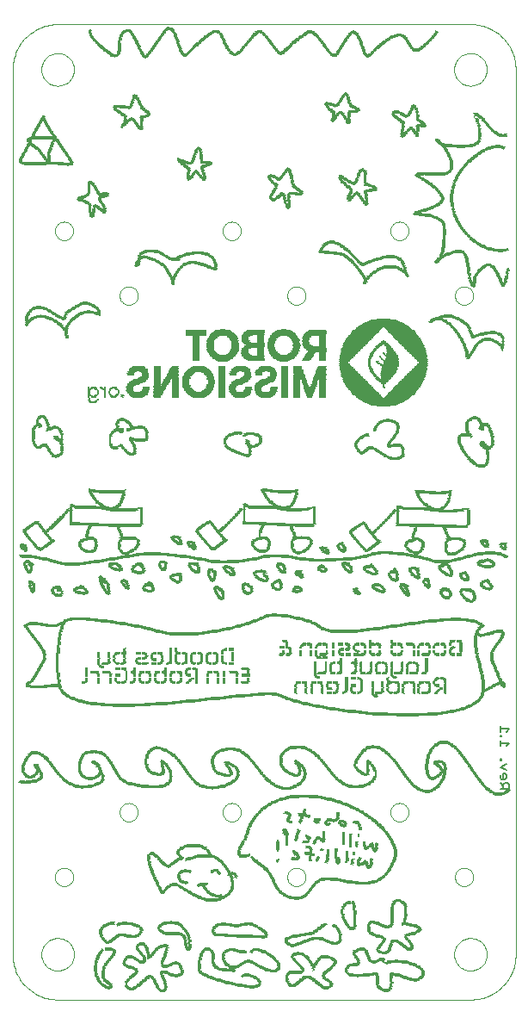
<source format=gbo>
G75*
G70*
%OFA0B0*%
%FSLAX24Y24*%
%IPPOS*%
%LPD*%
%AMOC8*
5,1,8,0,0,1.08239X$1,22.5*
%
%ADD10C,0.0000*%
%ADD11C,0.0060*%
%ADD12R,0.0149X0.0025*%
%ADD13R,0.0199X0.0025*%
%ADD14R,0.0225X0.0025*%
%ADD15R,0.0325X0.0025*%
%ADD16R,0.0276X0.0025*%
%ADD17R,0.0400X0.0025*%
%ADD18R,0.0324X0.0025*%
%ADD19R,0.0176X0.0025*%
%ADD20R,0.0475X0.0025*%
%ADD21R,0.0275X0.0025*%
%ADD22R,0.0175X0.0025*%
%ADD23R,0.0250X0.0025*%
%ADD24R,0.0200X0.0025*%
%ADD25R,0.0125X0.0025*%
%ADD26R,0.0151X0.0025*%
%ADD27R,0.0351X0.0025*%
%ADD28R,0.0100X0.0025*%
%ADD29R,0.0300X0.0025*%
%ADD30R,0.0126X0.0025*%
%ADD31R,0.0425X0.0025*%
%ADD32R,0.0375X0.0025*%
%ADD33R,0.0501X0.0025*%
%ADD34R,0.0174X0.0025*%
%ADD35R,0.0349X0.0025*%
%ADD36R,0.0451X0.0025*%
%ADD37R,0.0150X0.0025*%
%ADD38R,0.0700X0.0025*%
%ADD39R,0.0124X0.0025*%
%ADD40R,0.0224X0.0025*%
%ADD41R,0.0875X0.0025*%
%ADD42R,0.1025X0.0025*%
%ADD43R,0.0374X0.0025*%
%ADD44R,0.0576X0.0025*%
%ADD45R,0.0099X0.0025*%
%ADD46R,0.0101X0.0025*%
%ADD47R,0.0550X0.0025*%
%ADD48R,0.0201X0.0025*%
%ADD49R,0.0401X0.0025*%
%ADD50R,0.0500X0.0025*%
%ADD51R,0.0376X0.0025*%
%ADD52R,0.0625X0.0025*%
%ADD53R,0.0725X0.0025*%
%ADD54R,0.0449X0.0025*%
%ADD55R,0.0074X0.0025*%
%ADD56R,0.0051X0.0025*%
%ADD57R,0.0575X0.0025*%
%ADD58R,0.0574X0.0025*%
%ADD59R,0.0825X0.0025*%
%ADD60R,0.0274X0.0025*%
%ADD61R,0.0525X0.0025*%
%ADD62R,0.0474X0.0025*%
%ADD63R,0.0251X0.0025*%
%ADD64R,0.0450X0.0025*%
%ADD65R,0.1226X0.0025*%
%ADD66R,0.0601X0.0025*%
%ADD67R,0.0399X0.0025*%
%ADD68R,0.0599X0.0025*%
%ADD69R,0.0299X0.0025*%
%ADD70R,0.0025X0.0025*%
%ADD71R,0.0551X0.0025*%
%ADD72R,0.0600X0.0025*%
%ADD73R,0.0651X0.0025*%
%ADD74R,0.0326X0.0025*%
%ADD75R,0.0301X0.0025*%
%ADD76R,0.0350X0.0025*%
%ADD77R,0.0249X0.0025*%
%ADD78R,0.0426X0.0025*%
%ADD79R,0.0226X0.0025*%
%ADD80R,0.0049X0.0025*%
%ADD81R,0.0424X0.0025*%
%ADD82R,0.0499X0.0025*%
%ADD83R,0.0024X0.0025*%
%ADD84R,0.0476X0.0025*%
%ADD85R,0.1150X0.0025*%
%ADD86R,0.0899X0.0025*%
%ADD87R,0.0775X0.0025*%
%ADD88R,0.0050X0.0025*%
%ADD89R,0.0075X0.0025*%
%ADD90R,0.0824X0.0025*%
%ADD91R,0.0076X0.0025*%
%ADD92R,0.0749X0.0025*%
%ADD93R,0.0750X0.0025*%
%ADD94R,0.1200X0.0025*%
%ADD95R,0.1674X0.0025*%
%ADD96R,0.2074X0.0025*%
%ADD97R,0.0926X0.0025*%
%ADD98R,0.0699X0.0025*%
%ADD99R,0.1525X0.0025*%
%ADD100R,0.0376X0.0025*%
%ADD101R,0.0299X0.0025*%
%ADD102R,0.0126X0.0025*%
%ADD103R,0.0650X0.0025*%
%ADD104R,0.1025X0.0025*%
%ADD105R,0.0725X0.0025*%
%ADD106R,0.0174X0.0025*%
%ADD107R,0.0451X0.0025*%
%ADD108R,0.0100X0.0025*%
%ADD109R,0.0774X0.0025*%
%ADD110R,0.0776X0.0025*%
%ADD111R,0.0299X0.0025*%
%ADD112R,0.0176X0.0025*%
%ADD113R,0.0124X0.0025*%
%ADD114R,0.0151X0.0025*%
%ADD115R,0.0125X0.0025*%
%ADD116R,0.0725X0.0025*%
%ADD117R,0.0149X0.0025*%
%ADD118R,0.1299X0.0025*%
%ADD119R,0.1626X0.0025*%
%ADD120R,0.0876X0.0025*%
%ADD121R,0.0799X0.0025*%
%ADD122R,0.0649X0.0025*%
%ADD123R,0.0801X0.0025*%
%ADD124R,0.0900X0.0025*%
%ADD125R,0.1100X0.0025*%
%ADD126R,0.1325X0.0025*%
%ADD127R,0.0675X0.0025*%
%ADD128R,0.0751X0.0025*%
%ADD129R,0.1049X0.0025*%
%ADD130R,0.0026X0.0025*%
%ADD131R,0.1075X0.0025*%
%ADD132R,0.0950X0.0025*%
%ADD133R,0.0925X0.0025*%
%ADD134R,0.0826X0.0025*%
%ADD135R,0.1600X0.0025*%
%ADD136R,0.1374X0.0025*%
%ADD137R,0.0901X0.0025*%
%ADD138R,0.0874X0.0025*%
%ADD139R,0.0650X0.0025*%
%ADD140R,0.1050X0.0025*%
%ADD141R,0.1101X0.0025*%
%ADD142R,0.0800X0.0025*%
%ADD143R,0.1275X0.0025*%
%ADD144R,0.0701X0.0025*%
%ADD145R,0.0850X0.0025*%
%ADD146R,0.0849X0.0025*%
%ADD147R,0.1901X0.0025*%
%ADD148R,0.2524X0.0025*%
%ADD149R,0.3025X0.0025*%
%ADD150R,0.3451X0.0025*%
%ADD151R,0.0951X0.0025*%
%ADD152R,0.1349X0.0025*%
%ADD153R,0.1124X0.0025*%
%ADD154R,0.1000X0.0025*%
%ADD155R,0.0924X0.0025*%
%ADD156R,0.0851X0.0025*%
%ADD157R,0.2500X0.0025*%
%ADD158R,0.2999X0.0025*%
%ADD159R,0.3450X0.0025*%
%ADD160R,0.1499X0.0025*%
%ADD161R,0.1149X0.0025*%
%ADD162R,0.1099X0.0025*%
%ADD163R,0.1076X0.0025*%
%ADD164R,0.1375X0.0025*%
%ADD165R,0.1824X0.0025*%
%ADD166R,0.1001X0.0025*%
%ADD167R,0.1250X0.0025*%
%ADD168R,0.0676X0.0025*%
%ADD169R,0.0526X0.0025*%
%ADD170R,0.1125X0.0025*%
%ADD171R,0.1875X0.0025*%
%ADD172R,0.2151X0.0025*%
%ADD173R,0.1426X0.0025*%
%ADD174R,0.1749X0.0025*%
%ADD175R,0.1999X0.0025*%
%ADD176R,0.1174X0.0025*%
%ADD177R,0.2101X0.0025*%
%ADD178R,0.1700X0.0025*%
%ADD179R,0.1500X0.0025*%
%ADD180R,0.1501X0.0025*%
%ADD181R,0.1225X0.0025*%
%ADD182R,0.0524X0.0025*%
%ADD183R,0.1350X0.0025*%
%ADD184R,0.1601X0.0025*%
%ADD185R,0.1450X0.0025*%
%ADD186R,0.1726X0.0025*%
%ADD187R,0.1651X0.0025*%
%ADD188R,0.0674X0.0025*%
%ADD189R,0.2075X0.0025*%
%ADD190R,0.2400X0.0025*%
%ADD191R,0.1424X0.0025*%
%ADD192R,0.0549X0.0025*%
%ADD193R,0.0975X0.0025*%
%ADD194R,0.2426X0.0025*%
%ADD195R,0.1474X0.0025*%
%ADD196R,0.1300X0.0025*%
%ADD197R,0.0976X0.0025*%
%ADD198R,0.0724X0.0025*%
%ADD199R,0.2276X0.0025*%
%ADD200R,0.0726X0.0025*%
%ADD201R,0.1276X0.0025*%
%ADD202R,0.2775X0.0025*%
%ADD203R,0.1451X0.0025*%
%ADD204R,0.2050X0.0025*%
%ADD205R,0.2349X0.0025*%
%ADD206R,0.2126X0.0025*%
%ADD207R,0.2776X0.0025*%
%ADD208R,0.2850X0.0025*%
%ADD209R,0.1851X0.0025*%
%ADD210R,0.1650X0.0025*%
%ADD211R,0.1126X0.0025*%
%ADD212R,0.1175X0.0025*%
%ADD213R,0.1324X0.0025*%
%ADD214R,0.0999X0.0025*%
%ADD215R,0.1550X0.0025*%
%ADD216R,0.1701X0.0025*%
%ADD217R,0.2374X0.0025*%
%ADD218R,0.1649X0.0025*%
%ADD219R,0.1449X0.0025*%
%ADD220R,0.1676X0.0025*%
%ADD221R,0.1750X0.0025*%
%ADD222R,0.1874X0.0025*%
%ADD223R,0.1400X0.0025*%
%ADD224R,0.1425X0.0025*%
%ADD225R,0.0374X0.0025*%
%ADD226R,0.0624X0.0025*%
%ADD227R,0.1475X0.0025*%
%ADD228R,0.1575X0.0025*%
%ADD229R,0.1675X0.0025*%
%ADD230R,0.1775X0.0025*%
%ADD231R,0.1825X0.0025*%
%ADD232R,0.1925X0.0025*%
%ADD233R,0.1974X0.0025*%
%ADD234R,0.1024X0.0025*%
%ADD235R,0.1026X0.0025*%
%ADD236R,0.1051X0.0025*%
%ADD237R,0.0974X0.0025*%
%ADD238R,0.0949X0.0025*%
%ADD239R,0.0626X0.0025*%
%ADD240R,0.1251X0.0025*%
%ADD241R,0.2025X0.0025*%
%ADD242R,0.1725X0.0025*%
%ADD243R,0.1326X0.0025*%
%ADD244R,0.1401X0.0025*%
D10*
X001004Y003635D02*
X001004Y037885D01*
X002124Y037885D02*
X002126Y037935D01*
X002132Y037985D01*
X002142Y038034D01*
X002156Y038082D01*
X002173Y038129D01*
X002194Y038174D01*
X002219Y038218D01*
X002247Y038259D01*
X002279Y038298D01*
X002313Y038335D01*
X002350Y038369D01*
X002390Y038399D01*
X002432Y038426D01*
X002476Y038450D01*
X002522Y038471D01*
X002569Y038487D01*
X002617Y038500D01*
X002667Y038509D01*
X002716Y038514D01*
X002767Y038515D01*
X002817Y038512D01*
X002866Y038505D01*
X002915Y038494D01*
X002963Y038479D01*
X003009Y038461D01*
X003054Y038439D01*
X003097Y038413D01*
X003138Y038384D01*
X003177Y038352D01*
X003213Y038317D01*
X003245Y038279D01*
X003275Y038239D01*
X003302Y038196D01*
X003325Y038152D01*
X003344Y038106D01*
X003360Y038058D01*
X003372Y038009D01*
X003380Y037960D01*
X003384Y037910D01*
X003384Y037860D01*
X003380Y037810D01*
X003372Y037761D01*
X003360Y037712D01*
X003344Y037664D01*
X003325Y037618D01*
X003302Y037574D01*
X003275Y037531D01*
X003245Y037491D01*
X003213Y037453D01*
X003177Y037418D01*
X003138Y037386D01*
X003097Y037357D01*
X003054Y037331D01*
X003009Y037309D01*
X002963Y037291D01*
X002915Y037276D01*
X002866Y037265D01*
X002817Y037258D01*
X002767Y037255D01*
X002716Y037256D01*
X002667Y037261D01*
X002617Y037270D01*
X002569Y037283D01*
X002522Y037299D01*
X002476Y037320D01*
X002432Y037344D01*
X002390Y037371D01*
X002350Y037401D01*
X002313Y037435D01*
X002279Y037472D01*
X002247Y037511D01*
X002219Y037552D01*
X002194Y037596D01*
X002173Y037641D01*
X002156Y037688D01*
X002142Y037736D01*
X002132Y037785D01*
X002126Y037835D01*
X002124Y037885D01*
X001004Y037885D02*
X001006Y037968D01*
X001012Y038051D01*
X001022Y038134D01*
X001036Y038216D01*
X001053Y038298D01*
X001075Y038378D01*
X001100Y038457D01*
X001129Y038535D01*
X001162Y038612D01*
X001199Y038687D01*
X001238Y038760D01*
X001282Y038831D01*
X001328Y038900D01*
X001378Y038967D01*
X001431Y039031D01*
X001487Y039093D01*
X001546Y039152D01*
X001608Y039208D01*
X001672Y039261D01*
X001739Y039311D01*
X001808Y039357D01*
X001879Y039401D01*
X001952Y039440D01*
X002027Y039477D01*
X002104Y039510D01*
X002182Y039539D01*
X002261Y039564D01*
X002341Y039586D01*
X002423Y039603D01*
X002505Y039617D01*
X002588Y039627D01*
X002671Y039633D01*
X002754Y039635D01*
X018754Y039635D01*
X018124Y037885D02*
X018126Y037935D01*
X018132Y037985D01*
X018142Y038034D01*
X018156Y038082D01*
X018173Y038129D01*
X018194Y038174D01*
X018219Y038218D01*
X018247Y038259D01*
X018279Y038298D01*
X018313Y038335D01*
X018350Y038369D01*
X018390Y038399D01*
X018432Y038426D01*
X018476Y038450D01*
X018522Y038471D01*
X018569Y038487D01*
X018617Y038500D01*
X018667Y038509D01*
X018716Y038514D01*
X018767Y038515D01*
X018817Y038512D01*
X018866Y038505D01*
X018915Y038494D01*
X018963Y038479D01*
X019009Y038461D01*
X019054Y038439D01*
X019097Y038413D01*
X019138Y038384D01*
X019177Y038352D01*
X019213Y038317D01*
X019245Y038279D01*
X019275Y038239D01*
X019302Y038196D01*
X019325Y038152D01*
X019344Y038106D01*
X019360Y038058D01*
X019372Y038009D01*
X019380Y037960D01*
X019384Y037910D01*
X019384Y037860D01*
X019380Y037810D01*
X019372Y037761D01*
X019360Y037712D01*
X019344Y037664D01*
X019325Y037618D01*
X019302Y037574D01*
X019275Y037531D01*
X019245Y037491D01*
X019213Y037453D01*
X019177Y037418D01*
X019138Y037386D01*
X019097Y037357D01*
X019054Y037331D01*
X019009Y037309D01*
X018963Y037291D01*
X018915Y037276D01*
X018866Y037265D01*
X018817Y037258D01*
X018767Y037255D01*
X018716Y037256D01*
X018667Y037261D01*
X018617Y037270D01*
X018569Y037283D01*
X018522Y037299D01*
X018476Y037320D01*
X018432Y037344D01*
X018390Y037371D01*
X018350Y037401D01*
X018313Y037435D01*
X018279Y037472D01*
X018247Y037511D01*
X018219Y037552D01*
X018194Y037596D01*
X018173Y037641D01*
X018156Y037688D01*
X018142Y037736D01*
X018132Y037785D01*
X018126Y037835D01*
X018124Y037885D01*
X018754Y039635D02*
X018837Y039633D01*
X018920Y039627D01*
X019003Y039617D01*
X019085Y039603D01*
X019167Y039586D01*
X019247Y039564D01*
X019326Y039539D01*
X019404Y039510D01*
X019481Y039477D01*
X019556Y039440D01*
X019629Y039401D01*
X019700Y039357D01*
X019769Y039311D01*
X019836Y039261D01*
X019900Y039208D01*
X019962Y039152D01*
X020021Y039093D01*
X020077Y039031D01*
X020130Y038967D01*
X020180Y038900D01*
X020226Y038831D01*
X020270Y038760D01*
X020309Y038687D01*
X020346Y038612D01*
X020379Y038535D01*
X020408Y038457D01*
X020433Y038378D01*
X020455Y038298D01*
X020472Y038216D01*
X020486Y038134D01*
X020496Y038051D01*
X020502Y037968D01*
X020504Y037885D01*
X020504Y003635D01*
X018124Y003635D02*
X018126Y003685D01*
X018132Y003735D01*
X018142Y003784D01*
X018156Y003832D01*
X018173Y003879D01*
X018194Y003924D01*
X018219Y003968D01*
X018247Y004009D01*
X018279Y004048D01*
X018313Y004085D01*
X018350Y004119D01*
X018390Y004149D01*
X018432Y004176D01*
X018476Y004200D01*
X018522Y004221D01*
X018569Y004237D01*
X018617Y004250D01*
X018667Y004259D01*
X018716Y004264D01*
X018767Y004265D01*
X018817Y004262D01*
X018866Y004255D01*
X018915Y004244D01*
X018963Y004229D01*
X019009Y004211D01*
X019054Y004189D01*
X019097Y004163D01*
X019138Y004134D01*
X019177Y004102D01*
X019213Y004067D01*
X019245Y004029D01*
X019275Y003989D01*
X019302Y003946D01*
X019325Y003902D01*
X019344Y003856D01*
X019360Y003808D01*
X019372Y003759D01*
X019380Y003710D01*
X019384Y003660D01*
X019384Y003610D01*
X019380Y003560D01*
X019372Y003511D01*
X019360Y003462D01*
X019344Y003414D01*
X019325Y003368D01*
X019302Y003324D01*
X019275Y003281D01*
X019245Y003241D01*
X019213Y003203D01*
X019177Y003168D01*
X019138Y003136D01*
X019097Y003107D01*
X019054Y003081D01*
X019009Y003059D01*
X018963Y003041D01*
X018915Y003026D01*
X018866Y003015D01*
X018817Y003008D01*
X018767Y003005D01*
X018716Y003006D01*
X018667Y003011D01*
X018617Y003020D01*
X018569Y003033D01*
X018522Y003049D01*
X018476Y003070D01*
X018432Y003094D01*
X018390Y003121D01*
X018350Y003151D01*
X018313Y003185D01*
X018279Y003222D01*
X018247Y003261D01*
X018219Y003302D01*
X018194Y003346D01*
X018173Y003391D01*
X018156Y003438D01*
X018142Y003486D01*
X018132Y003535D01*
X018126Y003585D01*
X018124Y003635D01*
X018754Y001885D02*
X018837Y001887D01*
X018920Y001893D01*
X019003Y001903D01*
X019085Y001917D01*
X019167Y001934D01*
X019247Y001956D01*
X019326Y001981D01*
X019404Y002010D01*
X019481Y002043D01*
X019556Y002080D01*
X019629Y002119D01*
X019700Y002163D01*
X019769Y002209D01*
X019836Y002259D01*
X019900Y002312D01*
X019962Y002368D01*
X020021Y002427D01*
X020077Y002489D01*
X020130Y002553D01*
X020180Y002620D01*
X020226Y002689D01*
X020270Y002760D01*
X020309Y002833D01*
X020346Y002908D01*
X020379Y002985D01*
X020408Y003063D01*
X020433Y003142D01*
X020455Y003222D01*
X020472Y003304D01*
X020486Y003386D01*
X020496Y003469D01*
X020502Y003552D01*
X020504Y003635D01*
X018754Y001885D02*
X002754Y001885D01*
X002124Y003635D02*
X002126Y003685D01*
X002132Y003735D01*
X002142Y003784D01*
X002156Y003832D01*
X002173Y003879D01*
X002194Y003924D01*
X002219Y003968D01*
X002247Y004009D01*
X002279Y004048D01*
X002313Y004085D01*
X002350Y004119D01*
X002390Y004149D01*
X002432Y004176D01*
X002476Y004200D01*
X002522Y004221D01*
X002569Y004237D01*
X002617Y004250D01*
X002667Y004259D01*
X002716Y004264D01*
X002767Y004265D01*
X002817Y004262D01*
X002866Y004255D01*
X002915Y004244D01*
X002963Y004229D01*
X003009Y004211D01*
X003054Y004189D01*
X003097Y004163D01*
X003138Y004134D01*
X003177Y004102D01*
X003213Y004067D01*
X003245Y004029D01*
X003275Y003989D01*
X003302Y003946D01*
X003325Y003902D01*
X003344Y003856D01*
X003360Y003808D01*
X003372Y003759D01*
X003380Y003710D01*
X003384Y003660D01*
X003384Y003610D01*
X003380Y003560D01*
X003372Y003511D01*
X003360Y003462D01*
X003344Y003414D01*
X003325Y003368D01*
X003302Y003324D01*
X003275Y003281D01*
X003245Y003241D01*
X003213Y003203D01*
X003177Y003168D01*
X003138Y003136D01*
X003097Y003107D01*
X003054Y003081D01*
X003009Y003059D01*
X002963Y003041D01*
X002915Y003026D01*
X002866Y003015D01*
X002817Y003008D01*
X002767Y003005D01*
X002716Y003006D01*
X002667Y003011D01*
X002617Y003020D01*
X002569Y003033D01*
X002522Y003049D01*
X002476Y003070D01*
X002432Y003094D01*
X002390Y003121D01*
X002350Y003151D01*
X002313Y003185D01*
X002279Y003222D01*
X002247Y003261D01*
X002219Y003302D01*
X002194Y003346D01*
X002173Y003391D01*
X002156Y003438D01*
X002142Y003486D01*
X002132Y003535D01*
X002126Y003585D01*
X002124Y003635D01*
X001004Y003635D02*
X001006Y003552D01*
X001012Y003469D01*
X001022Y003386D01*
X001036Y003304D01*
X001053Y003222D01*
X001075Y003142D01*
X001100Y003063D01*
X001129Y002985D01*
X001162Y002908D01*
X001199Y002833D01*
X001238Y002760D01*
X001282Y002689D01*
X001328Y002620D01*
X001378Y002553D01*
X001431Y002489D01*
X001487Y002427D01*
X001546Y002368D01*
X001608Y002312D01*
X001672Y002259D01*
X001739Y002209D01*
X001808Y002163D01*
X001879Y002119D01*
X001952Y002080D01*
X002027Y002043D01*
X002104Y002010D01*
X002182Y001981D01*
X002261Y001956D01*
X002341Y001934D01*
X002423Y001917D01*
X002505Y001903D01*
X002588Y001893D01*
X002671Y001887D01*
X002754Y001885D01*
X002647Y006633D02*
X002649Y006670D01*
X002655Y006707D01*
X002664Y006743D01*
X002678Y006777D01*
X002695Y006810D01*
X002715Y006842D01*
X002738Y006871D01*
X002764Y006897D01*
X002793Y006920D01*
X002824Y006940D01*
X002858Y006957D01*
X002892Y006971D01*
X002928Y006980D01*
X002965Y006986D01*
X003002Y006988D01*
X003039Y006986D01*
X003076Y006980D01*
X003112Y006971D01*
X003146Y006957D01*
X003179Y006940D01*
X003211Y006920D01*
X003240Y006897D01*
X003266Y006871D01*
X003289Y006842D01*
X003309Y006811D01*
X003326Y006777D01*
X003340Y006743D01*
X003349Y006707D01*
X003355Y006670D01*
X003357Y006633D01*
X003355Y006596D01*
X003349Y006559D01*
X003340Y006523D01*
X003326Y006489D01*
X003309Y006456D01*
X003289Y006424D01*
X003266Y006395D01*
X003240Y006369D01*
X003211Y006346D01*
X003180Y006326D01*
X003146Y006309D01*
X003112Y006295D01*
X003076Y006286D01*
X003039Y006280D01*
X003002Y006278D01*
X002965Y006280D01*
X002928Y006286D01*
X002892Y006295D01*
X002858Y006309D01*
X002825Y006326D01*
X002793Y006346D01*
X002764Y006369D01*
X002738Y006395D01*
X002715Y006424D01*
X002695Y006455D01*
X002678Y006489D01*
X002664Y006523D01*
X002655Y006559D01*
X002649Y006596D01*
X002647Y006633D01*
X005151Y009136D02*
X005153Y009173D01*
X005159Y009210D01*
X005168Y009246D01*
X005182Y009280D01*
X005199Y009313D01*
X005219Y009345D01*
X005242Y009374D01*
X005268Y009400D01*
X005297Y009423D01*
X005328Y009443D01*
X005362Y009460D01*
X005396Y009474D01*
X005432Y009483D01*
X005469Y009489D01*
X005506Y009491D01*
X005543Y009489D01*
X005580Y009483D01*
X005616Y009474D01*
X005650Y009460D01*
X005683Y009443D01*
X005715Y009423D01*
X005744Y009400D01*
X005770Y009374D01*
X005793Y009345D01*
X005813Y009314D01*
X005830Y009280D01*
X005844Y009246D01*
X005853Y009210D01*
X005859Y009173D01*
X005861Y009136D01*
X005859Y009099D01*
X005853Y009062D01*
X005844Y009026D01*
X005830Y008992D01*
X005813Y008959D01*
X005793Y008927D01*
X005770Y008898D01*
X005744Y008872D01*
X005715Y008849D01*
X005684Y008829D01*
X005650Y008812D01*
X005616Y008798D01*
X005580Y008789D01*
X005543Y008783D01*
X005506Y008781D01*
X005469Y008783D01*
X005432Y008789D01*
X005396Y008798D01*
X005362Y008812D01*
X005329Y008829D01*
X005297Y008849D01*
X005268Y008872D01*
X005242Y008898D01*
X005219Y008927D01*
X005199Y008958D01*
X005182Y008992D01*
X005168Y009026D01*
X005159Y009062D01*
X005153Y009099D01*
X005151Y009136D01*
X009147Y009136D02*
X009149Y009173D01*
X009155Y009210D01*
X009164Y009246D01*
X009178Y009280D01*
X009195Y009313D01*
X009215Y009345D01*
X009238Y009374D01*
X009264Y009400D01*
X009293Y009423D01*
X009324Y009443D01*
X009358Y009460D01*
X009392Y009474D01*
X009428Y009483D01*
X009465Y009489D01*
X009502Y009491D01*
X009539Y009489D01*
X009576Y009483D01*
X009612Y009474D01*
X009646Y009460D01*
X009679Y009443D01*
X009711Y009423D01*
X009740Y009400D01*
X009766Y009374D01*
X009789Y009345D01*
X009809Y009314D01*
X009826Y009280D01*
X009840Y009246D01*
X009849Y009210D01*
X009855Y009173D01*
X009857Y009136D01*
X009855Y009099D01*
X009849Y009062D01*
X009840Y009026D01*
X009826Y008992D01*
X009809Y008959D01*
X009789Y008927D01*
X009766Y008898D01*
X009740Y008872D01*
X009711Y008849D01*
X009680Y008829D01*
X009646Y008812D01*
X009612Y008798D01*
X009576Y008789D01*
X009539Y008783D01*
X009502Y008781D01*
X009465Y008783D01*
X009428Y008789D01*
X009392Y008798D01*
X009358Y008812D01*
X009325Y008829D01*
X009293Y008849D01*
X009264Y008872D01*
X009238Y008898D01*
X009215Y008927D01*
X009195Y008958D01*
X009178Y008992D01*
X009164Y009026D01*
X009155Y009062D01*
X009149Y009099D01*
X009147Y009136D01*
X011651Y006633D02*
X011653Y006670D01*
X011659Y006707D01*
X011668Y006743D01*
X011682Y006777D01*
X011699Y006810D01*
X011719Y006842D01*
X011742Y006871D01*
X011768Y006897D01*
X011797Y006920D01*
X011828Y006940D01*
X011862Y006957D01*
X011896Y006971D01*
X011932Y006980D01*
X011969Y006986D01*
X012006Y006988D01*
X012043Y006986D01*
X012080Y006980D01*
X012116Y006971D01*
X012150Y006957D01*
X012183Y006940D01*
X012215Y006920D01*
X012244Y006897D01*
X012270Y006871D01*
X012293Y006842D01*
X012313Y006811D01*
X012330Y006777D01*
X012344Y006743D01*
X012353Y006707D01*
X012359Y006670D01*
X012361Y006633D01*
X012359Y006596D01*
X012353Y006559D01*
X012344Y006523D01*
X012330Y006489D01*
X012313Y006456D01*
X012293Y006424D01*
X012270Y006395D01*
X012244Y006369D01*
X012215Y006346D01*
X012184Y006326D01*
X012150Y006309D01*
X012116Y006295D01*
X012080Y006286D01*
X012043Y006280D01*
X012006Y006278D01*
X011969Y006280D01*
X011932Y006286D01*
X011896Y006295D01*
X011862Y006309D01*
X011829Y006326D01*
X011797Y006346D01*
X011768Y006369D01*
X011742Y006395D01*
X011719Y006424D01*
X011699Y006455D01*
X011682Y006489D01*
X011668Y006523D01*
X011659Y006559D01*
X011653Y006596D01*
X011651Y006633D01*
X015647Y009136D02*
X015649Y009173D01*
X015655Y009210D01*
X015664Y009246D01*
X015678Y009280D01*
X015695Y009313D01*
X015715Y009345D01*
X015738Y009374D01*
X015764Y009400D01*
X015793Y009423D01*
X015824Y009443D01*
X015858Y009460D01*
X015892Y009474D01*
X015928Y009483D01*
X015965Y009489D01*
X016002Y009491D01*
X016039Y009489D01*
X016076Y009483D01*
X016112Y009474D01*
X016146Y009460D01*
X016179Y009443D01*
X016211Y009423D01*
X016240Y009400D01*
X016266Y009374D01*
X016289Y009345D01*
X016309Y009314D01*
X016326Y009280D01*
X016340Y009246D01*
X016349Y009210D01*
X016355Y009173D01*
X016357Y009136D01*
X016355Y009099D01*
X016349Y009062D01*
X016340Y009026D01*
X016326Y008992D01*
X016309Y008959D01*
X016289Y008927D01*
X016266Y008898D01*
X016240Y008872D01*
X016211Y008849D01*
X016180Y008829D01*
X016146Y008812D01*
X016112Y008798D01*
X016076Y008789D01*
X016039Y008783D01*
X016002Y008781D01*
X015965Y008783D01*
X015928Y008789D01*
X015892Y008798D01*
X015858Y008812D01*
X015825Y008829D01*
X015793Y008849D01*
X015764Y008872D01*
X015738Y008898D01*
X015715Y008927D01*
X015695Y008958D01*
X015678Y008992D01*
X015664Y009026D01*
X015655Y009062D01*
X015649Y009099D01*
X015647Y009136D01*
X018151Y006633D02*
X018153Y006670D01*
X018159Y006707D01*
X018168Y006743D01*
X018182Y006777D01*
X018199Y006810D01*
X018219Y006842D01*
X018242Y006871D01*
X018268Y006897D01*
X018297Y006920D01*
X018328Y006940D01*
X018362Y006957D01*
X018396Y006971D01*
X018432Y006980D01*
X018469Y006986D01*
X018506Y006988D01*
X018543Y006986D01*
X018580Y006980D01*
X018616Y006971D01*
X018650Y006957D01*
X018683Y006940D01*
X018715Y006920D01*
X018744Y006897D01*
X018770Y006871D01*
X018793Y006842D01*
X018813Y006811D01*
X018830Y006777D01*
X018844Y006743D01*
X018853Y006707D01*
X018859Y006670D01*
X018861Y006633D01*
X018859Y006596D01*
X018853Y006559D01*
X018844Y006523D01*
X018830Y006489D01*
X018813Y006456D01*
X018793Y006424D01*
X018770Y006395D01*
X018744Y006369D01*
X018715Y006346D01*
X018684Y006326D01*
X018650Y006309D01*
X018616Y006295D01*
X018580Y006286D01*
X018543Y006280D01*
X018506Y006278D01*
X018469Y006280D01*
X018432Y006286D01*
X018396Y006295D01*
X018362Y006309D01*
X018329Y006326D01*
X018297Y006346D01*
X018268Y006369D01*
X018242Y006395D01*
X018219Y006424D01*
X018199Y006455D01*
X018182Y006489D01*
X018168Y006523D01*
X018159Y006559D01*
X018153Y006596D01*
X018151Y006633D01*
X018151Y029133D02*
X018153Y029170D01*
X018159Y029207D01*
X018168Y029243D01*
X018182Y029277D01*
X018199Y029310D01*
X018219Y029342D01*
X018242Y029371D01*
X018268Y029397D01*
X018297Y029420D01*
X018328Y029440D01*
X018362Y029457D01*
X018396Y029471D01*
X018432Y029480D01*
X018469Y029486D01*
X018506Y029488D01*
X018543Y029486D01*
X018580Y029480D01*
X018616Y029471D01*
X018650Y029457D01*
X018683Y029440D01*
X018715Y029420D01*
X018744Y029397D01*
X018770Y029371D01*
X018793Y029342D01*
X018813Y029311D01*
X018830Y029277D01*
X018844Y029243D01*
X018853Y029207D01*
X018859Y029170D01*
X018861Y029133D01*
X018859Y029096D01*
X018853Y029059D01*
X018844Y029023D01*
X018830Y028989D01*
X018813Y028956D01*
X018793Y028924D01*
X018770Y028895D01*
X018744Y028869D01*
X018715Y028846D01*
X018684Y028826D01*
X018650Y028809D01*
X018616Y028795D01*
X018580Y028786D01*
X018543Y028780D01*
X018506Y028778D01*
X018469Y028780D01*
X018432Y028786D01*
X018396Y028795D01*
X018362Y028809D01*
X018329Y028826D01*
X018297Y028846D01*
X018268Y028869D01*
X018242Y028895D01*
X018219Y028924D01*
X018199Y028955D01*
X018182Y028989D01*
X018168Y029023D01*
X018159Y029059D01*
X018153Y029096D01*
X018151Y029133D01*
X015647Y031636D02*
X015649Y031673D01*
X015655Y031710D01*
X015664Y031746D01*
X015678Y031780D01*
X015695Y031813D01*
X015715Y031845D01*
X015738Y031874D01*
X015764Y031900D01*
X015793Y031923D01*
X015824Y031943D01*
X015858Y031960D01*
X015892Y031974D01*
X015928Y031983D01*
X015965Y031989D01*
X016002Y031991D01*
X016039Y031989D01*
X016076Y031983D01*
X016112Y031974D01*
X016146Y031960D01*
X016179Y031943D01*
X016211Y031923D01*
X016240Y031900D01*
X016266Y031874D01*
X016289Y031845D01*
X016309Y031814D01*
X016326Y031780D01*
X016340Y031746D01*
X016349Y031710D01*
X016355Y031673D01*
X016357Y031636D01*
X016355Y031599D01*
X016349Y031562D01*
X016340Y031526D01*
X016326Y031492D01*
X016309Y031459D01*
X016289Y031427D01*
X016266Y031398D01*
X016240Y031372D01*
X016211Y031349D01*
X016180Y031329D01*
X016146Y031312D01*
X016112Y031298D01*
X016076Y031289D01*
X016039Y031283D01*
X016002Y031281D01*
X015965Y031283D01*
X015928Y031289D01*
X015892Y031298D01*
X015858Y031312D01*
X015825Y031329D01*
X015793Y031349D01*
X015764Y031372D01*
X015738Y031398D01*
X015715Y031427D01*
X015695Y031458D01*
X015678Y031492D01*
X015664Y031526D01*
X015655Y031562D01*
X015649Y031599D01*
X015647Y031636D01*
X011651Y029133D02*
X011653Y029170D01*
X011659Y029207D01*
X011668Y029243D01*
X011682Y029277D01*
X011699Y029310D01*
X011719Y029342D01*
X011742Y029371D01*
X011768Y029397D01*
X011797Y029420D01*
X011828Y029440D01*
X011862Y029457D01*
X011896Y029471D01*
X011932Y029480D01*
X011969Y029486D01*
X012006Y029488D01*
X012043Y029486D01*
X012080Y029480D01*
X012116Y029471D01*
X012150Y029457D01*
X012183Y029440D01*
X012215Y029420D01*
X012244Y029397D01*
X012270Y029371D01*
X012293Y029342D01*
X012313Y029311D01*
X012330Y029277D01*
X012344Y029243D01*
X012353Y029207D01*
X012359Y029170D01*
X012361Y029133D01*
X012359Y029096D01*
X012353Y029059D01*
X012344Y029023D01*
X012330Y028989D01*
X012313Y028956D01*
X012293Y028924D01*
X012270Y028895D01*
X012244Y028869D01*
X012215Y028846D01*
X012184Y028826D01*
X012150Y028809D01*
X012116Y028795D01*
X012080Y028786D01*
X012043Y028780D01*
X012006Y028778D01*
X011969Y028780D01*
X011932Y028786D01*
X011896Y028795D01*
X011862Y028809D01*
X011829Y028826D01*
X011797Y028846D01*
X011768Y028869D01*
X011742Y028895D01*
X011719Y028924D01*
X011699Y028955D01*
X011682Y028989D01*
X011668Y029023D01*
X011659Y029059D01*
X011653Y029096D01*
X011651Y029133D01*
X009147Y031636D02*
X009149Y031673D01*
X009155Y031710D01*
X009164Y031746D01*
X009178Y031780D01*
X009195Y031813D01*
X009215Y031845D01*
X009238Y031874D01*
X009264Y031900D01*
X009293Y031923D01*
X009324Y031943D01*
X009358Y031960D01*
X009392Y031974D01*
X009428Y031983D01*
X009465Y031989D01*
X009502Y031991D01*
X009539Y031989D01*
X009576Y031983D01*
X009612Y031974D01*
X009646Y031960D01*
X009679Y031943D01*
X009711Y031923D01*
X009740Y031900D01*
X009766Y031874D01*
X009789Y031845D01*
X009809Y031814D01*
X009826Y031780D01*
X009840Y031746D01*
X009849Y031710D01*
X009855Y031673D01*
X009857Y031636D01*
X009855Y031599D01*
X009849Y031562D01*
X009840Y031526D01*
X009826Y031492D01*
X009809Y031459D01*
X009789Y031427D01*
X009766Y031398D01*
X009740Y031372D01*
X009711Y031349D01*
X009680Y031329D01*
X009646Y031312D01*
X009612Y031298D01*
X009576Y031289D01*
X009539Y031283D01*
X009502Y031281D01*
X009465Y031283D01*
X009428Y031289D01*
X009392Y031298D01*
X009358Y031312D01*
X009325Y031329D01*
X009293Y031349D01*
X009264Y031372D01*
X009238Y031398D01*
X009215Y031427D01*
X009195Y031458D01*
X009178Y031492D01*
X009164Y031526D01*
X009155Y031562D01*
X009149Y031599D01*
X009147Y031636D01*
X005151Y029133D02*
X005153Y029170D01*
X005159Y029207D01*
X005168Y029243D01*
X005182Y029277D01*
X005199Y029310D01*
X005219Y029342D01*
X005242Y029371D01*
X005268Y029397D01*
X005297Y029420D01*
X005328Y029440D01*
X005362Y029457D01*
X005396Y029471D01*
X005432Y029480D01*
X005469Y029486D01*
X005506Y029488D01*
X005543Y029486D01*
X005580Y029480D01*
X005616Y029471D01*
X005650Y029457D01*
X005683Y029440D01*
X005715Y029420D01*
X005744Y029397D01*
X005770Y029371D01*
X005793Y029342D01*
X005813Y029311D01*
X005830Y029277D01*
X005844Y029243D01*
X005853Y029207D01*
X005859Y029170D01*
X005861Y029133D01*
X005859Y029096D01*
X005853Y029059D01*
X005844Y029023D01*
X005830Y028989D01*
X005813Y028956D01*
X005793Y028924D01*
X005770Y028895D01*
X005744Y028869D01*
X005715Y028846D01*
X005684Y028826D01*
X005650Y028809D01*
X005616Y028795D01*
X005580Y028786D01*
X005543Y028780D01*
X005506Y028778D01*
X005469Y028780D01*
X005432Y028786D01*
X005396Y028795D01*
X005362Y028809D01*
X005329Y028826D01*
X005297Y028846D01*
X005268Y028869D01*
X005242Y028895D01*
X005219Y028924D01*
X005199Y028955D01*
X005182Y028989D01*
X005168Y029023D01*
X005159Y029059D01*
X005153Y029096D01*
X005151Y029133D01*
X002647Y031636D02*
X002649Y031673D01*
X002655Y031710D01*
X002664Y031746D01*
X002678Y031780D01*
X002695Y031813D01*
X002715Y031845D01*
X002738Y031874D01*
X002764Y031900D01*
X002793Y031923D01*
X002824Y031943D01*
X002858Y031960D01*
X002892Y031974D01*
X002928Y031983D01*
X002965Y031989D01*
X003002Y031991D01*
X003039Y031989D01*
X003076Y031983D01*
X003112Y031974D01*
X003146Y031960D01*
X003179Y031943D01*
X003211Y031923D01*
X003240Y031900D01*
X003266Y031874D01*
X003289Y031845D01*
X003309Y031814D01*
X003326Y031780D01*
X003340Y031746D01*
X003349Y031710D01*
X003355Y031673D01*
X003357Y031636D01*
X003355Y031599D01*
X003349Y031562D01*
X003340Y031526D01*
X003326Y031492D01*
X003309Y031459D01*
X003289Y031427D01*
X003266Y031398D01*
X003240Y031372D01*
X003211Y031349D01*
X003180Y031329D01*
X003146Y031312D01*
X003112Y031298D01*
X003076Y031289D01*
X003039Y031283D01*
X003002Y031281D01*
X002965Y031283D01*
X002928Y031289D01*
X002892Y031298D01*
X002858Y031312D01*
X002825Y031329D01*
X002793Y031349D01*
X002764Y031372D01*
X002738Y031398D01*
X002715Y031427D01*
X002695Y031458D01*
X002678Y031492D01*
X002664Y031526D01*
X002655Y031562D01*
X002649Y031599D01*
X002647Y031636D01*
D11*
X019909Y012476D02*
X019909Y012250D01*
X019909Y012363D02*
X020249Y012363D01*
X020136Y012250D01*
X019966Y012122D02*
X019909Y012122D01*
X019909Y012065D01*
X019966Y012065D01*
X019966Y012122D01*
X019909Y011924D02*
X019909Y011697D01*
X019909Y011811D02*
X020249Y011811D01*
X020136Y011697D01*
X019966Y011201D02*
X019909Y011201D01*
X019909Y011145D01*
X019966Y011145D01*
X019966Y011201D01*
X020136Y011003D02*
X019909Y010890D01*
X020136Y010776D01*
X020079Y010635D02*
X020022Y010635D01*
X020022Y010408D01*
X019966Y010408D02*
X020079Y010408D01*
X020136Y010465D01*
X020136Y010578D01*
X020079Y010635D01*
X019909Y010578D02*
X019909Y010465D01*
X019966Y010408D01*
X019909Y010267D02*
X020022Y010153D01*
X020022Y010210D02*
X020022Y010040D01*
X019909Y010040D02*
X020249Y010040D01*
X020249Y010210D01*
X020193Y010267D01*
X020079Y010267D01*
X020022Y010210D01*
D12*
X019117Y010335D03*
X019067Y010410D03*
X019042Y010435D03*
X018817Y010760D03*
X018767Y010835D03*
X018717Y010910D03*
X018492Y011235D03*
X018467Y011260D03*
X018417Y011335D03*
X018167Y011610D03*
X017342Y011660D03*
X017317Y011635D03*
X017292Y011610D03*
X017267Y011585D03*
X016067Y010760D03*
X016017Y010835D03*
X015992Y010860D03*
X015567Y011360D03*
X014992Y010860D03*
X014417Y011260D03*
X014367Y010785D03*
X013217Y010835D03*
X013167Y010885D03*
X013117Y010960D03*
X013167Y008760D03*
X013217Y008610D03*
X012542Y007710D03*
X012442Y008185D03*
X012542Y006110D03*
X012442Y005985D03*
X011292Y006135D03*
X010342Y007310D03*
X010017Y008035D03*
X010342Y008835D03*
X010442Y008985D03*
X010542Y009085D03*
X010567Y009110D03*
X010617Y009160D03*
X010617Y010685D03*
X010567Y010735D03*
X010542Y010785D03*
X010442Y010910D03*
X010342Y011035D03*
X010267Y011110D03*
X010242Y011135D03*
X009417Y010785D03*
X009317Y010935D03*
X009292Y011085D03*
X008892Y011385D03*
X007967Y010410D03*
X007942Y010435D03*
X007867Y010535D03*
X007842Y010560D03*
X007742Y010710D03*
X007642Y010860D03*
X007442Y011135D03*
X007417Y011160D03*
X007342Y011235D03*
X007317Y011260D03*
X007017Y010885D03*
X006292Y010735D03*
X004942Y010810D03*
X004817Y011035D03*
X004717Y011185D03*
X004617Y011285D03*
X004317Y010910D03*
X004417Y010685D03*
X004417Y010660D03*
X003692Y010560D03*
X002967Y010410D03*
X002942Y010435D03*
X002867Y010510D03*
X002842Y010535D03*
X002742Y010660D03*
X002642Y010785D03*
X002442Y011060D03*
X002342Y011160D03*
X002017Y010760D03*
X001917Y010610D03*
X001517Y010560D03*
X001492Y010585D03*
X001592Y011260D03*
X001617Y011285D03*
X002967Y013760D03*
X002942Y013785D03*
X002242Y015035D03*
X002017Y014635D03*
X001817Y014285D03*
X001592Y014085D03*
X002117Y015485D03*
X002017Y015635D03*
X001817Y015910D03*
X001717Y016035D03*
X001692Y016060D03*
X001617Y016160D03*
X001817Y017935D03*
X001692Y018060D03*
X001717Y018660D03*
X001517Y019235D03*
X001817Y019535D03*
X001717Y019635D03*
X001692Y019660D03*
X001617Y019760D03*
X001592Y019785D03*
X001517Y019885D03*
X001917Y019410D03*
X002342Y019860D03*
X002317Y019885D03*
X002442Y019735D03*
X002942Y020585D03*
X002967Y020610D03*
X003067Y020710D03*
X003692Y019335D03*
X004192Y019285D03*
X004217Y019635D03*
X004217Y021210D03*
X004192Y021235D03*
X004092Y021385D03*
X004842Y023285D03*
X004842Y023760D03*
X005267Y023235D03*
X005342Y023160D03*
X005367Y023135D03*
X005442Y023060D03*
X006192Y023585D03*
X005567Y024110D03*
X005242Y024360D03*
X004842Y025235D03*
X004217Y025235D03*
X003992Y025260D03*
X002842Y023910D03*
X002867Y022985D03*
X002542Y022960D03*
X002242Y024385D03*
X002017Y024360D03*
X003067Y027710D03*
X003067Y027735D03*
X002942Y027885D03*
X003167Y028010D03*
X003267Y028135D03*
X001717Y028535D03*
X001692Y028510D03*
X001617Y028410D03*
X003992Y032635D03*
X004417Y032760D03*
X004217Y033285D03*
X003167Y034485D03*
X003067Y034635D03*
X002942Y034810D03*
X002867Y034910D03*
X002842Y034960D03*
X002767Y035060D03*
X002542Y035385D03*
X002017Y034760D03*
X002117Y034635D03*
X002242Y034460D03*
X004317Y038860D03*
X004217Y038960D03*
X004192Y038985D03*
X004117Y039060D03*
X005267Y039260D03*
X005992Y038560D03*
X006292Y038485D03*
X006392Y038610D03*
X006492Y038760D03*
X006592Y038910D03*
X006617Y038935D03*
X006717Y039085D03*
X006792Y039185D03*
X006817Y039235D03*
X006917Y039360D03*
X007217Y039360D03*
X007942Y038635D03*
X007967Y038660D03*
X008042Y038735D03*
X007867Y038560D03*
X007842Y038535D03*
X008267Y038935D03*
X009417Y038585D03*
X009617Y038410D03*
X009917Y038660D03*
X009917Y038685D03*
X009942Y038710D03*
X010017Y038785D03*
X010042Y038810D03*
X010142Y038935D03*
X010242Y039060D03*
X010267Y039085D03*
X010342Y039160D03*
X010567Y039385D03*
X011192Y038685D03*
X011242Y038610D03*
X011292Y038560D03*
X011817Y038835D03*
X013117Y038760D03*
X013167Y038685D03*
X013217Y038635D03*
X013742Y038735D03*
X013742Y036710D03*
X013792Y036135D03*
X013842Y036085D03*
X013217Y036410D03*
X013167Y036485D03*
X013742Y033585D03*
X013792Y033535D03*
X014467Y032960D03*
X014367Y030485D03*
X014417Y030435D03*
X014417Y030135D03*
X016092Y030460D03*
X015092Y027060D03*
X015042Y027010D03*
X014992Y026935D03*
X014992Y026110D03*
X015042Y026035D03*
X015092Y025985D03*
X014417Y023535D03*
X014367Y023185D03*
X014417Y023110D03*
X016092Y023260D03*
X016692Y021585D03*
X015567Y020510D03*
X015517Y020460D03*
X015467Y020410D03*
X015092Y020035D03*
X015042Y019985D03*
X014992Y019835D03*
X015042Y019760D03*
X015092Y019710D03*
X014992Y018585D03*
X015042Y018535D03*
X014992Y017835D03*
X014467Y019485D03*
X014417Y019535D03*
X014367Y019610D03*
X013842Y018635D03*
X013217Y019110D03*
X013117Y018560D03*
X012492Y019385D03*
X012442Y019335D03*
X012542Y019660D03*
X011917Y019235D03*
X011917Y017760D03*
X012492Y015660D03*
X013842Y013735D03*
X014992Y015185D03*
X015092Y013585D03*
X015992Y015185D03*
X015992Y015660D03*
X016717Y018160D03*
X018092Y015185D03*
X019067Y016185D03*
X019092Y016210D03*
X019117Y016235D03*
X018792Y017235D03*
X018492Y017460D03*
X018467Y017485D03*
X018417Y018210D03*
X019067Y018735D03*
X019067Y018760D03*
X019492Y017985D03*
X018417Y019310D03*
X018442Y019335D03*
X018467Y019360D03*
X018492Y019610D03*
X018717Y022810D03*
X018492Y023085D03*
X018767Y023660D03*
X019117Y024260D03*
X019092Y024285D03*
X019067Y024310D03*
X018792Y026885D03*
X019017Y027235D03*
X019042Y027260D03*
X019067Y027285D03*
X018167Y027760D03*
X018142Y027810D03*
X018117Y027835D03*
X018092Y027860D03*
X019017Y029985D03*
X019042Y030010D03*
X019067Y030035D03*
X019092Y030060D03*
X019117Y030085D03*
X018767Y031335D03*
X018742Y031360D03*
X018717Y031385D03*
X018467Y031660D03*
X018442Y031685D03*
X018442Y034035D03*
X018467Y034060D03*
X018492Y034085D03*
X019067Y035085D03*
X019492Y035635D03*
X017242Y039060D03*
X017267Y039085D03*
X017292Y039110D03*
X017317Y039160D03*
X017342Y039185D03*
X017367Y039210D03*
X016717Y035935D03*
X016667Y035335D03*
X016667Y035310D03*
X014992Y038560D03*
X015042Y038610D03*
X015092Y038660D03*
X011917Y033360D03*
X011192Y033260D03*
X008267Y033760D03*
X007967Y033760D03*
X007842Y033610D03*
X007967Y034310D03*
X007442Y034410D03*
X005767Y035810D03*
X005967Y030710D03*
X006917Y030235D03*
X007342Y029960D03*
X007442Y030110D03*
X007542Y030210D03*
X007217Y029710D03*
X009317Y023635D03*
X009292Y023610D03*
X009317Y023260D03*
X010142Y023360D03*
X010567Y023385D03*
X010617Y023610D03*
X011817Y021010D03*
X010367Y019385D03*
X010442Y018260D03*
X010242Y017810D03*
X010267Y017785D03*
X010267Y017660D03*
X009292Y018460D03*
X008992Y017485D03*
X008167Y018360D03*
X007942Y018535D03*
X007867Y019460D03*
X007842Y019485D03*
X008042Y019460D03*
X008367Y019710D03*
X008467Y019610D03*
X008492Y019560D03*
X008567Y019485D03*
X008592Y019460D03*
X008667Y019385D03*
X009017Y019910D03*
X008992Y019935D03*
X009092Y019835D03*
X009117Y019785D03*
X008892Y020060D03*
X008792Y020210D03*
X008267Y019835D03*
X008167Y020035D03*
X007242Y019660D03*
X006067Y018560D03*
X005667Y018485D03*
X005467Y017760D03*
X005767Y019335D03*
X005867Y019635D03*
X006092Y015310D03*
X006517Y015310D03*
X006517Y014985D03*
X007642Y015310D03*
X007842Y014710D03*
X008042Y014710D03*
X007842Y014385D03*
X007967Y014285D03*
X007867Y014210D03*
X007842Y014185D03*
X007767Y014110D03*
X008042Y015310D03*
X008692Y014585D03*
X008042Y010335D03*
X008067Y010310D03*
X008567Y007635D03*
X008592Y007610D03*
X009117Y007185D03*
X009117Y007160D03*
X009192Y007085D03*
X009217Y007060D03*
X009292Y006960D03*
X009417Y006010D03*
X008592Y006035D03*
X008567Y006060D03*
X008492Y006135D03*
X007767Y007260D03*
X007542Y007385D03*
X006917Y006110D03*
X006692Y007310D03*
X006717Y004710D03*
X006717Y004560D03*
X006592Y003810D03*
X006517Y003735D03*
X006492Y003710D03*
X006292Y003485D03*
X006067Y003560D03*
X005992Y003635D03*
X005992Y003660D03*
X005967Y003685D03*
X005867Y003960D03*
X005967Y004635D03*
X004842Y003510D03*
X004817Y003485D03*
X004742Y003385D03*
X004717Y003360D03*
X004617Y003235D03*
X004417Y003710D03*
X004417Y002510D03*
X004817Y002410D03*
X005467Y002610D03*
X005567Y002710D03*
X005767Y002885D03*
X005992Y002510D03*
X005967Y002485D03*
X006167Y002660D03*
X006692Y002260D03*
X006792Y002160D03*
X006917Y002260D03*
X007342Y002735D03*
X007542Y002885D03*
X007642Y004310D03*
X007742Y004485D03*
X007642Y004610D03*
X007542Y004710D03*
X009217Y003685D03*
X010542Y002610D03*
X010567Y002460D03*
X011292Y003060D03*
X011242Y003360D03*
X011192Y003410D03*
X011917Y003410D03*
X012442Y003460D03*
X012492Y003410D03*
X012542Y003335D03*
X013117Y002885D03*
X014367Y003435D03*
X015467Y006710D03*
X015517Y006760D03*
X015567Y006835D03*
X015042Y007610D03*
X015467Y008360D03*
X015517Y008285D03*
X019067Y013460D03*
X019092Y013485D03*
X019117Y013510D03*
X019842Y015685D03*
X009842Y020810D03*
X009817Y020785D03*
X009742Y020710D03*
X009717Y020685D03*
X009617Y020560D03*
X009517Y020460D03*
X009417Y020360D03*
X009317Y020260D03*
X009292Y020235D03*
D13*
X010492Y019285D03*
X010567Y018160D03*
X011167Y018010D03*
X012517Y015610D03*
X013867Y013785D03*
X013867Y013760D03*
X014967Y015210D03*
X015442Y014535D03*
X015067Y013610D03*
X016017Y015210D03*
X016017Y015235D03*
X016017Y015610D03*
X016617Y014885D03*
X018042Y015710D03*
X019142Y016385D03*
X019367Y018110D03*
X019117Y018710D03*
X018517Y018410D03*
X018442Y018185D03*
X017892Y017685D03*
X017892Y019160D03*
X016592Y018260D03*
X015992Y020960D03*
X015017Y019435D03*
X014392Y020185D03*
X014342Y020160D03*
X013192Y019135D03*
X011167Y021010D03*
X012517Y025185D03*
X015017Y030010D03*
X013767Y031035D03*
X013717Y031060D03*
X013142Y031110D03*
X014342Y033085D03*
X016042Y035885D03*
X016067Y036160D03*
X016642Y035410D03*
X016692Y033760D03*
X016717Y033735D03*
X017267Y033385D03*
X017292Y033360D03*
X019042Y034585D03*
X019067Y034610D03*
X019117Y034635D03*
X019092Y036060D03*
X019042Y031135D03*
X018442Y028110D03*
X018492Y028085D03*
X019142Y027335D03*
X017267Y028135D03*
X016067Y022885D03*
X019367Y019385D03*
X018042Y011710D03*
X017367Y010035D03*
X016642Y010085D03*
X014967Y008835D03*
X014392Y008685D03*
X015942Y005735D03*
X015967Y004085D03*
X016017Y004060D03*
X016042Y004035D03*
X015492Y002185D03*
X013192Y002635D03*
X010642Y004585D03*
X010567Y004635D03*
X010492Y007185D03*
X012467Y007785D03*
X009942Y011410D03*
X009317Y011060D03*
X008067Y014660D03*
X009217Y014885D03*
X009217Y014910D03*
X009217Y015385D03*
X007342Y019585D03*
X006717Y015285D03*
X006717Y014885D03*
X002242Y019385D03*
X001617Y020135D03*
X001717Y020210D03*
X001717Y018010D03*
X002242Y023360D03*
X002967Y028210D03*
X006817Y030310D03*
X005367Y035785D03*
X004742Y038510D03*
X005467Y039410D03*
X011317Y033610D03*
X011267Y032910D03*
X015492Y038985D03*
X015542Y039010D03*
X006817Y006035D03*
X004842Y004160D03*
X008692Y003760D03*
D14*
X008930Y003110D03*
X008405Y002860D03*
X009304Y003735D03*
X009955Y003285D03*
X010380Y003260D03*
X010529Y003185D03*
X010529Y004660D03*
X009179Y004835D03*
X008705Y005960D03*
X008454Y006385D03*
X007980Y005960D03*
X007929Y005985D03*
X007880Y006010D03*
X007680Y006135D03*
X007629Y006160D03*
X007580Y006185D03*
X007504Y006235D03*
X006830Y006060D03*
X007179Y004360D03*
X006330Y003560D03*
X005829Y003410D03*
X005729Y003460D03*
X005554Y003560D03*
X005754Y003035D03*
X005754Y002335D03*
X006005Y004060D03*
X005354Y004860D03*
X004679Y004060D03*
X006804Y002185D03*
X007580Y007735D03*
X008429Y007735D03*
X009504Y010285D03*
X008954Y010660D03*
X007079Y011435D03*
X006830Y011060D03*
X006679Y010535D03*
X005354Y010310D03*
X004030Y010385D03*
X003830Y011385D03*
X003154Y013610D03*
X002780Y014085D03*
X001630Y014035D03*
X002954Y016460D03*
X002829Y017710D03*
X002829Y017735D03*
X003454Y017735D03*
X003454Y017685D03*
X004679Y017635D03*
X005129Y018460D03*
X005429Y017835D03*
X005629Y019235D03*
X006830Y018835D03*
X007404Y018010D03*
X008154Y018385D03*
X008129Y018685D03*
X007980Y018785D03*
X008029Y019335D03*
X008429Y020235D03*
X008505Y020285D03*
X008679Y018510D03*
X008754Y018110D03*
X010129Y017560D03*
X009479Y015460D03*
X009479Y015435D03*
X009479Y015410D03*
X009479Y015385D03*
X009479Y014910D03*
X009479Y014885D03*
X009479Y014860D03*
X009479Y014835D03*
X008879Y015235D03*
X008605Y015235D03*
X008654Y014510D03*
X008080Y014635D03*
X007680Y015235D03*
X007404Y015235D03*
X007404Y015260D03*
X007404Y015285D03*
X007404Y015310D03*
X006730Y015260D03*
X006730Y015235D03*
X006479Y015235D03*
X006479Y015060D03*
X006479Y014910D03*
X006479Y014885D03*
X006479Y014860D03*
X006479Y014835D03*
X006730Y014910D03*
X006879Y014585D03*
X006879Y014560D03*
X006879Y014535D03*
X006879Y014510D03*
X005329Y014635D03*
X005329Y014660D03*
X005080Y014660D03*
X005080Y014685D03*
X005080Y014710D03*
X005080Y014635D03*
X005080Y014460D03*
X005080Y014435D03*
X005080Y014410D03*
X005080Y014385D03*
X005080Y014185D03*
X005329Y014185D03*
X002004Y010385D03*
X001779Y017735D03*
X001779Y017760D03*
X001730Y017985D03*
X001704Y018685D03*
X001704Y018735D03*
X001579Y018835D03*
X001479Y019285D03*
X002079Y019285D03*
X001804Y020260D03*
X002680Y022860D03*
X002704Y023610D03*
X002155Y024460D03*
X003054Y027810D03*
X002604Y028160D03*
X002529Y028460D03*
X002404Y028535D03*
X003305Y028585D03*
X003429Y028660D03*
X003479Y028685D03*
X003554Y028360D03*
X004504Y025510D03*
X005529Y023910D03*
X005954Y024060D03*
X006879Y025635D03*
X007204Y029785D03*
X007204Y029810D03*
X007004Y030610D03*
X006904Y030660D03*
X006879Y030685D03*
X006830Y030710D03*
X006779Y030735D03*
X006704Y030385D03*
X006779Y030335D03*
X007680Y030310D03*
X005854Y030360D03*
X004579Y033110D03*
X004030Y033485D03*
X003605Y032860D03*
X004079Y032310D03*
X004079Y032285D03*
X004079Y032260D03*
X002355Y034360D03*
X004829Y038460D03*
X006154Y038360D03*
X006105Y036310D03*
X005954Y035610D03*
X005380Y035810D03*
X008405Y033660D03*
X008679Y039260D03*
X011454Y033035D03*
X013754Y033710D03*
X014004Y033560D03*
X014679Y032735D03*
X014679Y032710D03*
X015004Y033310D03*
X016154Y035335D03*
X016804Y033685D03*
X016854Y033660D03*
X016879Y033635D03*
X017479Y032635D03*
X017504Y032085D03*
X017504Y030510D03*
X017479Y030460D03*
X018329Y028185D03*
X018379Y028160D03*
X018679Y026785D03*
X019954Y027185D03*
X019155Y023985D03*
X019229Y023410D03*
X017905Y019635D03*
X017830Y018335D03*
X017955Y018260D03*
X018654Y017335D03*
X019604Y018685D03*
X019354Y019410D03*
X020054Y019335D03*
X017454Y015610D03*
X017454Y015585D03*
X017454Y015260D03*
X017454Y015235D03*
X016854Y015585D03*
X016854Y015610D03*
X016854Y014135D03*
X016254Y014135D03*
X015629Y014110D03*
X015654Y013785D03*
X015429Y014510D03*
X015429Y014860D03*
X015204Y015260D03*
X014954Y015235D03*
X015204Y015585D03*
X014579Y014535D03*
X014579Y014510D03*
X014329Y015260D03*
X014004Y015260D03*
X014004Y015235D03*
X014004Y015210D03*
X014004Y015185D03*
X014004Y015460D03*
X014004Y015585D03*
X013129Y015585D03*
X013129Y015135D03*
X013129Y015110D03*
X013129Y015085D03*
X013129Y015060D03*
X013279Y014135D03*
X013279Y014110D03*
X013279Y013935D03*
X013279Y013910D03*
X013279Y013785D03*
X013279Y013760D03*
X013279Y013735D03*
X013279Y013710D03*
X012079Y014110D03*
X012079Y014135D03*
X011454Y015260D03*
X011454Y015460D03*
X011454Y015485D03*
X011454Y015510D03*
X011454Y015535D03*
X012179Y018235D03*
X012504Y019685D03*
X014429Y020210D03*
X014479Y020235D03*
X015130Y017960D03*
X015080Y017760D03*
X016304Y017560D03*
X017454Y014260D03*
X017454Y014060D03*
X017454Y014035D03*
X018830Y013285D03*
X019604Y013985D03*
X019954Y014160D03*
X019579Y009910D03*
X016304Y004335D03*
X015204Y006510D03*
X015254Y006535D03*
X015054Y007685D03*
X014679Y009035D03*
X014505Y009135D03*
X014429Y009185D03*
X014379Y009210D03*
X013830Y008585D03*
X013754Y008810D03*
X013229Y008635D03*
X013830Y010235D03*
X014679Y010560D03*
X015054Y013635D03*
X015054Y013660D03*
X012580Y011485D03*
X015054Y002910D03*
X011979Y002460D03*
X004479Y020985D03*
X003354Y020985D03*
X001604Y028110D03*
X009379Y023685D03*
X009379Y023210D03*
X009479Y023160D03*
X010180Y023335D03*
X010529Y023685D03*
X010055Y021010D03*
X012654Y025585D03*
X012704Y025710D03*
X012704Y025735D03*
X012754Y025835D03*
X012754Y025860D03*
X015054Y023160D03*
X015104Y023135D03*
X015429Y022935D03*
X015479Y022910D03*
X015579Y027110D03*
X015579Y027135D03*
X015130Y030085D03*
X016179Y030060D03*
X013880Y030660D03*
X014004Y035885D03*
X014004Y035910D03*
X013704Y036210D03*
X015654Y039085D03*
X016154Y039135D03*
X016829Y038685D03*
X017504Y035085D03*
X017529Y035060D03*
X017554Y035035D03*
X018979Y036135D03*
X019004Y036110D03*
X019229Y034710D03*
X019204Y034685D03*
X019155Y034660D03*
X019804Y034935D03*
X019904Y030810D03*
D15*
X019404Y030960D03*
X017930Y030735D03*
X017154Y032485D03*
X015904Y030560D03*
X014954Y030460D03*
X015379Y027260D03*
X015379Y025785D03*
X014555Y023060D03*
X013079Y019310D03*
X013904Y018760D03*
X013904Y018735D03*
X015004Y018335D03*
X015130Y017935D03*
X015304Y017660D03*
X015954Y014485D03*
X016554Y014485D03*
X017829Y017435D03*
X018555Y018135D03*
X019354Y018060D03*
X019430Y017760D03*
X018929Y027535D03*
X018379Y034835D03*
X013704Y036160D03*
X012404Y027510D03*
X012404Y027210D03*
X012580Y026910D03*
X012554Y026860D03*
X012530Y026835D03*
X012530Y026810D03*
X012504Y026785D03*
X012454Y026710D03*
X012404Y026635D03*
X011929Y026910D03*
X011955Y026960D03*
X011955Y027435D03*
X011929Y027460D03*
X011104Y027460D03*
X011104Y026935D03*
X010604Y026185D03*
X010579Y026160D03*
X010579Y025385D03*
X011104Y025410D03*
X010230Y023810D03*
X010079Y025960D03*
X010105Y025985D03*
X010054Y026835D03*
X010030Y026860D03*
X010079Y027085D03*
X010054Y027560D03*
X009554Y027485D03*
X009605Y026985D03*
X009554Y026910D03*
X008755Y026910D03*
X008729Y026935D03*
X008729Y027435D03*
X008755Y027460D03*
X008629Y026035D03*
X008655Y025560D03*
X008629Y025510D03*
X007779Y025535D03*
X007779Y026010D03*
X007279Y026285D03*
X007279Y026310D03*
X006629Y025260D03*
X006129Y025410D03*
X006104Y025960D03*
X005604Y025385D03*
X005604Y022985D03*
X004129Y025010D03*
X002804Y023535D03*
X002154Y024410D03*
X002029Y023260D03*
X001654Y028185D03*
X003729Y032785D03*
X003729Y032935D03*
X004505Y032935D03*
X006104Y036035D03*
X006129Y036060D03*
X007554Y034335D03*
X006654Y030785D03*
X006380Y030535D03*
X007305Y030485D03*
X007754Y030335D03*
X007979Y030435D03*
X008455Y030285D03*
X008529Y030260D03*
X012530Y025335D03*
X010504Y019685D03*
X010604Y018485D03*
X010130Y017610D03*
X009004Y020035D03*
X007979Y019410D03*
X007904Y019535D03*
X007904Y019560D03*
X008130Y018435D03*
X008704Y018460D03*
X007254Y018260D03*
X006280Y017935D03*
X005904Y018360D03*
X004529Y018035D03*
X003629Y017835D03*
X002879Y016410D03*
X002779Y017510D03*
X002730Y017835D03*
X001829Y016460D03*
X003455Y013485D03*
X004180Y014560D03*
X004654Y014535D03*
X004629Y014885D03*
X006480Y010635D03*
X006854Y010160D03*
X007730Y006885D03*
X007630Y006435D03*
X008304Y005810D03*
X008404Y006360D03*
X007505Y004360D03*
X006880Y003960D03*
X006329Y002735D03*
X006004Y003335D03*
X004705Y004110D03*
X001929Y010360D03*
X008555Y003810D03*
X008729Y002710D03*
X008804Y002685D03*
X010679Y003735D03*
X012179Y004060D03*
X012454Y004160D03*
X012804Y004285D03*
X011955Y007310D03*
X011330Y009585D03*
X011304Y010110D03*
X011979Y010535D03*
X013804Y009460D03*
X013880Y009435D03*
X013780Y008735D03*
X014505Y007110D03*
X015080Y006460D03*
X016529Y004435D03*
X016504Y003235D03*
X015479Y002210D03*
X014529Y003835D03*
X009729Y011510D03*
X009229Y010160D03*
X010030Y014160D03*
X010030Y014660D03*
X010030Y014685D03*
X009554Y014560D03*
X012554Y016485D03*
D16*
X012079Y018385D03*
X012079Y018410D03*
X012079Y018435D03*
X012079Y019135D03*
X010729Y016660D03*
X010129Y017585D03*
X009504Y018335D03*
X009304Y018635D03*
X009004Y020010D03*
X007329Y019810D03*
X009529Y023135D03*
X009104Y025185D03*
X009104Y025210D03*
X009104Y025235D03*
X009104Y025260D03*
X009104Y025285D03*
X009104Y025310D03*
X009104Y025335D03*
X009104Y025360D03*
X009104Y025385D03*
X009104Y025410D03*
X009104Y025435D03*
X009104Y025460D03*
X009104Y025485D03*
X009104Y025510D03*
X009104Y025535D03*
X009104Y025560D03*
X009104Y025585D03*
X009104Y025610D03*
X009104Y025635D03*
X009104Y025660D03*
X009104Y025685D03*
X009104Y025710D03*
X009104Y025735D03*
X009104Y025760D03*
X009104Y025785D03*
X009104Y025810D03*
X009104Y025835D03*
X009104Y025860D03*
X009104Y025885D03*
X009104Y025910D03*
X009104Y025935D03*
X009104Y025960D03*
X009104Y025985D03*
X009104Y026010D03*
X009104Y026035D03*
X009104Y026060D03*
X009104Y026085D03*
X009104Y026110D03*
X009104Y026135D03*
X009104Y026160D03*
X009104Y026185D03*
X009104Y026210D03*
X009104Y026235D03*
X009104Y026260D03*
X009104Y026285D03*
X009104Y026310D03*
X009104Y026335D03*
X009104Y026360D03*
X008679Y025935D03*
X008679Y027060D03*
X008679Y027085D03*
X008679Y027285D03*
X008679Y027310D03*
X009629Y027310D03*
X009629Y027335D03*
X009629Y027060D03*
X010029Y027035D03*
X010029Y027010D03*
X010029Y027385D03*
X010029Y027410D03*
X010029Y027435D03*
X010029Y027460D03*
X010029Y027485D03*
X010029Y027510D03*
X010129Y026110D03*
X010129Y026085D03*
X010129Y026060D03*
X010129Y026035D03*
X010154Y025560D03*
X010154Y025535D03*
X010154Y025510D03*
X010154Y025485D03*
X009529Y025485D03*
X009529Y025510D03*
X009529Y025535D03*
X009529Y025460D03*
X010829Y025160D03*
X011554Y025185D03*
X011554Y025210D03*
X011554Y025235D03*
X011554Y025260D03*
X011554Y025285D03*
X011554Y025310D03*
X011554Y025335D03*
X011554Y025360D03*
X011554Y025385D03*
X011554Y025410D03*
X011554Y025435D03*
X011554Y025460D03*
X011554Y025485D03*
X011554Y025510D03*
X011554Y025535D03*
X011554Y025560D03*
X011554Y025585D03*
X011554Y025610D03*
X011554Y025635D03*
X011554Y025660D03*
X011554Y025685D03*
X011554Y025710D03*
X011554Y025735D03*
X011554Y025760D03*
X011554Y025785D03*
X011554Y025810D03*
X011554Y025835D03*
X011554Y025860D03*
X011554Y025885D03*
X011554Y025910D03*
X011554Y025935D03*
X011554Y025960D03*
X011554Y025985D03*
X011554Y026010D03*
X011554Y026035D03*
X011554Y026060D03*
X011554Y026085D03*
X011554Y026110D03*
X011554Y026135D03*
X011554Y026160D03*
X011554Y026185D03*
X011554Y026210D03*
X011554Y026235D03*
X011554Y026260D03*
X011554Y026285D03*
X011554Y026310D03*
X011554Y026335D03*
X011554Y026360D03*
X012029Y025860D03*
X012029Y025835D03*
X012029Y025810D03*
X012029Y025785D03*
X012029Y025760D03*
X012029Y025735D03*
X012029Y025710D03*
X012029Y025685D03*
X012029Y025660D03*
X012029Y025635D03*
X012029Y025610D03*
X012029Y025585D03*
X012029Y025560D03*
X012029Y025535D03*
X012029Y025510D03*
X012029Y025485D03*
X012029Y025460D03*
X012029Y025435D03*
X012029Y025410D03*
X012029Y025385D03*
X012029Y025360D03*
X012029Y025335D03*
X012029Y025310D03*
X012029Y025285D03*
X012029Y025260D03*
X012029Y025235D03*
X012029Y025210D03*
X012029Y025185D03*
X010829Y026385D03*
X011029Y027135D03*
X011029Y027160D03*
X011029Y027185D03*
X011029Y027210D03*
X011029Y027235D03*
X011029Y027260D03*
X014104Y032935D03*
X014729Y029810D03*
X017604Y035010D03*
X018279Y030860D03*
X017679Y030635D03*
X018904Y024410D03*
X019279Y023285D03*
X017754Y018735D03*
X017079Y017910D03*
X015779Y018460D03*
X014829Y018410D03*
X014579Y020285D03*
X017004Y015185D03*
X015254Y011585D03*
X014054Y009360D03*
X014004Y009385D03*
X013429Y008760D03*
X013004Y008060D03*
X012804Y008810D03*
X012804Y008835D03*
X012179Y010860D03*
X012179Y010885D03*
X011704Y011560D03*
X011504Y013585D03*
X009529Y014585D03*
X009004Y010635D03*
X009304Y010185D03*
X009504Y006760D03*
X009504Y003835D03*
X010354Y002735D03*
X010729Y003085D03*
X010779Y003060D03*
X011654Y009085D03*
X015204Y004785D03*
X015829Y004160D03*
X015304Y003435D03*
X015754Y002885D03*
X019629Y009885D03*
X017679Y010635D03*
X007729Y025660D03*
X007729Y025685D03*
X007729Y025710D03*
X007729Y025735D03*
X007729Y025760D03*
X007729Y025785D03*
X007729Y025810D03*
X007729Y025835D03*
X007729Y025860D03*
X007729Y025885D03*
X006604Y025885D03*
X006604Y025910D03*
X006604Y025935D03*
X006604Y025960D03*
X006604Y025985D03*
X006604Y026010D03*
X006604Y026035D03*
X006604Y026060D03*
X006604Y026085D03*
X006604Y026110D03*
X006604Y026135D03*
X006604Y026160D03*
X006604Y026185D03*
X006604Y026210D03*
X006604Y026235D03*
X006604Y026260D03*
X006604Y026285D03*
X006604Y026310D03*
X006604Y026335D03*
X006604Y026360D03*
X006604Y025860D03*
X006604Y025835D03*
X006604Y025810D03*
X006604Y025785D03*
X006604Y025760D03*
X006604Y025735D03*
X006604Y025710D03*
X006604Y025685D03*
X006604Y025660D03*
X006604Y025635D03*
X006179Y025560D03*
X006179Y025535D03*
X006179Y025510D03*
X006604Y025185D03*
X005554Y025460D03*
X005554Y025485D03*
X005554Y025510D03*
X005554Y025535D03*
X004929Y025535D03*
X004929Y025210D03*
X005254Y024335D03*
X002654Y024035D03*
X002229Y023335D03*
X002004Y024110D03*
X001404Y019085D03*
X004629Y014585D03*
X004204Y011010D03*
X003279Y010210D03*
X002029Y010660D03*
X004829Y004835D03*
X004729Y003860D03*
X004729Y002310D03*
X006804Y002210D03*
X007029Y002885D03*
X007104Y002860D03*
X007329Y003310D03*
X007429Y004785D03*
X007429Y006260D03*
X007029Y007035D03*
X006404Y007510D03*
X004929Y018560D03*
X007204Y029835D03*
X006504Y030485D03*
X008379Y033710D03*
X005454Y035885D03*
X005454Y036360D03*
X005454Y039385D03*
X003779Y032760D03*
X004504Y032410D03*
X001704Y034960D03*
X001379Y034285D03*
X008879Y039360D03*
X014204Y039310D03*
X014779Y038410D03*
D17*
X014192Y033510D03*
X011141Y032885D03*
X010116Y027585D03*
X009491Y026835D03*
X010016Y025910D03*
X009616Y025660D03*
X008817Y026835D03*
X007892Y026135D03*
X006666Y025410D03*
X006666Y025385D03*
X006041Y025910D03*
X005641Y025660D03*
X005116Y023910D03*
X005966Y023485D03*
X005216Y020760D03*
X005892Y018685D03*
X006266Y017885D03*
X006417Y016185D03*
X006517Y016160D03*
X007367Y018085D03*
X008016Y018735D03*
X009891Y016360D03*
X009967Y016385D03*
X012091Y019160D03*
X013016Y018485D03*
X009716Y023810D03*
X009542Y023735D03*
X010616Y025660D03*
X011191Y026835D03*
X011866Y027535D03*
X012091Y026160D03*
X012091Y026135D03*
X012091Y026110D03*
X012966Y026160D03*
X012966Y026185D03*
X012966Y026210D03*
X015692Y026835D03*
X015692Y026860D03*
X017492Y028235D03*
X018966Y027560D03*
X016566Y018560D03*
X016566Y018535D03*
X017766Y017735D03*
X018391Y013110D03*
X014316Y010060D03*
X012091Y003660D03*
X014142Y003160D03*
X015466Y002235D03*
X009291Y010535D03*
X009142Y010135D03*
X008366Y006310D03*
X008917Y005885D03*
X008566Y003785D03*
X006842Y003935D03*
X004791Y003785D03*
X004691Y002360D03*
X002716Y017760D03*
X005067Y018510D03*
X002042Y023285D03*
X002116Y028335D03*
X002916Y028285D03*
X004542Y032985D03*
X006066Y030635D03*
X005441Y039335D03*
D18*
X005454Y039360D03*
X003679Y032910D03*
X003679Y032810D03*
X009829Y023010D03*
X010554Y025610D03*
X011079Y027410D03*
X011129Y027485D03*
X012429Y027535D03*
X012429Y027185D03*
X012479Y026760D03*
X012479Y026735D03*
X012429Y026685D03*
X012429Y026660D03*
X013004Y026360D03*
X014879Y030435D03*
X015654Y030660D03*
X016129Y030110D03*
X014779Y033135D03*
X014779Y038435D03*
X014204Y039285D03*
X016654Y038610D03*
X011129Y032860D03*
X007429Y019560D03*
X004929Y018760D03*
X003154Y016535D03*
X001604Y018785D03*
X005554Y003535D03*
X006804Y002235D03*
X011854Y002410D03*
X012429Y002760D03*
X012379Y004135D03*
X013054Y004185D03*
X012954Y006485D03*
X015354Y004735D03*
X011704Y013510D03*
X013004Y014535D03*
X013054Y015235D03*
X013104Y016210D03*
X010429Y016535D03*
X010354Y016510D03*
X016654Y019710D03*
X018029Y019085D03*
X019179Y018810D03*
D19*
X018579Y018085D03*
X018554Y017410D03*
X018579Y017385D03*
X019179Y016360D03*
X019204Y016335D03*
X020029Y014035D03*
X020029Y014010D03*
X018954Y013360D03*
X017679Y014310D03*
X017679Y015210D03*
X017679Y015635D03*
X017079Y015635D03*
X016404Y014910D03*
X015804Y015210D03*
X015404Y014910D03*
X015204Y014910D03*
X015404Y014460D03*
X015804Y014335D03*
X015879Y013735D03*
X014629Y011510D03*
X014929Y010310D03*
X014829Y008935D03*
X014929Y008860D03*
X015154Y008685D03*
X015204Y008635D03*
X015254Y008585D03*
X015304Y008535D03*
X014729Y007710D03*
X014679Y007210D03*
X015354Y006610D03*
X014679Y003760D03*
X013279Y003035D03*
X012804Y002535D03*
X012754Y002560D03*
X012704Y002610D03*
X012854Y002485D03*
X012279Y002685D03*
X012229Y002660D03*
X012179Y002610D03*
X012129Y002560D03*
X012079Y002535D03*
X012029Y002485D03*
X011704Y002860D03*
X011079Y003510D03*
X010779Y004485D03*
X011654Y004210D03*
X011654Y004060D03*
X012379Y003535D03*
X012904Y004635D03*
X012804Y006410D03*
X012604Y007435D03*
X012804Y008710D03*
X013279Y008860D03*
X013679Y010335D03*
X013629Y010385D03*
X012804Y011310D03*
X012654Y011435D03*
X012129Y010235D03*
X011554Y010760D03*
X011029Y010260D03*
X010929Y010335D03*
X010879Y010385D03*
X011604Y011510D03*
X010104Y011285D03*
X010079Y011310D03*
X009579Y010335D03*
X008929Y011410D03*
X007279Y011285D03*
X007054Y010260D03*
X006354Y010685D03*
X006329Y010710D03*
X006329Y011485D03*
X006354Y011510D03*
X006029Y014135D03*
X006029Y014560D03*
X005904Y014860D03*
X005304Y014710D03*
X005079Y014860D03*
X005079Y015310D03*
X005104Y014135D03*
X004554Y011335D03*
X003729Y010535D03*
X003004Y010385D03*
X002279Y011235D03*
X002079Y010435D03*
X003004Y013710D03*
X001654Y014135D03*
X001654Y018410D03*
X002079Y019260D03*
X001954Y019385D03*
X002379Y019485D03*
X002479Y019560D03*
X002479Y020110D03*
X002579Y020210D03*
X002604Y020235D03*
X002679Y020310D03*
X002704Y020335D03*
X002804Y020435D03*
X002904Y020535D03*
X003329Y021010D03*
X003729Y019310D03*
X004154Y019260D03*
X005104Y018685D03*
X005704Y018460D03*
X005929Y018760D03*
X005704Y019285D03*
X005104Y020985D03*
X005604Y022935D03*
X005504Y024185D03*
X004154Y025185D03*
X004154Y025560D03*
X002804Y028035D03*
X003329Y028185D03*
X003404Y028260D03*
X004254Y028635D03*
X005829Y030260D03*
X005829Y030285D03*
X006854Y030285D03*
X007604Y030260D03*
X008104Y033910D03*
X007804Y034035D03*
X007704Y034135D03*
X007604Y034210D03*
X008204Y034810D03*
X009779Y038535D03*
X010404Y039235D03*
X011554Y038585D03*
X011604Y038635D03*
X011654Y038685D03*
X011704Y038735D03*
X012029Y039010D03*
X012129Y039085D03*
X012229Y039160D03*
X012754Y039210D03*
X013379Y038460D03*
X014204Y039335D03*
X014779Y038360D03*
X014879Y038460D03*
X015154Y038710D03*
X015204Y038760D03*
X015254Y038810D03*
X015304Y038835D03*
X015354Y038885D03*
X015829Y036060D03*
X015854Y036035D03*
X015879Y036010D03*
X015904Y035985D03*
X017029Y038835D03*
X017054Y038860D03*
X018954Y036160D03*
X019179Y035985D03*
X019204Y035960D03*
X019654Y035485D03*
X018904Y034485D03*
X018879Y034460D03*
X018854Y034435D03*
X017604Y032010D03*
X018854Y031260D03*
X018929Y031210D03*
X018854Y029535D03*
X018854Y029510D03*
X018554Y028035D03*
X018579Y028010D03*
X019804Y027285D03*
X020029Y029535D03*
X019204Y024060D03*
X019179Y024035D03*
X019179Y023935D03*
X018854Y022660D03*
X018929Y022610D03*
X017729Y020935D03*
X017029Y021010D03*
X017004Y021035D03*
X016354Y019285D03*
X017054Y018160D03*
X017104Y017835D03*
X017754Y017810D03*
X017704Y017485D03*
X017704Y018410D03*
X017679Y018435D03*
X020104Y019010D03*
X015204Y019585D03*
X015154Y019535D03*
X014879Y019335D03*
X014729Y018460D03*
X014304Y017785D03*
X013954Y018510D03*
X014154Y020010D03*
X014204Y020060D03*
X013054Y019235D03*
X012904Y018510D03*
X012379Y019285D03*
X012029Y017860D03*
X011404Y018460D03*
X011129Y017985D03*
X010779Y018035D03*
X010829Y018235D03*
X010204Y017860D03*
X009354Y018410D03*
X008829Y018410D03*
X009054Y019485D03*
X009154Y019560D03*
X009254Y019635D03*
X009254Y019660D03*
X009154Y020110D03*
X008004Y018485D03*
X007479Y019485D03*
X007279Y019635D03*
X006854Y018485D03*
X007179Y018235D03*
X008629Y015285D03*
X008854Y015285D03*
X008854Y014860D03*
X008629Y014860D03*
X007054Y014860D03*
X006854Y014135D03*
X006554Y007435D03*
X006854Y007135D03*
X007279Y007185D03*
X007054Y006235D03*
X006754Y004735D03*
X006754Y004535D03*
X006029Y003285D03*
X006229Y002710D03*
X006129Y002635D03*
X006029Y002535D03*
X005929Y002460D03*
X005904Y002435D03*
X005604Y002235D03*
X005604Y002735D03*
X005904Y003985D03*
X005929Y004660D03*
X004979Y004260D03*
X004879Y004185D03*
X004879Y004860D03*
X004654Y002560D03*
X004779Y002460D03*
X007604Y004335D03*
X008329Y002910D03*
X008854Y003160D03*
X009254Y003710D03*
X008854Y004685D03*
X008629Y006010D03*
X009354Y005935D03*
X009679Y004685D03*
X010829Y006910D03*
X010779Y006960D03*
X010404Y007260D03*
X011554Y008435D03*
X011754Y008735D03*
X011454Y005985D03*
X013579Y007360D03*
X013429Y014485D03*
X013429Y014910D03*
X012904Y015060D03*
X012904Y015635D03*
X012854Y016335D03*
X014204Y014460D03*
X014579Y015210D03*
X014579Y015635D03*
X011129Y021035D03*
X011029Y021110D03*
X010979Y021160D03*
X010879Y019685D03*
X010104Y023460D03*
X013954Y030610D03*
X014054Y030535D03*
X014104Y030485D03*
X014154Y030435D03*
X014004Y030835D03*
X013954Y030885D03*
X013904Y030935D03*
X014829Y029860D03*
X014679Y029635D03*
X015254Y027210D03*
X015154Y027135D03*
X015154Y025910D03*
X015204Y024160D03*
X014729Y023135D03*
X014679Y023110D03*
X012179Y033135D03*
X012129Y033185D03*
X012029Y033260D03*
X011354Y032985D03*
X011129Y033485D03*
X011029Y033785D03*
X013329Y036310D03*
X013379Y036260D03*
X013429Y036210D03*
X013429Y035910D03*
X013954Y033385D03*
X014004Y033335D03*
X014054Y033285D03*
X008529Y039160D03*
X008429Y039085D03*
X008404Y039060D03*
X008329Y038985D03*
X008204Y038885D03*
X008104Y038785D03*
X006229Y036210D03*
X005304Y035710D03*
X005079Y036260D03*
X004579Y038635D03*
X004454Y038735D03*
X001954Y034810D03*
X001854Y034885D03*
X001654Y035060D03*
X001654Y035085D03*
X002379Y034310D03*
X003929Y032685D03*
X003954Y032660D03*
X004354Y032510D03*
X001754Y028560D03*
X002679Y023660D03*
X001954Y020360D03*
X009054Y007235D03*
D20*
X009079Y005835D03*
X009654Y004710D03*
X010479Y003785D03*
X012304Y009010D03*
X013354Y008785D03*
X013380Y008810D03*
X013404Y008835D03*
X012329Y013335D03*
X014829Y018610D03*
X016629Y019185D03*
X018854Y019060D03*
X019404Y018610D03*
X018180Y013060D03*
X016479Y004735D03*
X015379Y003710D03*
X015454Y002260D03*
X014504Y003785D03*
X013454Y004060D03*
X012104Y019185D03*
X010329Y023310D03*
X010954Y025885D03*
X012529Y025560D03*
X013905Y026385D03*
X013929Y026360D03*
X013905Y026660D03*
X015680Y026785D03*
X016855Y026660D03*
X016855Y026385D03*
X017204Y032185D03*
X013380Y031185D03*
X015954Y039185D03*
X007254Y030535D03*
X006104Y030610D03*
X007204Y026035D03*
X007204Y026010D03*
X006004Y025885D03*
X005279Y024260D03*
X002579Y024010D03*
X003604Y017785D03*
X005579Y003485D03*
X005379Y036385D03*
D21*
X005604Y035935D03*
X005079Y036485D03*
X007879Y033710D03*
X011305Y033635D03*
X013779Y033685D03*
X013905Y036860D03*
X016254Y036060D03*
X016179Y035410D03*
X016179Y035385D03*
X017454Y032110D03*
X019329Y030985D03*
X019204Y027360D03*
X019929Y027235D03*
X019329Y019460D03*
X019354Y018085D03*
X017930Y018285D03*
X016279Y017610D03*
X016254Y017635D03*
X014354Y017635D03*
X013805Y019260D03*
X013729Y019485D03*
X012104Y018460D03*
X012154Y018260D03*
X011479Y018435D03*
X011279Y017735D03*
X010754Y018060D03*
X010804Y016685D03*
X010554Y016585D03*
X009080Y017435D03*
X008704Y018485D03*
X007454Y019535D03*
X006829Y018560D03*
X005379Y019110D03*
X003504Y017660D03*
X001429Y019385D03*
X004129Y024985D03*
X005579Y026035D03*
X005579Y026060D03*
X005579Y026085D03*
X005604Y026135D03*
X005604Y022960D03*
X008704Y025710D03*
X008704Y025735D03*
X008704Y025760D03*
X008704Y025785D03*
X008704Y025810D03*
X008704Y025835D03*
X009554Y026035D03*
X009554Y026060D03*
X009554Y026085D03*
X009554Y025435D03*
X009654Y027185D03*
X010554Y026110D03*
X010554Y026085D03*
X010554Y026060D03*
X011129Y025485D03*
X011129Y025460D03*
X012004Y027085D03*
X012004Y027110D03*
X012004Y027135D03*
X012004Y027160D03*
X012004Y027235D03*
X012004Y027260D03*
X012004Y027285D03*
X012379Y027260D03*
X012379Y027460D03*
X012529Y025285D03*
X014604Y023660D03*
X014554Y023035D03*
X015679Y023260D03*
X012679Y016435D03*
X012429Y011560D03*
X012154Y010910D03*
X011804Y010610D03*
X012204Y009060D03*
X012379Y007960D03*
X013230Y008660D03*
X013230Y008685D03*
X013829Y008610D03*
X013929Y010185D03*
X015155Y006485D03*
X014979Y004885D03*
X015279Y004760D03*
X015029Y003310D03*
X013354Y003460D03*
X010754Y003710D03*
X009129Y005810D03*
X008179Y005860D03*
X006829Y006085D03*
X006004Y004035D03*
X005704Y003060D03*
X005479Y003160D03*
X005604Y002260D03*
X006329Y002760D03*
X004704Y004085D03*
X008304Y010160D03*
X009329Y010510D03*
X009329Y011035D03*
X006929Y011510D03*
X003304Y013535D03*
X001854Y011460D03*
X008604Y002760D03*
X018679Y013210D03*
X018729Y013235D03*
X019704Y014035D03*
X019755Y014060D03*
X020079Y009885D03*
X010479Y023710D03*
X015654Y030285D03*
X019029Y036085D03*
X001829Y028235D03*
X001629Y028160D03*
D22*
X001579Y028085D03*
X001579Y028060D03*
X002729Y028085D03*
X002829Y028010D03*
X003054Y027760D03*
X003354Y028210D03*
X003129Y028460D03*
X003154Y028485D03*
X004929Y025185D03*
X004904Y023835D03*
X005229Y023835D03*
X006005Y023460D03*
X005129Y021010D03*
X004404Y021035D03*
X004379Y021060D03*
X004304Y021110D03*
X004179Y019660D03*
X003654Y019585D03*
X002829Y020460D03*
X002780Y020410D03*
X002729Y020360D03*
X002629Y020260D03*
X002529Y020160D03*
X002504Y020135D03*
X002429Y020060D03*
X002504Y019685D03*
X002529Y019660D03*
X002504Y019585D03*
X001979Y019360D03*
X001579Y020110D03*
X001479Y020035D03*
X001779Y017685D03*
X002629Y017585D03*
X003679Y017860D03*
X004704Y017585D03*
X004804Y018685D03*
X005129Y018660D03*
X005729Y018635D03*
X006005Y018635D03*
X005729Y019310D03*
X007304Y019610D03*
X007880Y019435D03*
X008229Y020085D03*
X008254Y020110D03*
X008354Y020185D03*
X009030Y019460D03*
X009130Y019535D03*
X009179Y019585D03*
X009130Y020085D03*
X009179Y020135D03*
X008779Y019285D03*
X009704Y020660D03*
X010529Y020985D03*
X010455Y019310D03*
X010804Y018285D03*
X010804Y018260D03*
X011379Y018485D03*
X011479Y018660D03*
X011279Y017710D03*
X012154Y017760D03*
X013104Y015635D03*
X013979Y015635D03*
X013979Y015410D03*
X014604Y014460D03*
X014454Y014285D03*
X015179Y015210D03*
X015179Y015635D03*
X016279Y014185D03*
X016879Y014185D03*
X016954Y014485D03*
X017479Y014310D03*
X017579Y013885D03*
X018079Y015510D03*
X018079Y015785D03*
X019004Y016035D03*
X019154Y016285D03*
X019229Y017860D03*
X019229Y018010D03*
X019604Y018785D03*
X019579Y018810D03*
X020055Y019310D03*
X018404Y019285D03*
X018379Y019260D03*
X016854Y019610D03*
X016329Y019560D03*
X015704Y020660D03*
X015179Y019635D03*
X015179Y019560D03*
X015105Y019510D03*
X015079Y019485D03*
X014979Y019410D03*
X015704Y018160D03*
X016254Y017835D03*
X016329Y017510D03*
X016555Y018285D03*
X016530Y018310D03*
X016979Y021060D03*
X015229Y024185D03*
X015179Y025885D03*
X015229Y027185D03*
X015504Y027210D03*
X014979Y029985D03*
X014454Y030410D03*
X013979Y030585D03*
X013979Y030860D03*
X013929Y030910D03*
X013855Y030960D03*
X013829Y030985D03*
X013104Y031085D03*
X012154Y033160D03*
X012054Y033235D03*
X011329Y032960D03*
X011179Y033435D03*
X013304Y036335D03*
X013354Y036285D03*
X013404Y036235D03*
X012054Y039035D03*
X012004Y038985D03*
X011904Y038910D03*
X011854Y038860D03*
X012729Y039235D03*
X010679Y039285D03*
X010455Y039285D03*
X010429Y039260D03*
X010380Y039210D03*
X009804Y038560D03*
X008879Y039385D03*
X008505Y039135D03*
X008354Y039010D03*
X008229Y038910D03*
X008154Y038835D03*
X008129Y038810D03*
X006154Y038335D03*
X005754Y036860D03*
X005754Y036835D03*
X005329Y036085D03*
X005329Y035735D03*
X005029Y036310D03*
X004704Y038535D03*
X004604Y038610D03*
X004504Y038685D03*
X004479Y038710D03*
X004404Y038785D03*
X004379Y038810D03*
X002629Y035285D03*
X001979Y034785D03*
X001679Y035010D03*
X004030Y033510D03*
X003879Y033010D03*
X004379Y032485D03*
X004404Y032460D03*
X004079Y032210D03*
X004079Y032185D03*
X006005Y030735D03*
X005954Y030535D03*
X007304Y030460D03*
X007629Y030285D03*
X007204Y029760D03*
X007204Y029735D03*
X007780Y034060D03*
X007729Y034110D03*
X007629Y034185D03*
X002404Y023910D03*
X002004Y023210D03*
X002829Y022960D03*
X002929Y020560D03*
X001530Y016335D03*
X001679Y014160D03*
X001679Y011360D03*
X001979Y010810D03*
X001879Y010560D03*
X001379Y010335D03*
X002304Y011210D03*
X003029Y010360D03*
X003779Y011360D03*
X004279Y010960D03*
X004304Y010935D03*
X005229Y010410D03*
X005280Y010360D03*
X006579Y007410D03*
X006779Y007210D03*
X007255Y007160D03*
X007504Y007685D03*
X007529Y006785D03*
X008505Y007685D03*
X009030Y007260D03*
X009079Y007210D03*
X008879Y006910D03*
X010129Y007485D03*
X010380Y007285D03*
X010429Y007235D03*
X010455Y007210D03*
X010529Y007160D03*
X010654Y007060D03*
X010679Y007035D03*
X010704Y007010D03*
X010804Y006935D03*
X010854Y006885D03*
X011429Y006010D03*
X011954Y007260D03*
X012004Y007485D03*
X011979Y007510D03*
X011979Y007535D03*
X011954Y007560D03*
X012479Y008110D03*
X012479Y008135D03*
X013729Y008660D03*
X013855Y008560D03*
X015029Y008785D03*
X015079Y008735D03*
X015179Y008660D03*
X015229Y008610D03*
X014454Y010710D03*
X014604Y011485D03*
X014654Y011535D03*
X015454Y011460D03*
X015554Y011385D03*
X015679Y013735D03*
X017404Y011710D03*
X017404Y011010D03*
X017429Y010985D03*
X017454Y010960D03*
X017479Y010935D03*
X017529Y010910D03*
X017554Y010885D03*
X017554Y010560D03*
X017479Y010110D03*
X017454Y010085D03*
X017180Y010485D03*
X018079Y011685D03*
X018979Y013385D03*
X019404Y010035D03*
X019429Y010010D03*
X019454Y009985D03*
X020230Y009960D03*
X016804Y003085D03*
X016854Y002735D03*
X016204Y003910D03*
X016179Y003935D03*
X016754Y004535D03*
X016754Y004635D03*
X016179Y005585D03*
X016154Y005610D03*
X015654Y004735D03*
X015554Y003735D03*
X015229Y002335D03*
X015629Y002285D03*
X013929Y005560D03*
X013104Y004785D03*
X013304Y003060D03*
X013254Y003010D03*
X013154Y002935D03*
X013154Y002660D03*
X013304Y002385D03*
X012729Y002585D03*
X012154Y002585D03*
X012054Y002510D03*
X011904Y003585D03*
X011279Y003035D03*
X010754Y004510D03*
X010679Y004560D03*
X010529Y002435D03*
X010280Y002310D03*
X007829Y003810D03*
X007529Y004735D03*
X007529Y002860D03*
X006054Y002560D03*
X005754Y002860D03*
X005729Y002835D03*
X005654Y002785D03*
X005629Y002760D03*
X004904Y003760D03*
X005004Y004285D03*
X004604Y002610D03*
X004504Y002435D03*
X008129Y010260D03*
X007255Y011310D03*
X007204Y011360D03*
X006630Y014135D03*
X006254Y014135D03*
X006254Y014560D03*
X006630Y014560D03*
X005654Y014135D03*
X005280Y014860D03*
X003779Y014135D03*
X003054Y013685D03*
X007204Y018135D03*
X008029Y015285D03*
X008254Y015285D03*
X008254Y014860D03*
X008029Y014860D03*
X007829Y014685D03*
X007829Y014410D03*
X008879Y014560D03*
X010229Y017635D03*
X010229Y017835D03*
X011429Y015210D03*
X013304Y013860D03*
X012679Y011410D03*
X012004Y011085D03*
X012104Y010210D03*
X010904Y010360D03*
X010854Y010410D03*
X010754Y009285D03*
X010729Y009260D03*
X010704Y009235D03*
X010129Y011260D03*
X009604Y010885D03*
X009604Y010360D03*
X013979Y018485D03*
X013829Y019210D03*
X010529Y023360D03*
X010129Y023385D03*
X010129Y023410D03*
X013979Y033360D03*
X013855Y033460D03*
X013829Y033485D03*
X016129Y035285D03*
X016129Y035810D03*
X016254Y036035D03*
X016555Y036460D03*
X016754Y035910D03*
X016779Y035885D03*
X016879Y035810D03*
X016904Y035785D03*
X016904Y035635D03*
X017479Y035135D03*
X018679Y034285D03*
X018704Y034310D03*
X019004Y034560D03*
X019680Y035460D03*
X019154Y036010D03*
X017579Y032710D03*
X017554Y032685D03*
X017579Y032035D03*
X017454Y030410D03*
X016229Y030010D03*
X017930Y028010D03*
X018529Y028060D03*
X019604Y027735D03*
X019929Y027585D03*
X019629Y030210D03*
X019604Y030235D03*
X019254Y030210D03*
X019229Y030185D03*
X019154Y030135D03*
X018704Y024285D03*
X019229Y023435D03*
X016904Y038735D03*
X016929Y038760D03*
X016204Y039110D03*
X015454Y038960D03*
X015229Y038785D03*
X015179Y038735D03*
X015129Y038685D03*
D23*
X014191Y036435D03*
X013991Y035935D03*
X013516Y036085D03*
X013516Y036110D03*
X013466Y038410D03*
X014566Y033960D03*
X014341Y033060D03*
X014091Y032910D03*
X014091Y032885D03*
X013616Y031110D03*
X014716Y029785D03*
X015241Y030135D03*
X017441Y032610D03*
X018941Y034985D03*
X019341Y034760D03*
X019167Y031060D03*
X019216Y031035D03*
X019266Y031010D03*
X018842Y029635D03*
X018842Y029610D03*
X020017Y029610D03*
X019941Y027210D03*
X018691Y026835D03*
X018691Y026810D03*
X019241Y023385D03*
X018441Y019635D03*
X019341Y019435D03*
X020041Y019360D03*
X020041Y019535D03*
X019441Y017735D03*
X017942Y011760D03*
X017491Y011760D03*
X015641Y014135D03*
X015641Y014160D03*
X015641Y014185D03*
X015191Y013710D03*
X014241Y014860D03*
X014241Y014885D03*
X014241Y014910D03*
X014341Y015185D03*
X014341Y015210D03*
X014341Y015235D03*
X014391Y017585D03*
X014067Y018435D03*
X014742Y019260D03*
X014866Y018685D03*
X015317Y017635D03*
X016291Y017585D03*
X014742Y011585D03*
X014842Y010985D03*
X014766Y010210D03*
X014267Y009260D03*
X014742Y007760D03*
X014892Y007810D03*
X014666Y007160D03*
X014816Y007060D03*
X014816Y007035D03*
X013991Y005585D03*
X014167Y004610D03*
X013492Y004010D03*
X012691Y004485D03*
X011691Y004235D03*
X010566Y003160D03*
X010441Y003835D03*
X011841Y002385D03*
X014067Y002860D03*
X014966Y004410D03*
X015541Y003285D03*
X015317Y002285D03*
X016216Y004835D03*
X012867Y008110D03*
X012791Y008785D03*
X012817Y008860D03*
X012366Y007935D03*
X011591Y008310D03*
X011042Y009460D03*
X011092Y009485D03*
X011741Y010635D03*
X012016Y010160D03*
X012116Y010960D03*
X012066Y011010D03*
X008866Y006885D03*
X007516Y007335D03*
X006941Y010185D03*
X006991Y011485D03*
X008241Y010185D03*
X006891Y003985D03*
X006691Y003885D03*
X008441Y002835D03*
X004591Y014835D03*
X005341Y018085D03*
X005591Y019210D03*
X005016Y020935D03*
X002841Y017685D03*
X001466Y019310D03*
X002716Y023585D03*
X003041Y027835D03*
X003566Y028735D03*
X004091Y028735D03*
X004091Y032335D03*
X004441Y032910D03*
X005941Y035635D03*
X006066Y036010D03*
X002191Y035910D03*
X001691Y034985D03*
X006991Y025860D03*
X006991Y025835D03*
X006941Y025760D03*
X006941Y025735D03*
X006891Y025660D03*
X009441Y023710D03*
X009916Y020835D03*
X011216Y020985D03*
X011491Y018410D03*
X012991Y018635D03*
X012516Y025235D03*
X012516Y025260D03*
X012691Y025685D03*
X011042Y033760D03*
X011667Y033935D03*
X011667Y033960D03*
X016166Y035360D03*
X008766Y018135D03*
X008141Y018410D03*
D24*
X008041Y018460D03*
X008766Y018085D03*
X008917Y017835D03*
X009091Y017710D03*
X009091Y017385D03*
X009391Y018385D03*
X009491Y018535D03*
X009091Y019510D03*
X008991Y019435D03*
X008966Y019410D03*
X008917Y019385D03*
X008991Y019960D03*
X008466Y020260D03*
X008392Y020210D03*
X007892Y019610D03*
X007242Y018110D03*
X006141Y017735D03*
X005766Y018660D03*
X005666Y019260D03*
X005316Y018110D03*
X005441Y017810D03*
X004691Y017610D03*
X004642Y017985D03*
X003766Y019285D03*
X003691Y019610D03*
X004442Y021010D03*
X005067Y020960D03*
X005292Y021585D03*
X005966Y020910D03*
X004967Y023185D03*
X004941Y023860D03*
X005141Y023985D03*
X005216Y023860D03*
X005441Y024235D03*
X004941Y025560D03*
X004017Y025235D03*
X002841Y023485D03*
X002016Y024135D03*
X003041Y027785D03*
X003441Y028285D03*
X003517Y028335D03*
X003341Y028610D03*
X003266Y028560D03*
X003216Y028535D03*
X003192Y028510D03*
X002741Y028335D03*
X002616Y028410D03*
X002567Y028435D03*
X002491Y028485D03*
X002016Y028710D03*
X001791Y028585D03*
X003817Y028860D03*
X004191Y028685D03*
X004316Y028385D03*
X005841Y030310D03*
X005841Y030335D03*
X005866Y030385D03*
X005866Y030410D03*
X004542Y032360D03*
X004242Y032585D03*
X003891Y032710D03*
X004091Y032235D03*
X002667Y035160D03*
X002367Y034335D03*
X001891Y034860D03*
X001816Y034910D03*
X001791Y034935D03*
X001666Y035110D03*
X001666Y035135D03*
X002191Y035935D03*
X002191Y035960D03*
X004767Y038485D03*
X004991Y038360D03*
X005316Y039310D03*
X005766Y036810D03*
X006041Y036360D03*
X006066Y036335D03*
X006141Y036285D03*
X006241Y036110D03*
X005966Y035585D03*
X005341Y035760D03*
X005292Y036110D03*
X005267Y036135D03*
X005216Y036160D03*
X005116Y036235D03*
X007467Y034385D03*
X007841Y034210D03*
X007841Y033635D03*
X009491Y038510D03*
X009742Y038510D03*
X008641Y039235D03*
X008566Y039185D03*
X011416Y038460D03*
X011966Y038960D03*
X012091Y039060D03*
X012191Y039135D03*
X012267Y039185D03*
X012341Y039235D03*
X012367Y039260D03*
X013216Y036585D03*
X013467Y035985D03*
X013441Y035960D03*
X013441Y035935D03*
X013916Y036910D03*
X014166Y036460D03*
X014366Y036335D03*
X014016Y035860D03*
X013741Y033735D03*
X013966Y033585D03*
X014066Y032835D03*
X014691Y032685D03*
X013791Y031010D03*
X013916Y030635D03*
X014717Y029760D03*
X015041Y030035D03*
X016191Y030035D03*
X017466Y030435D03*
X017491Y030485D03*
X017541Y030535D03*
X017566Y030560D03*
X017541Y032060D03*
X017516Y032660D03*
X017192Y033435D03*
X016966Y033585D03*
X016941Y033610D03*
X017491Y035110D03*
X016841Y035835D03*
X016816Y035860D03*
X016141Y035310D03*
X017917Y033910D03*
X018966Y034535D03*
X018991Y035010D03*
X019741Y035410D03*
X018966Y031185D03*
X018991Y031160D03*
X019441Y030335D03*
X019291Y030235D03*
X018842Y029585D03*
X018842Y029560D03*
X018416Y028135D03*
X017842Y028085D03*
X017792Y028110D03*
X018666Y026760D03*
X018666Y026735D03*
X019766Y027310D03*
X019966Y027160D03*
X018966Y022585D03*
X019291Y019660D03*
X018341Y019235D03*
X019266Y017835D03*
X018066Y015760D03*
X018066Y015485D03*
X018066Y015210D03*
X017466Y015210D03*
X017466Y015635D03*
X016866Y015635D03*
X016966Y014510D03*
X016866Y014160D03*
X016841Y014110D03*
X016266Y014160D03*
X016241Y014110D03*
X015666Y013760D03*
X015416Y014485D03*
X015416Y014885D03*
X014941Y015260D03*
X014591Y015235D03*
X014366Y015360D03*
X014366Y015635D03*
X014591Y015610D03*
X014841Y014535D03*
X014817Y014485D03*
X014591Y014485D03*
X014466Y014260D03*
X014216Y014485D03*
X014242Y014535D03*
X014216Y013785D03*
X014216Y013760D03*
X014466Y013760D03*
X014466Y013785D03*
X013667Y014510D03*
X013667Y014535D03*
X013517Y014160D03*
X013291Y014160D03*
X013291Y013885D03*
X013517Y013760D03*
X012916Y014160D03*
X012816Y014360D03*
X012816Y014385D03*
X012892Y015085D03*
X012866Y015135D03*
X012892Y015610D03*
X013116Y015610D03*
X012892Y016310D03*
X012816Y016360D03*
X012291Y015610D03*
X011692Y015485D03*
X011692Y015210D03*
X011566Y015735D03*
X011566Y015760D03*
X012091Y014160D03*
X012317Y014160D03*
X013741Y015235D03*
X013741Y015260D03*
X013741Y015385D03*
X013741Y015410D03*
X014416Y017560D03*
X014292Y017735D03*
X014292Y017760D03*
X014092Y018410D03*
X014016Y018685D03*
X013741Y019535D03*
X014242Y020085D03*
X014266Y020110D03*
X014316Y020135D03*
X014591Y020310D03*
X014941Y019910D03*
X014917Y019360D03*
X014841Y019310D03*
X014741Y019235D03*
X015041Y017785D03*
X016241Y017860D03*
X016316Y017535D03*
X016816Y019635D03*
X017842Y017385D03*
X017466Y014285D03*
X017466Y014010D03*
X017441Y011735D03*
X017992Y011735D03*
X017516Y010535D03*
X017466Y010510D03*
X017416Y010060D03*
X015392Y011510D03*
X014691Y011560D03*
X014817Y011060D03*
X014541Y010635D03*
X014867Y010260D03*
X014641Y009060D03*
X014717Y009010D03*
X014741Y008985D03*
X014791Y008960D03*
X014867Y008910D03*
X014891Y008885D03*
X014917Y007860D03*
X015041Y007660D03*
X015041Y007635D03*
X014817Y007010D03*
X014817Y006985D03*
X014466Y007060D03*
X013591Y007335D03*
X012866Y008135D03*
X012792Y008735D03*
X012441Y008935D03*
X011742Y008760D03*
X011716Y009035D03*
X011642Y009110D03*
X011566Y008410D03*
X011616Y008260D03*
X010791Y009310D03*
X011141Y010185D03*
X011091Y010210D03*
X011067Y010235D03*
X011616Y010710D03*
X011666Y010685D03*
X011692Y010660D03*
X011991Y010510D03*
X011642Y011535D03*
X012616Y011460D03*
X013741Y010285D03*
X013791Y010260D03*
X015292Y006560D03*
X014917Y004435D03*
X014541Y003860D03*
X014316Y003735D03*
X014166Y004585D03*
X013641Y004110D03*
X013491Y004710D03*
X013467Y004735D03*
X013066Y004760D03*
X012842Y004585D03*
X012816Y004560D03*
X012766Y004535D03*
X012341Y003560D03*
X012666Y003185D03*
X012666Y003160D03*
X012666Y002635D03*
X012916Y002435D03*
X012966Y002410D03*
X013166Y002285D03*
X013291Y002560D03*
X013216Y002610D03*
X011692Y004035D03*
X011017Y003560D03*
X010991Y003585D03*
X010941Y003610D03*
X010716Y004535D03*
X009916Y003260D03*
X010067Y002860D03*
X009366Y003185D03*
X008891Y003135D03*
X008541Y003860D03*
X008891Y004710D03*
X009266Y005885D03*
X008666Y005985D03*
X008966Y007310D03*
X008466Y007710D03*
X007541Y007710D03*
X007541Y007360D03*
X007391Y007260D03*
X007191Y007110D03*
X007042Y007010D03*
X006891Y007110D03*
X007267Y006360D03*
X007541Y006460D03*
X007716Y006110D03*
X007841Y006035D03*
X007491Y004760D03*
X007816Y003860D03*
X007816Y003835D03*
X008366Y002885D03*
X006842Y002985D03*
X006317Y003535D03*
X005841Y004360D03*
X005892Y004685D03*
X006791Y004760D03*
X006791Y004510D03*
X005692Y002810D03*
X005841Y002385D03*
X005792Y002360D03*
X005416Y003185D03*
X004816Y004135D03*
X004916Y004210D03*
X005041Y004310D03*
X004691Y002535D03*
X004716Y002510D03*
X004542Y002410D03*
X004366Y010260D03*
X004416Y010285D03*
X004291Y010510D03*
X004416Y010610D03*
X004142Y011085D03*
X004516Y011360D03*
X003766Y010510D03*
X003141Y010285D03*
X003092Y010310D03*
X003066Y010335D03*
X002216Y011285D03*
X002191Y011310D03*
X001966Y010860D03*
X001966Y010835D03*
X001916Y010960D03*
X001542Y010535D03*
X001691Y010435D03*
X002042Y010410D03*
X003116Y013635D03*
X003092Y013660D03*
X003791Y014160D03*
X004466Y014735D03*
X005067Y014885D03*
X005292Y014885D03*
X005316Y014685D03*
X005316Y014160D03*
X005316Y014135D03*
X005666Y014160D03*
X005666Y014185D03*
X006017Y014185D03*
X006017Y014160D03*
X006017Y014510D03*
X006017Y014535D03*
X005892Y014885D03*
X005892Y015060D03*
X005892Y015085D03*
X006117Y015085D03*
X006117Y015285D03*
X006491Y015285D03*
X006491Y015260D03*
X006491Y015035D03*
X006491Y015010D03*
X006617Y014535D03*
X006617Y014510D03*
X006617Y014185D03*
X006617Y014160D03*
X006866Y014160D03*
X006866Y014185D03*
X007216Y014185D03*
X007216Y014160D03*
X007467Y014160D03*
X007467Y014185D03*
X007467Y014510D03*
X007467Y014535D03*
X007216Y014535D03*
X007216Y014510D03*
X007416Y014885D03*
X007416Y014910D03*
X007667Y014910D03*
X007667Y014885D03*
X007816Y014660D03*
X007816Y014435D03*
X008016Y014885D03*
X008016Y014910D03*
X008266Y014910D03*
X008266Y014885D03*
X008266Y015260D03*
X008016Y015260D03*
X007667Y015260D03*
X008617Y015260D03*
X008866Y015260D03*
X008866Y014910D03*
X008866Y014885D03*
X008617Y014885D03*
X008617Y014910D03*
X008666Y014560D03*
X008666Y014535D03*
X008891Y014535D03*
X008966Y011435D03*
X009542Y010310D03*
X009991Y011385D03*
X009916Y011435D03*
X008192Y010210D03*
X008166Y010235D03*
X007116Y011410D03*
X006991Y010210D03*
X005316Y010335D03*
X006266Y014160D03*
X006266Y014185D03*
X006266Y014510D03*
X006266Y014535D03*
X005041Y015235D03*
X005067Y015285D03*
X003066Y016510D03*
X002667Y017560D03*
X002741Y017860D03*
X001791Y017710D03*
X001691Y018760D03*
X001491Y019260D03*
X001542Y020085D03*
X001642Y020160D03*
X001691Y020185D03*
X001766Y020235D03*
X002291Y019960D03*
X002416Y019510D03*
X002316Y019435D03*
X002291Y019410D03*
X002216Y019360D03*
X009342Y023235D03*
X009342Y023660D03*
X011091Y021060D03*
X012341Y019260D03*
X012992Y018660D03*
X011516Y018385D03*
X011141Y017810D03*
X010516Y018185D03*
X010167Y017885D03*
X012317Y025785D03*
X012291Y025860D03*
X014541Y023010D03*
X014891Y023260D03*
X015216Y023060D03*
X015266Y023035D03*
X015342Y022985D03*
X014717Y023735D03*
X011692Y032560D03*
X011466Y033060D03*
X011966Y033310D03*
X011991Y033285D03*
X012091Y033210D03*
X011666Y033985D03*
X015392Y038910D03*
X015566Y039035D03*
X016866Y038710D03*
X019517Y009935D03*
X020191Y009935D03*
X016766Y003110D03*
X016816Y002710D03*
X016241Y003885D03*
X016141Y003960D03*
X015266Y002310D03*
X012317Y005885D03*
X010616Y007085D03*
D25*
X010279Y007385D03*
X009905Y007885D03*
X009954Y007960D03*
X009854Y007810D03*
X009854Y007785D03*
X009805Y007685D03*
X009805Y007660D03*
X010054Y008135D03*
X010054Y008160D03*
X010079Y008235D03*
X010079Y008260D03*
X010130Y008385D03*
X010130Y008410D03*
X010154Y008460D03*
X010154Y008485D03*
X010179Y008535D03*
X010179Y008560D03*
X010230Y008635D03*
X010230Y008660D03*
X010279Y008735D03*
X010330Y008810D03*
X010379Y008885D03*
X010430Y008960D03*
X009705Y010460D03*
X009754Y010535D03*
X009754Y010560D03*
X009754Y010685D03*
X009754Y010710D03*
X009705Y010785D03*
X009454Y010735D03*
X009454Y010710D03*
X009429Y010760D03*
X009354Y010885D03*
X009329Y010910D03*
X008829Y010785D03*
X008829Y010760D03*
X008804Y010835D03*
X008804Y011285D03*
X007830Y010585D03*
X007879Y010510D03*
X007779Y010660D03*
X007730Y010735D03*
X007679Y010810D03*
X007654Y010835D03*
X007579Y010935D03*
X007554Y010985D03*
X007454Y011110D03*
X007105Y010735D03*
X007105Y010710D03*
X007129Y010685D03*
X007129Y010660D03*
X007154Y010510D03*
X007129Y010385D03*
X007129Y010360D03*
X007105Y010335D03*
X007105Y010310D03*
X007054Y010810D03*
X007054Y010835D03*
X007029Y010860D03*
X006854Y010785D03*
X006854Y010760D03*
X006854Y010735D03*
X006854Y010710D03*
X006854Y010685D03*
X006829Y010660D03*
X006829Y010885D03*
X006829Y010910D03*
X006304Y011460D03*
X006229Y011335D03*
X006229Y011310D03*
X006204Y011260D03*
X006204Y011235D03*
X006204Y011210D03*
X006204Y010960D03*
X006204Y010935D03*
X006229Y010860D03*
X006229Y010835D03*
X005154Y010485D03*
X005130Y010510D03*
X005079Y010585D03*
X005054Y010610D03*
X005054Y010635D03*
X004979Y010735D03*
X004979Y010760D03*
X004954Y010785D03*
X004879Y010910D03*
X004879Y010935D03*
X004854Y010960D03*
X004854Y010985D03*
X004805Y011060D03*
X004779Y011085D03*
X004754Y011135D03*
X003729Y011310D03*
X003704Y011260D03*
X003629Y011060D03*
X003629Y011035D03*
X003629Y011010D03*
X003629Y010710D03*
X003629Y010685D03*
X002779Y010610D03*
X002679Y010735D03*
X002654Y010760D03*
X002554Y010910D03*
X002479Y011010D03*
X002454Y011035D03*
X002105Y010635D03*
X002129Y010610D03*
X002129Y010585D03*
X002129Y010510D03*
X002129Y010485D03*
X002105Y010460D03*
X001529Y011160D03*
X001480Y011085D03*
X001480Y011060D03*
X001429Y010935D03*
X001429Y010910D03*
X001404Y010835D03*
X001404Y010810D03*
X001404Y010785D03*
X001404Y010760D03*
X001404Y010735D03*
X001429Y010685D03*
X001429Y010660D03*
X001580Y011235D03*
X002904Y013835D03*
X002879Y013860D03*
X002879Y013885D03*
X002779Y014385D03*
X002779Y014410D03*
X002779Y014435D03*
X002779Y014460D03*
X002779Y014485D03*
X002779Y014510D03*
X002154Y014860D03*
X002154Y014885D03*
X002129Y014835D03*
X002129Y014810D03*
X002105Y014785D03*
X002054Y014710D03*
X002054Y014685D03*
X002029Y014660D03*
X001954Y014535D03*
X001929Y014485D03*
X001854Y014360D03*
X001854Y014335D03*
X001829Y014310D03*
X001580Y014060D03*
X002205Y014960D03*
X002205Y014985D03*
X002254Y015060D03*
X002254Y015210D03*
X002254Y015235D03*
X002205Y015335D03*
X002205Y015360D03*
X002154Y015435D03*
X002129Y015460D03*
X002105Y015510D03*
X002054Y015585D03*
X001929Y015760D03*
X001854Y015860D03*
X001829Y015885D03*
X001754Y015985D03*
X001680Y016085D03*
X001654Y016110D03*
X001580Y016210D03*
X001529Y016285D03*
X001529Y016310D03*
X001680Y017860D03*
X001680Y017885D03*
X001680Y017910D03*
X001829Y017910D03*
X001654Y018385D03*
X001580Y018485D03*
X001529Y018560D03*
X001529Y018585D03*
X001729Y018635D03*
X001729Y018510D03*
X001729Y018485D03*
X001680Y019685D03*
X001654Y019710D03*
X001480Y019935D03*
X002054Y020235D03*
X002105Y020160D03*
X002129Y020135D03*
X002205Y020035D03*
X002554Y017735D03*
X002554Y017710D03*
X002554Y017685D03*
X002579Y017635D03*
X002904Y017660D03*
X002904Y017585D03*
X002930Y016310D03*
X002930Y016285D03*
X002904Y016235D03*
X002904Y016210D03*
X002879Y016135D03*
X002879Y016110D03*
X002830Y015885D03*
X002830Y015860D03*
X002830Y015835D03*
X002830Y015810D03*
X002779Y015460D03*
X002779Y015435D03*
X002779Y015410D03*
X002779Y015385D03*
X002779Y015360D03*
X002779Y015335D03*
X002779Y015310D03*
X002779Y015285D03*
X003880Y017660D03*
X004454Y017935D03*
X004454Y017960D03*
X004454Y017985D03*
X004529Y017810D03*
X004554Y017760D03*
X004605Y017685D03*
X004705Y017560D03*
X004705Y017910D03*
X004705Y017935D03*
X004429Y018235D03*
X004779Y018660D03*
X005179Y019260D03*
X005179Y019285D03*
X005154Y019410D03*
X005154Y019435D03*
X005154Y019460D03*
X005179Y019610D03*
X005179Y019635D03*
X005230Y019835D03*
X005230Y019860D03*
X005179Y019960D03*
X005179Y019985D03*
X005154Y020010D03*
X005154Y020035D03*
X005130Y020060D03*
X005130Y020085D03*
X005154Y021035D03*
X005230Y021135D03*
X005230Y021160D03*
X005279Y021285D03*
X005279Y021310D03*
X005879Y019610D03*
X005879Y019510D03*
X005879Y019485D03*
X005855Y019460D03*
X005855Y019435D03*
X005679Y018560D03*
X006104Y018485D03*
X006104Y017835D03*
X006104Y017760D03*
X006429Y017835D03*
X006754Y018585D03*
X006729Y018635D03*
X006729Y018660D03*
X006929Y018610D03*
X006929Y018585D03*
X006954Y018735D03*
X007154Y018185D03*
X007879Y018610D03*
X007879Y018635D03*
X008179Y018660D03*
X008204Y018610D03*
X008204Y018585D03*
X008604Y018435D03*
X008604Y018410D03*
X008604Y018385D03*
X008604Y018360D03*
X008629Y018285D03*
X008629Y018260D03*
X008655Y018235D03*
X008655Y018210D03*
X008829Y018160D03*
X008904Y017860D03*
X008880Y017685D03*
X008880Y017660D03*
X008904Y017610D03*
X008929Y017585D03*
X008929Y017560D03*
X009129Y017660D03*
X009229Y018535D03*
X009280Y018660D03*
X009529Y018510D03*
X009529Y018485D03*
X009554Y018460D03*
X009554Y018435D03*
X009954Y017885D03*
X009954Y017860D03*
X009954Y017810D03*
X009954Y017785D03*
X009954Y017760D03*
X009979Y017710D03*
X009979Y017685D03*
X010005Y017660D03*
X010130Y017535D03*
X010279Y017685D03*
X010279Y017760D03*
X010704Y019160D03*
X010330Y019435D03*
X010330Y019585D03*
X010629Y020010D03*
X010629Y020035D03*
X010654Y020085D03*
X010654Y020110D03*
X010679Y020135D03*
X010679Y020160D03*
X010704Y020210D03*
X010829Y021335D03*
X010779Y021410D03*
X010779Y021435D03*
X010754Y021460D03*
X010754Y021485D03*
X010729Y021510D03*
X010230Y023060D03*
X010230Y023085D03*
X010230Y023110D03*
X010579Y023410D03*
X010629Y023510D03*
X010629Y023535D03*
X010629Y023560D03*
X010629Y023585D03*
X009280Y023585D03*
X009254Y023560D03*
X009254Y023535D03*
X009254Y023385D03*
X009254Y023360D03*
X009280Y023310D03*
X009280Y023285D03*
X008804Y020185D03*
X008829Y020160D03*
X008880Y020085D03*
X009180Y019710D03*
X008179Y019960D03*
X008004Y019510D03*
X008030Y019485D03*
X007479Y019660D03*
X007479Y019685D03*
X007454Y019710D03*
X007205Y019710D03*
X005430Y018010D03*
X005479Y017910D03*
X005279Y017960D03*
X005279Y017985D03*
X004229Y019335D03*
X004229Y019360D03*
X004254Y019410D03*
X004254Y019435D03*
X004254Y019460D03*
X004254Y019485D03*
X004254Y019560D03*
X004254Y019585D03*
X004229Y019610D03*
X003904Y019910D03*
X003904Y019935D03*
X003929Y019985D03*
X003929Y020010D03*
X003980Y020110D03*
X003980Y020135D03*
X003629Y019560D03*
X003604Y019510D03*
X003604Y019485D03*
X003629Y019435D03*
X003629Y019410D03*
X004154Y021285D03*
X004129Y021335D03*
X004080Y021410D03*
X004029Y021510D03*
X004805Y023335D03*
X004805Y023360D03*
X004805Y023660D03*
X004805Y023685D03*
X005079Y024035D03*
X005079Y024060D03*
X005079Y024085D03*
X005079Y024185D03*
X005079Y024210D03*
X005230Y023810D03*
X005579Y024085D03*
X005604Y024060D03*
X005604Y024035D03*
X005604Y023485D03*
X005679Y023385D03*
X005679Y023360D03*
X005704Y023335D03*
X005704Y023310D03*
X006204Y023610D03*
X006229Y023685D03*
X006204Y023810D03*
X006204Y023835D03*
X006155Y023935D03*
X005279Y025235D03*
X004554Y025485D03*
X004454Y025535D03*
X004229Y025510D03*
X003980Y025485D03*
X003980Y025460D03*
X003980Y025285D03*
X002879Y023860D03*
X002879Y023835D03*
X002904Y023785D03*
X002904Y023760D03*
X002904Y023735D03*
X002879Y023435D03*
X002879Y023410D03*
X002904Y023360D03*
X002904Y023335D03*
X002930Y023260D03*
X002930Y023235D03*
X002930Y023210D03*
X002930Y023185D03*
X002930Y023160D03*
X002930Y023135D03*
X002930Y023110D03*
X002904Y023035D03*
X002479Y023035D03*
X002454Y023085D03*
X002379Y023210D03*
X002354Y023260D03*
X002254Y023385D03*
X001854Y023385D03*
X001854Y023360D03*
X001829Y023460D03*
X001829Y023485D03*
X001829Y023935D03*
X001829Y023960D03*
X001854Y023985D03*
X001854Y024010D03*
X002354Y024185D03*
X002354Y024210D03*
X002379Y024135D03*
X002379Y024110D03*
X002305Y024310D03*
X002279Y024335D03*
X003104Y027485D03*
X003104Y027510D03*
X003104Y027535D03*
X003104Y027560D03*
X003079Y027635D03*
X003079Y027660D03*
X003079Y027685D03*
X003179Y028035D03*
X003204Y028060D03*
X003079Y028360D03*
X003079Y028385D03*
X003104Y028435D03*
X004329Y028560D03*
X004354Y028510D03*
X004354Y028485D03*
X004354Y028360D03*
X004080Y032160D03*
X004154Y032360D03*
X004154Y032385D03*
X004154Y032410D03*
X004154Y032435D03*
X004154Y032460D03*
X004429Y032735D03*
X004454Y032710D03*
X004529Y032610D03*
X004554Y032560D03*
X004554Y032310D03*
X004329Y033110D03*
X004254Y033210D03*
X004254Y033235D03*
X004229Y033260D03*
X004180Y033335D03*
X004129Y033410D03*
X004029Y033535D03*
X003304Y034260D03*
X003279Y034285D03*
X003279Y034310D03*
X003204Y034435D03*
X003179Y034460D03*
X003104Y034585D03*
X003079Y034610D03*
X003004Y034710D03*
X002979Y034760D03*
X002930Y034835D03*
X002904Y034860D03*
X002779Y035035D03*
X002579Y035060D03*
X002579Y035085D03*
X002554Y035010D03*
X002554Y034985D03*
X002479Y034810D03*
X002479Y034785D03*
X002454Y034735D03*
X002454Y034710D03*
X002205Y034510D03*
X002254Y034435D03*
X002154Y034585D03*
X002129Y034610D03*
X002054Y034710D03*
X001580Y034860D03*
X001580Y034885D03*
X001529Y034785D03*
X001529Y034760D03*
X001480Y034685D03*
X001480Y034660D03*
X001429Y034610D03*
X001429Y034585D03*
X001404Y034560D03*
X001404Y034535D03*
X001380Y034510D03*
X001380Y034485D03*
X001329Y034410D03*
X001329Y034385D03*
X001304Y034360D03*
X001304Y034335D03*
X001829Y035360D03*
X001829Y035385D03*
X001854Y035410D03*
X001854Y035435D03*
X001929Y035535D03*
X001929Y035560D03*
X001954Y035585D03*
X001954Y035610D03*
X002029Y035735D03*
X002054Y035785D03*
X002105Y035860D03*
X002279Y035835D03*
X002279Y035810D03*
X002305Y035785D03*
X002305Y035760D03*
X002354Y035710D03*
X002354Y035685D03*
X002379Y035660D03*
X002379Y035635D03*
X002454Y035535D03*
X002479Y035485D03*
X002205Y036035D03*
X004080Y039110D03*
X004080Y039135D03*
X004029Y039260D03*
X004029Y039285D03*
X005154Y038860D03*
X005154Y038835D03*
X005154Y038810D03*
X005154Y038785D03*
X005154Y038760D03*
X005154Y038735D03*
X005154Y038710D03*
X005130Y038560D03*
X005130Y038535D03*
X005130Y038510D03*
X005179Y039010D03*
X005179Y039035D03*
X005179Y039060D03*
X005230Y039210D03*
X005679Y039185D03*
X005679Y039160D03*
X005704Y039135D03*
X005779Y039010D03*
X005779Y038985D03*
X005804Y038960D03*
X005804Y038935D03*
X005855Y038860D03*
X005855Y038835D03*
X005879Y038810D03*
X005879Y038785D03*
X005904Y038760D03*
X005904Y038735D03*
X005955Y038635D03*
X006004Y038535D03*
X006055Y038460D03*
X006055Y038435D03*
X006329Y038535D03*
X006404Y038635D03*
X006480Y038735D03*
X006529Y038810D03*
X006580Y038885D03*
X006629Y038960D03*
X006680Y039035D03*
X006729Y039110D03*
X006754Y039135D03*
X007254Y039310D03*
X007305Y039235D03*
X007305Y039210D03*
X007354Y039110D03*
X007354Y039085D03*
X007379Y039035D03*
X007379Y039010D03*
X007405Y038960D03*
X007405Y038935D03*
X007454Y038810D03*
X007454Y038785D03*
X007479Y038735D03*
X007479Y038710D03*
X007554Y038560D03*
X007554Y038535D03*
X007579Y038510D03*
X009080Y039210D03*
X009129Y039135D03*
X009129Y039110D03*
X009180Y039035D03*
X009180Y039010D03*
X009229Y038910D03*
X009229Y038885D03*
X009254Y038860D03*
X009254Y038835D03*
X009280Y038810D03*
X009280Y038785D03*
X009329Y038710D03*
X009329Y038685D03*
X009354Y038660D03*
X010054Y038835D03*
X010079Y038860D03*
X010179Y038985D03*
X010879Y039085D03*
X011204Y038660D03*
X013129Y038735D03*
X013229Y038610D03*
X013754Y038760D03*
X013804Y038835D03*
X013854Y038910D03*
X013904Y038985D03*
X013904Y039010D03*
X014379Y039185D03*
X014429Y039110D03*
X014429Y039085D03*
X014479Y039010D03*
X014479Y038985D03*
X014504Y038935D03*
X014504Y038910D03*
X014529Y038860D03*
X014529Y038835D03*
X014579Y038710D03*
X014579Y038685D03*
X014629Y038585D03*
X014629Y038560D03*
X013804Y036810D03*
X013754Y036735D03*
X013854Y036060D03*
X013904Y035985D03*
X014479Y033910D03*
X014429Y033835D03*
X014429Y033810D03*
X014379Y033685D03*
X014379Y033660D03*
X014429Y033010D03*
X014504Y032910D03*
X014529Y032885D03*
X014579Y032810D03*
X014579Y030285D03*
X014379Y030185D03*
X014479Y030060D03*
X014529Y029985D03*
X014579Y029910D03*
X014629Y029835D03*
X016104Y030435D03*
X016129Y030385D03*
X016154Y030360D03*
X016154Y030335D03*
X016179Y030285D03*
X016179Y030260D03*
X016204Y030210D03*
X016204Y030185D03*
X016279Y029935D03*
X016304Y029885D03*
X016304Y029860D03*
X017755Y031460D03*
X017755Y031485D03*
X017755Y031510D03*
X017755Y031535D03*
X017755Y031560D03*
X017755Y031585D03*
X017755Y031610D03*
X017755Y031635D03*
X017755Y031660D03*
X017755Y031685D03*
X018254Y031985D03*
X018254Y032010D03*
X018229Y032035D03*
X018229Y032060D03*
X018204Y032085D03*
X018204Y032110D03*
X018179Y032135D03*
X018179Y032160D03*
X018054Y032560D03*
X018054Y032585D03*
X018054Y032610D03*
X018054Y033160D03*
X018054Y033185D03*
X018054Y033210D03*
X018179Y033585D03*
X018179Y033610D03*
X018204Y033635D03*
X018204Y033660D03*
X018229Y033685D03*
X018229Y033710D03*
X018254Y033735D03*
X018254Y033760D03*
X018379Y033935D03*
X018005Y034010D03*
X018005Y034285D03*
X018005Y034310D03*
X018005Y034335D03*
X017980Y034385D03*
X017980Y034410D03*
X017955Y034460D03*
X017955Y034485D03*
X017880Y034610D03*
X017880Y034635D03*
X017855Y034660D03*
X017830Y034710D03*
X017805Y034735D03*
X017805Y034760D03*
X017780Y034785D03*
X017529Y033135D03*
X017604Y033035D03*
X018379Y031785D03*
X018504Y031610D03*
X018554Y030685D03*
X019729Y030085D03*
X019754Y030035D03*
X019779Y030010D03*
X019779Y029985D03*
X019830Y029910D03*
X019830Y029885D03*
X019854Y029860D03*
X019854Y029835D03*
X019879Y029810D03*
X019879Y029785D03*
X019929Y029685D03*
X019929Y029660D03*
X020154Y029860D03*
X020154Y029885D03*
X020180Y029960D03*
X020180Y029985D03*
X020229Y030110D03*
X020004Y027485D03*
X020004Y027460D03*
X018854Y027485D03*
X018504Y027235D03*
X018504Y027210D03*
X018529Y027185D03*
X018529Y027160D03*
X018554Y027110D03*
X018554Y027085D03*
X018829Y026935D03*
X018854Y026985D03*
X018379Y027460D03*
X018254Y027660D03*
X018229Y027685D03*
X019129Y024235D03*
X019154Y024210D03*
X019154Y024185D03*
X019454Y024060D03*
X019579Y023760D03*
X019579Y023735D03*
X019604Y023660D03*
X019604Y023635D03*
X019629Y023510D03*
X019629Y023485D03*
X019629Y023460D03*
X019629Y023435D03*
X019604Y023360D03*
X019604Y023335D03*
X019579Y023310D03*
X019404Y023160D03*
X019404Y023135D03*
X019429Y023060D03*
X019429Y023035D03*
X019429Y023010D03*
X019429Y022985D03*
X019429Y022785D03*
X019429Y022760D03*
X019429Y022735D03*
X019404Y022685D03*
X019404Y022660D03*
X019179Y023335D03*
X018529Y023035D03*
X018504Y023060D03*
X018379Y023285D03*
X018379Y023310D03*
X017980Y021560D03*
X017955Y021410D03*
X017955Y021385D03*
X017955Y021360D03*
X017880Y021135D03*
X017880Y021110D03*
X017855Y021085D03*
X017855Y021060D03*
X017830Y021035D03*
X017755Y020110D03*
X017755Y020085D03*
X017780Y020060D03*
X017780Y020035D03*
X017805Y019985D03*
X017805Y019960D03*
X017830Y019935D03*
X017830Y019910D03*
X017855Y019885D03*
X017855Y019860D03*
X017880Y019810D03*
X017880Y019785D03*
X017830Y019585D03*
X017805Y019485D03*
X017805Y019460D03*
X017805Y019435D03*
X017805Y019410D03*
X017805Y019385D03*
X017805Y019360D03*
X017830Y019235D03*
X017830Y019210D03*
X017855Y019185D03*
X017955Y018560D03*
X017955Y018535D03*
X017980Y018510D03*
X017980Y018485D03*
X018005Y018460D03*
X018005Y018435D03*
X017955Y017660D03*
X017955Y017635D03*
X017980Y017610D03*
X017980Y017585D03*
X017980Y017560D03*
X017980Y017535D03*
X017980Y017510D03*
X017955Y017485D03*
X017604Y017610D03*
X017604Y017635D03*
X017604Y017660D03*
X017155Y017935D03*
X017004Y017935D03*
X016979Y017960D03*
X016979Y017985D03*
X016754Y018310D03*
X016754Y018335D03*
X016729Y018360D03*
X016729Y018385D03*
X016254Y017785D03*
X016279Y017760D03*
X016279Y017735D03*
X016304Y017710D03*
X016304Y017685D03*
X016154Y017685D03*
X016104Y017760D03*
X016104Y017985D03*
X015930Y018185D03*
X015930Y018210D03*
X015905Y018310D03*
X015905Y018335D03*
X015629Y018360D03*
X015629Y018260D03*
X015104Y018435D03*
X015104Y018460D03*
X014429Y017535D03*
X013854Y018610D03*
X013804Y018710D03*
X013854Y019385D03*
X013854Y019410D03*
X014379Y019585D03*
X013229Y019235D03*
X012579Y019510D03*
X012579Y019535D03*
X012554Y019485D03*
X012554Y019460D03*
X012579Y019610D03*
X012579Y019635D03*
X012079Y019110D03*
X011879Y019285D03*
X011879Y019310D03*
X011879Y019635D03*
X011954Y019810D03*
X011929Y019860D03*
X011929Y019885D03*
X011879Y019960D03*
X011879Y019985D03*
X011829Y020085D03*
X011829Y020110D03*
X011879Y021085D03*
X011929Y021160D03*
X011929Y021185D03*
X011954Y021235D03*
X011954Y021260D03*
X011979Y021310D03*
X011979Y021335D03*
X012004Y021410D03*
X012004Y021435D03*
X012004Y021460D03*
X011304Y018585D03*
X011404Y017960D03*
X011404Y017935D03*
X011404Y017910D03*
X011404Y017835D03*
X011404Y017810D03*
X012004Y017610D03*
X013129Y014560D03*
X013954Y015660D03*
X014379Y015660D03*
X015154Y015660D03*
X015479Y014835D03*
X015729Y014410D03*
X015579Y014210D03*
X015579Y014085D03*
X015955Y013810D03*
X016179Y014085D03*
X016329Y014835D03*
X016555Y015560D03*
X016779Y015560D03*
X017155Y015560D03*
X017379Y015560D03*
X017379Y015285D03*
X017755Y015560D03*
X017980Y015685D03*
X018005Y015435D03*
X017980Y015410D03*
X017980Y015285D03*
X017755Y014235D03*
X017404Y014235D03*
X017379Y014210D03*
X017155Y013810D03*
X017404Y013710D03*
X016779Y014085D03*
X017230Y011535D03*
X017230Y011510D03*
X017205Y011485D03*
X017205Y011460D03*
X017180Y011435D03*
X017180Y011410D03*
X017155Y011385D03*
X017155Y011360D03*
X017755Y010960D03*
X017755Y010935D03*
X017780Y010835D03*
X017780Y010810D03*
X017780Y010785D03*
X017780Y010760D03*
X017755Y010610D03*
X017755Y010585D03*
X017604Y010260D03*
X017579Y010235D03*
X018554Y011135D03*
X018529Y011185D03*
X018504Y011210D03*
X018829Y010735D03*
X018854Y010710D03*
X019179Y010260D03*
X020229Y009985D03*
X019154Y013560D03*
X019179Y013585D03*
X019179Y013610D03*
X019254Y013910D03*
X019254Y013935D03*
X019254Y013960D03*
X019254Y013985D03*
X019254Y014010D03*
X019254Y014035D03*
X019254Y014060D03*
X019254Y014085D03*
X019254Y014110D03*
X019254Y014135D03*
X019179Y014510D03*
X019179Y014535D03*
X019179Y014560D03*
X019154Y014610D03*
X019154Y014635D03*
X019154Y014660D03*
X019129Y014710D03*
X019129Y014735D03*
X019129Y014760D03*
X019604Y014935D03*
X019604Y014960D03*
X019579Y015010D03*
X019579Y015035D03*
X019629Y014910D03*
X019629Y014885D03*
X019680Y014810D03*
X019680Y014785D03*
X019729Y014685D03*
X019729Y014660D03*
X019754Y014610D03*
X019754Y014585D03*
X019779Y014560D03*
X019779Y014535D03*
X019830Y014435D03*
X019830Y014410D03*
X019854Y014385D03*
X019854Y014360D03*
X019879Y014310D03*
X019879Y014285D03*
X019929Y014210D03*
X019579Y015235D03*
X019579Y015260D03*
X019579Y015285D03*
X019604Y015335D03*
X019629Y015385D03*
X019680Y015460D03*
X019680Y015485D03*
X019779Y015610D03*
X019854Y015710D03*
X019879Y015735D03*
X019929Y015810D03*
X020004Y015985D03*
X020004Y016010D03*
X020004Y016035D03*
X020004Y016060D03*
X019179Y017910D03*
X019179Y017935D03*
X019179Y017960D03*
X019629Y018760D03*
X019404Y019485D03*
X019404Y019510D03*
X018529Y019485D03*
X018529Y019460D03*
X018504Y019410D03*
X018529Y019560D03*
X018379Y018260D03*
X018379Y018235D03*
X018379Y017685D03*
X018379Y017660D03*
X018379Y017635D03*
X017579Y018535D03*
X017554Y018560D03*
X017554Y018585D03*
X016879Y019285D03*
X016879Y019310D03*
X016854Y019260D03*
X016904Y019385D03*
X016904Y019410D03*
X016904Y019435D03*
X016904Y019460D03*
X016904Y019510D03*
X016904Y019535D03*
X016904Y019560D03*
X016879Y019585D03*
X016580Y019960D03*
X016580Y019985D03*
X016555Y019910D03*
X016555Y019885D03*
X016530Y019785D03*
X016530Y019760D03*
X016279Y019510D03*
X016254Y019485D03*
X016254Y019460D03*
X016254Y019435D03*
X016279Y019385D03*
X015930Y020310D03*
X016754Y021310D03*
X016754Y021335D03*
X016729Y021360D03*
X016729Y021385D03*
X016779Y021285D03*
X016829Y021210D03*
X016854Y021185D03*
X016154Y022960D03*
X016154Y022985D03*
X016154Y023160D03*
X016154Y023185D03*
X016129Y023210D03*
X015704Y023535D03*
X015604Y023410D03*
X015579Y023385D03*
X015579Y023360D03*
X015629Y023235D03*
X015905Y023810D03*
X015905Y023835D03*
X015930Y023860D03*
X015930Y023885D03*
X015955Y023960D03*
X015955Y023985D03*
X015955Y024010D03*
X015955Y024035D03*
X015955Y024060D03*
X015955Y024085D03*
X015930Y024110D03*
X015104Y024060D03*
X015054Y023960D03*
X015054Y023935D03*
X015054Y023910D03*
X014379Y023485D03*
X014379Y023160D03*
X015004Y026085D03*
X015004Y026960D03*
X011879Y033410D03*
X011879Y033435D03*
X011829Y033635D03*
X011829Y033660D03*
X011454Y033735D03*
X011329Y033585D03*
X011204Y033285D03*
X008829Y030460D03*
X008804Y030510D03*
X008880Y030335D03*
X008880Y030310D03*
X008880Y030285D03*
X007405Y030060D03*
X007379Y030010D03*
X007354Y029985D03*
X007305Y029910D03*
X007305Y029885D03*
X007129Y029860D03*
X007105Y029910D03*
X007054Y029985D03*
X007054Y030010D03*
X007029Y030035D03*
X007029Y030060D03*
X006954Y030160D03*
X006929Y030210D03*
X007205Y029685D03*
X007830Y033835D03*
X007830Y033860D03*
X007830Y034010D03*
X008030Y033835D03*
X008104Y033935D03*
X008355Y034010D03*
X008355Y034035D03*
X008355Y034060D03*
X008379Y033960D03*
X008379Y033935D03*
X008404Y033885D03*
X008404Y033860D03*
X008455Y033735D03*
X007979Y034335D03*
X008004Y034360D03*
X008004Y034385D03*
X008030Y034410D03*
X008030Y034435D03*
X008079Y034560D03*
X008079Y034585D03*
X008104Y034635D03*
X008104Y034660D03*
X008279Y034735D03*
X008304Y034685D03*
X008304Y034660D03*
X008204Y034835D03*
X006004Y035885D03*
X006004Y035910D03*
X006004Y035935D03*
X006004Y035960D03*
X005804Y035760D03*
X005779Y035785D03*
X005704Y035885D03*
X005855Y035685D03*
X005879Y035660D03*
X005379Y035935D03*
X005379Y036035D03*
X005279Y035660D03*
X004979Y036360D03*
X004979Y036385D03*
X005604Y036460D03*
X005604Y036485D03*
X005679Y036660D03*
X005679Y036685D03*
X005704Y036735D03*
X005855Y036735D03*
X005855Y036710D03*
X005879Y036685D03*
X005879Y036660D03*
X005904Y036635D03*
X005904Y036610D03*
X005955Y036535D03*
X005955Y036510D03*
X006004Y036435D03*
X006004Y036410D03*
X001654Y028460D03*
X001629Y028435D03*
X001580Y028360D03*
X001580Y028335D03*
X004979Y015210D03*
X004754Y014935D03*
X004805Y014460D03*
X004329Y014485D03*
X005955Y014485D03*
X006055Y014585D03*
X006229Y014585D03*
X006329Y014485D03*
X006329Y014210D03*
X006229Y014110D03*
X006055Y014110D03*
X005955Y014210D03*
X006204Y015160D03*
X006680Y014835D03*
X006780Y014935D03*
X006929Y014610D03*
X006929Y014485D03*
X007154Y014485D03*
X007254Y014585D03*
X007354Y014935D03*
X007129Y014935D03*
X007354Y015335D03*
X007730Y014935D03*
X007154Y014210D03*
X007254Y014110D03*
X006929Y014210D03*
X006829Y014110D03*
X008555Y014935D03*
X008555Y015210D03*
X008929Y014935D03*
X008829Y014835D03*
X009705Y014485D03*
X010379Y010985D03*
X010654Y010635D03*
X011454Y010885D03*
X011454Y010910D03*
X011404Y011035D03*
X011404Y011060D03*
X011404Y011085D03*
X011404Y011110D03*
X011404Y011135D03*
X011404Y011160D03*
X011404Y011185D03*
X011404Y011210D03*
X011454Y011335D03*
X011454Y011360D03*
X011979Y011110D03*
X012129Y010835D03*
X012129Y010810D03*
X012129Y010635D03*
X013254Y010785D03*
X013279Y010760D03*
X013379Y010635D03*
X014379Y011185D03*
X014379Y011210D03*
X014479Y011335D03*
X015004Y010835D03*
X015054Y010735D03*
X015054Y010710D03*
X015054Y010510D03*
X015054Y010485D03*
X015004Y010385D03*
X015905Y010985D03*
X015955Y010910D03*
X016104Y010710D03*
X016154Y010635D03*
X016179Y010610D03*
X016229Y010535D03*
X016279Y010460D03*
X016304Y010435D03*
X015479Y008335D03*
X015579Y008210D03*
X015604Y008160D03*
X015629Y008135D03*
X015654Y008085D03*
X015679Y008060D03*
X015679Y008035D03*
X015704Y008010D03*
X015704Y007985D03*
X015729Y007960D03*
X015729Y007935D03*
X015754Y007910D03*
X015754Y007885D03*
X015754Y007185D03*
X015754Y007160D03*
X015729Y007135D03*
X015729Y007110D03*
X015704Y007085D03*
X015704Y007060D03*
X015679Y007035D03*
X015679Y007010D03*
X015654Y006985D03*
X015654Y006960D03*
X015629Y006935D03*
X015604Y006885D03*
X015579Y006860D03*
X015529Y006785D03*
X015754Y005560D03*
X015754Y005535D03*
X015729Y005435D03*
X015729Y005410D03*
X015729Y005385D03*
X015729Y005360D03*
X015729Y005335D03*
X015729Y005310D03*
X015729Y005285D03*
X015729Y005260D03*
X015729Y005235D03*
X015729Y005210D03*
X015729Y005185D03*
X015729Y005160D03*
X015729Y005135D03*
X015729Y005110D03*
X015729Y005085D03*
X015729Y005060D03*
X015729Y005035D03*
X015729Y005010D03*
X015729Y004985D03*
X015729Y004960D03*
X015729Y004935D03*
X015729Y004910D03*
X015729Y004885D03*
X015729Y004860D03*
X015729Y004835D03*
X015704Y004785D03*
X016229Y004960D03*
X016229Y004985D03*
X016229Y005010D03*
X016254Y005110D03*
X016254Y005135D03*
X016254Y005160D03*
X016254Y005460D03*
X016254Y005485D03*
X016229Y005510D03*
X016229Y005535D03*
X016204Y005560D03*
X016779Y004610D03*
X016804Y004585D03*
X016254Y004285D03*
X016279Y004235D03*
X015704Y004060D03*
X015679Y004010D03*
X015679Y003985D03*
X015654Y003935D03*
X015654Y003910D03*
X015629Y003860D03*
X015629Y003835D03*
X015604Y003810D03*
X015604Y003785D03*
X015579Y003760D03*
X015204Y003885D03*
X015004Y003285D03*
X014429Y003310D03*
X014379Y003410D03*
X013954Y002985D03*
X013954Y004785D03*
X013904Y004860D03*
X013904Y004885D03*
X013854Y004960D03*
X013854Y004985D03*
X013804Y005135D03*
X013804Y005160D03*
X013804Y005185D03*
X013804Y005360D03*
X013804Y005385D03*
X013854Y005485D03*
X013129Y004810D03*
X012504Y006060D03*
X012579Y006160D03*
X012654Y006260D03*
X012554Y007235D03*
X012554Y007260D03*
X012554Y007285D03*
X012579Y007660D03*
X012579Y007685D03*
X012704Y007935D03*
X012704Y007960D03*
X013229Y007485D03*
X013229Y007460D03*
X013229Y007435D03*
X013229Y007410D03*
X013179Y007235D03*
X013179Y007210D03*
X013904Y008660D03*
X013904Y008685D03*
X014429Y008660D03*
X014479Y008535D03*
X014479Y008510D03*
X014479Y008485D03*
X014479Y008460D03*
X014479Y008435D03*
X014479Y007335D03*
X014429Y007260D03*
X014429Y007235D03*
X012504Y003385D03*
X012554Y003310D03*
X012579Y003285D03*
X012579Y003260D03*
X011879Y003460D03*
X011879Y003485D03*
X011879Y003560D03*
X011304Y003285D03*
X011304Y003260D03*
X011329Y003235D03*
X011329Y003210D03*
X011329Y003185D03*
X011329Y003110D03*
X011329Y003085D03*
X010579Y002560D03*
X010579Y002535D03*
X010579Y002485D03*
X009979Y003660D03*
X009280Y003260D03*
X009254Y003285D03*
X009229Y003335D03*
X009180Y003435D03*
X009180Y003460D03*
X009180Y003585D03*
X009180Y003610D03*
X008829Y003185D03*
X008804Y003210D03*
X008804Y003235D03*
X008279Y003410D03*
X008279Y003435D03*
X008279Y003460D03*
X008304Y003535D03*
X008304Y003560D03*
X008355Y003660D03*
X008355Y003685D03*
X008379Y003710D03*
X008279Y002960D03*
X007830Y003785D03*
X007879Y003935D03*
X007879Y003960D03*
X007879Y003985D03*
X007879Y004010D03*
X007879Y004110D03*
X007879Y004135D03*
X007879Y004160D03*
X007879Y004185D03*
X007830Y004335D03*
X007779Y004410D03*
X007779Y004435D03*
X007679Y004560D03*
X007579Y004685D03*
X007654Y004285D03*
X007679Y004260D03*
X007679Y004235D03*
X007730Y004035D03*
X007730Y004010D03*
X007730Y003985D03*
X007479Y003210D03*
X007554Y003085D03*
X007554Y003060D03*
X007579Y003010D03*
X007579Y002985D03*
X007579Y002960D03*
X007579Y002935D03*
X007579Y002910D03*
X006929Y002510D03*
X006929Y002485D03*
X006929Y002460D03*
X006954Y002385D03*
X006954Y002360D03*
X006954Y002335D03*
X006929Y002285D03*
X006854Y002685D03*
X006854Y002710D03*
X006829Y002735D03*
X006829Y002760D03*
X006780Y002860D03*
X006780Y002885D03*
X006480Y002635D03*
X006529Y002560D03*
X006529Y002535D03*
X006580Y002460D03*
X006580Y002435D03*
X006629Y002360D03*
X006629Y002335D03*
X006329Y002810D03*
X006129Y003385D03*
X006129Y003410D03*
X006129Y003435D03*
X006129Y003460D03*
X006104Y003485D03*
X006104Y003510D03*
X006229Y003785D03*
X006229Y003810D03*
X006204Y003835D03*
X006204Y003860D03*
X006155Y003935D03*
X006004Y004085D03*
X005855Y003935D03*
X005855Y003835D03*
X005855Y003810D03*
X005879Y003785D03*
X006004Y004535D03*
X006004Y004560D03*
X005379Y003410D03*
X005330Y003285D03*
X004954Y003685D03*
X004954Y003710D03*
X004954Y003735D03*
X004879Y003560D03*
X004654Y003285D03*
X004629Y003260D03*
X004605Y003210D03*
X004554Y003110D03*
X004554Y003085D03*
X004554Y003060D03*
X004529Y002960D03*
X004529Y002935D03*
X004529Y002910D03*
X004529Y002885D03*
X004529Y002860D03*
X004529Y002835D03*
X004529Y002810D03*
X004529Y002785D03*
X004529Y002760D03*
X004529Y002735D03*
X004529Y002710D03*
X004554Y002660D03*
X004354Y002610D03*
X004354Y002585D03*
X004329Y002635D03*
X004254Y002835D03*
X004254Y002860D03*
X004229Y002960D03*
X004229Y002985D03*
X004229Y003010D03*
X004229Y003035D03*
X004229Y003060D03*
X004229Y003085D03*
X004229Y003110D03*
X004229Y003135D03*
X004229Y003160D03*
X004229Y003185D03*
X004254Y003310D03*
X004254Y003335D03*
X004329Y003535D03*
X004329Y003560D03*
X004354Y003585D03*
X004354Y003610D03*
X004529Y004210D03*
X004454Y004335D03*
X004454Y004360D03*
X004429Y004410D03*
X004429Y004435D03*
X004429Y004485D03*
X004429Y004510D03*
X004429Y004535D03*
X004429Y004560D03*
X004454Y004585D03*
X004454Y004610D03*
X005430Y002560D03*
X005430Y002535D03*
X005430Y002410D03*
X005430Y002385D03*
X005804Y002935D03*
X006480Y003685D03*
X006854Y003435D03*
X006854Y003410D03*
X006829Y003360D03*
X006829Y003335D03*
X006929Y003610D03*
X006929Y003635D03*
X006954Y003685D03*
X006954Y003710D03*
X006829Y005985D03*
X006754Y006110D03*
X006729Y006135D03*
X006729Y006160D03*
X006680Y006235D03*
X006629Y006335D03*
X006629Y006360D03*
X006580Y006435D03*
X006580Y006460D03*
X006529Y006535D03*
X006529Y006560D03*
X006480Y006660D03*
X006480Y006685D03*
X006429Y006785D03*
X006429Y006810D03*
X006404Y006835D03*
X006404Y006860D03*
X006380Y006910D03*
X006380Y006935D03*
X006329Y007060D03*
X006329Y007085D03*
X006329Y007110D03*
X006304Y007160D03*
X006304Y007185D03*
X006304Y007210D03*
X006404Y007560D03*
X007454Y007635D03*
X007454Y007485D03*
X007479Y006735D03*
X007454Y006685D03*
X007454Y006660D03*
X007454Y006635D03*
X007454Y006610D03*
X007454Y006585D03*
X007454Y006560D03*
X007479Y006535D03*
X007479Y006510D03*
X008404Y006260D03*
X008455Y006185D03*
X008980Y006785D03*
X008655Y007510D03*
X008629Y007535D03*
X008629Y007560D03*
X008604Y007585D03*
X009254Y007010D03*
X009280Y006985D03*
X009329Y006910D03*
X009354Y006860D03*
X009654Y006660D03*
X009529Y006485D03*
X009529Y006460D03*
X009529Y006435D03*
X009529Y006235D03*
X009529Y006210D03*
X009454Y006060D03*
X008829Y004660D03*
X008804Y004635D03*
X008804Y004610D03*
X010704Y004235D03*
X010829Y004410D03*
X011254Y006185D03*
X011254Y006210D03*
X011204Y006285D03*
X011879Y007360D03*
X011929Y007610D03*
X011979Y008035D03*
X011979Y008060D03*
X012004Y008110D03*
X012004Y008135D03*
X012029Y008185D03*
X012029Y008210D03*
X012079Y008335D03*
X012079Y008360D03*
X014529Y013810D03*
X016904Y002985D03*
X016929Y002960D03*
X016929Y002935D03*
X016929Y002910D03*
X016929Y002860D03*
X016929Y002835D03*
X016904Y002810D03*
X015704Y002910D03*
X015679Y002785D03*
X015679Y002760D03*
X015679Y002735D03*
X015679Y002710D03*
X015704Y002535D03*
X015704Y002510D03*
X015679Y002385D03*
X015679Y002360D03*
X015654Y002310D03*
X015204Y002360D03*
X015154Y002460D03*
X015154Y002485D03*
X015154Y002510D03*
X016104Y035435D03*
X016129Y035510D03*
X016129Y035535D03*
X016154Y035635D03*
X016154Y035660D03*
X016154Y035685D03*
X016555Y035485D03*
X015754Y036135D03*
X016354Y038885D03*
X016354Y038910D03*
X016329Y038935D03*
X016329Y038960D03*
X016304Y038985D03*
X017404Y039260D03*
X017429Y039285D03*
X019429Y035710D03*
X019129Y035410D03*
X019129Y035385D03*
X019129Y035360D03*
X019129Y035335D03*
X019129Y035310D03*
X019129Y035285D03*
D26*
X019542Y035585D03*
X018642Y034260D03*
X018617Y034235D03*
X018592Y034210D03*
X018567Y034185D03*
X018342Y033885D03*
X018292Y033810D03*
X017742Y034835D03*
X017617Y032735D03*
X017642Y031985D03*
X017667Y031960D03*
X017692Y031935D03*
X018342Y031835D03*
X018567Y031535D03*
X018592Y031510D03*
X018617Y031485D03*
X018642Y031460D03*
X018667Y031435D03*
X019192Y030160D03*
X018967Y029910D03*
X018867Y029485D03*
X018617Y027985D03*
X018642Y027960D03*
X018292Y027610D03*
X018267Y027635D03*
X018667Y026710D03*
X018917Y027085D03*
X018917Y024435D03*
X018667Y024260D03*
X018567Y022985D03*
X018592Y022935D03*
X018617Y022910D03*
X018642Y022885D03*
X018667Y022860D03*
X017617Y018485D03*
X017642Y018460D03*
X017667Y017510D03*
X017117Y017810D03*
X016492Y018360D03*
X016467Y018385D03*
X015117Y019685D03*
X015117Y020060D03*
X015167Y020110D03*
X015217Y020160D03*
X014642Y019310D03*
X014592Y019360D03*
X014542Y019410D03*
X013867Y018810D03*
X013917Y018535D03*
X013967Y015385D03*
X012717Y014185D03*
X011417Y015185D03*
X010792Y018310D03*
X010417Y018285D03*
X010417Y018385D03*
X010417Y019335D03*
X010392Y019360D03*
X009992Y020360D03*
X009692Y020635D03*
X009667Y020610D03*
X009592Y020535D03*
X009567Y020510D03*
X009467Y020410D03*
X009367Y020310D03*
X009267Y020210D03*
X009042Y019885D03*
X009067Y019860D03*
X009142Y019760D03*
X009167Y019735D03*
X008842Y020135D03*
X008742Y020285D03*
X008642Y020385D03*
X008217Y019910D03*
X008317Y019785D03*
X008342Y019735D03*
X008417Y019660D03*
X008442Y019635D03*
X008517Y019535D03*
X008542Y019510D03*
X008642Y019410D03*
X009267Y018485D03*
X008967Y017510D03*
X007917Y018560D03*
X007817Y019510D03*
X007167Y018160D03*
X006042Y018585D03*
X006017Y018610D03*
X005717Y018610D03*
X005192Y018585D03*
X005217Y019210D03*
X004792Y018635D03*
X004567Y018085D03*
X004667Y017960D03*
X005317Y017910D03*
X005817Y019385D03*
X005192Y021085D03*
X005417Y023085D03*
X005317Y023185D03*
X005292Y023210D03*
X005717Y023035D03*
X005092Y024235D03*
X004892Y023810D03*
X004167Y021260D03*
X004267Y021160D03*
X003117Y020760D03*
X003017Y020660D03*
X002392Y020035D03*
X002292Y019935D03*
X002292Y019910D03*
X002392Y019810D03*
X002167Y020085D03*
X002092Y020185D03*
X001542Y019860D03*
X001567Y019810D03*
X001467Y019960D03*
X001467Y020010D03*
X001767Y019585D03*
X001867Y019460D03*
X001567Y018860D03*
X002592Y017610D03*
X002792Y017460D03*
X003017Y016485D03*
X003417Y017710D03*
X003842Y017710D03*
X003867Y017685D03*
X002167Y015410D03*
X002067Y015560D03*
X001967Y015710D03*
X001867Y015835D03*
X001567Y016235D03*
X001542Y016260D03*
X001767Y014235D03*
X002917Y013810D03*
X002392Y011110D03*
X002492Y010985D03*
X002592Y010860D03*
X002617Y010810D03*
X002692Y010710D03*
X002717Y010685D03*
X002792Y010585D03*
X002817Y010560D03*
X002917Y010460D03*
X001667Y011335D03*
X001542Y011185D03*
X001467Y010610D03*
X004367Y010810D03*
X004367Y010835D03*
X004692Y011210D03*
X004667Y011235D03*
X004592Y011310D03*
X005092Y010560D03*
X005117Y010535D03*
X005192Y010435D03*
X004467Y010335D03*
X005117Y014110D03*
X005292Y014110D03*
X005917Y015110D03*
X007792Y014135D03*
X007817Y014160D03*
X007892Y014235D03*
X007917Y014260D03*
X008642Y015310D03*
X008842Y015310D03*
X008867Y014585D03*
X008867Y011360D03*
X008842Y011335D03*
X008867Y010710D03*
X009367Y010860D03*
X009667Y010835D03*
X009692Y010810D03*
X009692Y010435D03*
X009667Y010410D03*
X010317Y011060D03*
X010292Y011085D03*
X010217Y011160D03*
X010217Y011185D03*
X010192Y011210D03*
X010392Y010960D03*
X010417Y010935D03*
X010792Y010485D03*
X010842Y010435D03*
X010392Y008910D03*
X010292Y008760D03*
X009892Y007860D03*
X009792Y007485D03*
X010292Y007360D03*
X010317Y007335D03*
X010892Y006835D03*
X011367Y006060D03*
X012617Y006210D03*
X012667Y006285D03*
X012717Y006335D03*
X013867Y005510D03*
X015217Y003910D03*
X015867Y003410D03*
X016417Y004085D03*
X016392Y004110D03*
X016367Y004135D03*
X015817Y005635D03*
X015117Y008710D03*
X016492Y010210D03*
X016467Y010235D03*
X016442Y010260D03*
X016417Y010285D03*
X016367Y010360D03*
X017142Y010510D03*
X017617Y010285D03*
X017617Y010810D03*
X017717Y011010D03*
X018267Y011510D03*
X018292Y011485D03*
X018317Y011460D03*
X018342Y011435D03*
X018592Y011085D03*
X018617Y011060D03*
X018667Y010985D03*
X018867Y010685D03*
X018892Y010660D03*
X018917Y010610D03*
X018942Y010585D03*
X019217Y010210D03*
X017617Y013910D03*
X017067Y014185D03*
X016467Y014185D03*
X015867Y014185D03*
X015217Y014460D03*
X015167Y015185D03*
X015817Y015185D03*
X017067Y015660D03*
X017667Y015660D03*
X017667Y015185D03*
X018867Y017610D03*
X019192Y017985D03*
X019892Y015760D03*
X015767Y011160D03*
X015817Y011085D03*
X015842Y011060D03*
X015867Y011035D03*
X014592Y011460D03*
X014542Y011410D03*
X013392Y010610D03*
X013342Y010685D03*
X013292Y010735D03*
X012717Y011385D03*
X009467Y006635D03*
X009367Y005960D03*
X008967Y006810D03*
X009167Y007110D03*
X009142Y007135D03*
X008542Y007660D03*
X008442Y006210D03*
X008517Y006110D03*
X008542Y006085D03*
X007592Y004660D03*
X007617Y004635D03*
X007717Y004510D03*
X007817Y004360D03*
X008417Y003760D03*
X008742Y003710D03*
X010292Y003735D03*
X012042Y003285D03*
X012092Y003235D03*
X012142Y003185D03*
X012667Y003135D03*
X012667Y003110D03*
X013342Y003085D03*
X013392Y003135D03*
X013342Y002510D03*
X013342Y002410D03*
X008017Y010360D03*
X007917Y010460D03*
X007792Y010635D03*
X007692Y010785D03*
X007617Y010885D03*
X007492Y011060D03*
X007392Y011185D03*
X006967Y010935D03*
X007492Y007435D03*
X007492Y006760D03*
X006967Y006160D03*
X006667Y007335D03*
X006642Y007360D03*
X005942Y004435D03*
X005917Y004410D03*
X006142Y003960D03*
X005917Y003735D03*
X005942Y003710D03*
X006017Y003610D03*
X006042Y003585D03*
X006442Y003635D03*
X006542Y003760D03*
X006567Y003785D03*
X006467Y002660D03*
X006667Y002285D03*
X005517Y002660D03*
X005417Y003460D03*
X004792Y003460D03*
X004792Y003435D03*
X004692Y003335D03*
X004667Y003310D03*
X004467Y003760D03*
X004592Y004135D03*
X004567Y004160D03*
X004567Y002635D03*
X004467Y002460D03*
X004792Y002435D03*
X011367Y018510D03*
X010892Y021260D03*
X009792Y020760D03*
X009767Y020735D03*
X010117Y023435D03*
X010092Y023485D03*
X009992Y023685D03*
X008842Y030110D03*
X008742Y030585D03*
X007492Y030160D03*
X007392Y030035D03*
X005917Y030510D03*
X004467Y032685D03*
X003942Y033060D03*
X004167Y033360D03*
X003217Y034410D03*
X003117Y034560D03*
X002817Y034985D03*
X002617Y035310D03*
X002592Y035335D03*
X002192Y035985D03*
X002192Y036010D03*
X001667Y035035D03*
X002092Y034660D03*
X002167Y034560D03*
X002192Y034535D03*
X004267Y038910D03*
X004167Y039010D03*
X005292Y039285D03*
X005617Y039285D03*
X005717Y039110D03*
X006342Y038560D03*
X006367Y038585D03*
X006442Y038685D03*
X006542Y038835D03*
X006642Y038985D03*
X006667Y039010D03*
X006767Y039160D03*
X006867Y039285D03*
X007192Y039385D03*
X007592Y038485D03*
X007692Y038385D03*
X007792Y038485D03*
X007817Y038510D03*
X007892Y038585D03*
X007917Y038610D03*
X008017Y038710D03*
X009042Y039260D03*
X009067Y039235D03*
X009367Y038635D03*
X009467Y038535D03*
X009867Y038610D03*
X009892Y038635D03*
X009992Y038760D03*
X010092Y038885D03*
X010117Y038910D03*
X010217Y039035D03*
X010292Y039110D03*
X010317Y039135D03*
X010792Y039185D03*
X010842Y039135D03*
X010892Y039060D03*
X013292Y038535D03*
X013342Y038485D03*
X013867Y038935D03*
X013967Y039085D03*
X013917Y036935D03*
X013917Y033410D03*
X014542Y032860D03*
X014592Y032785D03*
X015792Y036085D03*
X015767Y036110D03*
X015767Y036160D03*
X016367Y036135D03*
X016392Y036160D03*
X016442Y035610D03*
X016492Y038685D03*
X016467Y038710D03*
X016392Y038835D03*
X017067Y038885D03*
X017092Y038910D03*
X017117Y038935D03*
X017142Y038960D03*
X011467Y033760D03*
X011467Y033085D03*
X008417Y033610D03*
X008217Y033810D03*
X008017Y033810D03*
X005842Y035710D03*
X005817Y035735D03*
X006017Y035985D03*
X006017Y036385D03*
X005617Y035985D03*
X005292Y035685D03*
X004992Y036335D03*
X006242Y038435D03*
X003942Y028535D03*
X003217Y028085D03*
X002917Y027910D03*
X001567Y028035D03*
X001667Y028485D03*
X002067Y024035D03*
X002817Y023935D03*
X015117Y024085D03*
X015167Y024135D03*
X015892Y024160D03*
X015867Y023760D03*
X015817Y023685D03*
X015767Y023610D03*
X015117Y025960D03*
X015117Y027085D03*
X015792Y020760D03*
X015767Y020735D03*
D27*
X015767Y018410D03*
X016442Y015585D03*
X017042Y015260D03*
X017042Y013785D03*
X018467Y013135D03*
X017767Y017760D03*
X017742Y018710D03*
X018492Y018335D03*
X016917Y026510D03*
X016917Y026535D03*
X015692Y026885D03*
X015692Y026910D03*
X015017Y030485D03*
X017092Y032460D03*
X017692Y034985D03*
X020017Y035285D03*
X012517Y025385D03*
X012517Y025360D03*
X011517Y026585D03*
X010092Y027310D03*
X009592Y025635D03*
X010092Y025385D03*
X010317Y023260D03*
X007817Y025485D03*
X007817Y026060D03*
X005617Y025635D03*
X002692Y022910D03*
X002092Y019335D03*
X002717Y017810D03*
X005917Y018710D03*
X007617Y015960D03*
X008967Y017760D03*
X010217Y016460D03*
X010292Y016485D03*
X010742Y018085D03*
X011267Y018035D03*
X011267Y017760D03*
X009567Y014535D03*
X009567Y014510D03*
X012242Y009035D03*
X012517Y007485D03*
X014017Y010160D03*
X015217Y004310D03*
X012517Y004185D03*
X010092Y002835D03*
X008842Y006835D03*
X005617Y002285D03*
X004792Y004810D03*
X011417Y038535D03*
X008867Y039335D03*
D28*
X009167Y039060D03*
X009216Y038935D03*
X007517Y038635D03*
X007466Y038760D03*
X007441Y038835D03*
X007417Y038910D03*
X007366Y039060D03*
X007317Y039185D03*
X007066Y039510D03*
X005916Y038710D03*
X005942Y038660D03*
X005967Y038610D03*
X005166Y038885D03*
X005166Y038910D03*
X005166Y038935D03*
X005166Y038960D03*
X005166Y038985D03*
X005191Y039085D03*
X005191Y039110D03*
X005217Y039185D03*
X004041Y039210D03*
X004041Y039235D03*
X004016Y039310D03*
X004016Y039335D03*
X004016Y039360D03*
X005691Y036710D03*
X005666Y036635D03*
X005642Y036560D03*
X005616Y036510D03*
X005391Y036010D03*
X005391Y035985D03*
X005391Y035960D03*
X005266Y035635D03*
X006016Y035660D03*
X006016Y035685D03*
X006016Y035710D03*
X006016Y035735D03*
X006016Y035760D03*
X006016Y035785D03*
X006016Y035810D03*
X006016Y035835D03*
X006016Y035860D03*
X004566Y032535D03*
X004592Y032460D03*
X004592Y032435D03*
X004016Y032435D03*
X004016Y032460D03*
X004016Y032485D03*
X004016Y032510D03*
X004016Y032535D03*
X004016Y032560D03*
X004016Y032585D03*
X004016Y032410D03*
X004016Y032385D03*
X004016Y032360D03*
X003967Y033110D03*
X003967Y033135D03*
X003967Y033160D03*
X003967Y033185D03*
X003967Y033210D03*
X003967Y033235D03*
X003967Y033260D03*
X003967Y033285D03*
X003967Y033310D03*
X003967Y033335D03*
X003967Y033360D03*
X003967Y033385D03*
X003967Y033410D03*
X002417Y034560D03*
X002417Y034585D03*
X002417Y034610D03*
X002441Y034685D03*
X002466Y034760D03*
X002491Y034835D03*
X002541Y034960D03*
X002566Y035035D03*
X002266Y035860D03*
X005942Y030685D03*
X005816Y030235D03*
X007217Y029660D03*
X007241Y029535D03*
X008867Y030360D03*
X008841Y030435D03*
X008442Y033760D03*
X008442Y033785D03*
X008391Y033910D03*
X008342Y034335D03*
X008342Y034360D03*
X008342Y034385D03*
X008316Y034585D03*
X008316Y034610D03*
X008316Y034635D03*
X008291Y034710D03*
X008116Y034685D03*
X008091Y034610D03*
X008066Y034535D03*
X008042Y034460D03*
X007842Y033910D03*
X007842Y033885D03*
X007817Y033810D03*
X011017Y032935D03*
X011466Y033110D03*
X011542Y032960D03*
X011542Y032935D03*
X011566Y032860D03*
X011566Y032835D03*
X011592Y032735D03*
X011592Y032710D03*
X011742Y032710D03*
X011742Y032735D03*
X011742Y032685D03*
X011742Y032660D03*
X011716Y032835D03*
X011716Y032860D03*
X011716Y032885D03*
X011716Y033010D03*
X011866Y033460D03*
X011866Y033485D03*
X011816Y033685D03*
X011792Y033785D03*
X011766Y033860D03*
X014142Y033185D03*
X014142Y033160D03*
X014242Y033410D03*
X014342Y033560D03*
X014366Y033635D03*
X014416Y033785D03*
X014667Y033885D03*
X014691Y033785D03*
X014691Y033760D03*
X014691Y033735D03*
X014691Y033710D03*
X014691Y033685D03*
X014691Y033660D03*
X014691Y033635D03*
X014691Y033610D03*
X014691Y033585D03*
X014691Y033560D03*
X014691Y033535D03*
X014691Y033510D03*
X014691Y033485D03*
X014691Y033060D03*
X014717Y032960D03*
X014717Y032935D03*
X014741Y032835D03*
X014741Y032810D03*
X014741Y032785D03*
X014741Y032760D03*
X014717Y032610D03*
X016166Y030310D03*
X016191Y030235D03*
X016216Y030160D03*
X016216Y030135D03*
X017441Y030385D03*
X017742Y031285D03*
X017742Y031310D03*
X017742Y031335D03*
X017742Y031360D03*
X017742Y031385D03*
X017742Y031410D03*
X017742Y031435D03*
X017742Y031710D03*
X017742Y031735D03*
X017742Y031760D03*
X017742Y031785D03*
X017742Y031810D03*
X018166Y032185D03*
X018566Y030660D03*
X018692Y030035D03*
X018692Y030010D03*
X018692Y029985D03*
X018866Y029460D03*
X020116Y029685D03*
X020116Y029710D03*
X020192Y030010D03*
X020192Y030035D03*
X020216Y030085D03*
X020216Y030135D03*
X018541Y027135D03*
X018566Y027060D03*
X019516Y023935D03*
X019591Y023710D03*
X019591Y023685D03*
X019616Y023610D03*
X019616Y023585D03*
X019616Y023560D03*
X019616Y023535D03*
X019616Y023410D03*
X019616Y023385D03*
X019416Y023110D03*
X019416Y023085D03*
X019441Y022960D03*
X019441Y022935D03*
X019441Y022910D03*
X019441Y022885D03*
X019441Y022860D03*
X019441Y022835D03*
X019441Y022810D03*
X019416Y022710D03*
X019166Y023360D03*
X017967Y021435D03*
X017792Y020010D03*
X017867Y019835D03*
X017817Y019560D03*
X017817Y019535D03*
X017817Y019510D03*
X017817Y019335D03*
X017817Y019310D03*
X017817Y019285D03*
X017817Y019260D03*
X017142Y018010D03*
X017142Y017985D03*
X017142Y017960D03*
X016966Y018010D03*
X016966Y018035D03*
X016966Y018060D03*
X016766Y018260D03*
X016766Y018285D03*
X016716Y018410D03*
X016341Y017485D03*
X015917Y018160D03*
X015917Y018235D03*
X015917Y018260D03*
X015917Y018285D03*
X015892Y018360D03*
X015616Y018335D03*
X015616Y018310D03*
X015616Y018285D03*
X015116Y018410D03*
X014917Y018710D03*
X014342Y017810D03*
X014142Y018485D03*
X014142Y018510D03*
X014142Y018535D03*
X013841Y019185D03*
X013641Y019385D03*
X012992Y018685D03*
X012591Y019560D03*
X012591Y019585D03*
X012716Y020310D03*
X012716Y020335D03*
X012716Y020360D03*
X012716Y020385D03*
X012716Y020410D03*
X012716Y020435D03*
X012716Y020460D03*
X012716Y020485D03*
X012716Y020510D03*
X012716Y020535D03*
X012716Y020560D03*
X012716Y020585D03*
X012716Y020610D03*
X012716Y020635D03*
X012716Y020660D03*
X012716Y020685D03*
X012716Y020710D03*
X012716Y020735D03*
X012716Y020760D03*
X012716Y020785D03*
X012716Y020810D03*
X012716Y020835D03*
X012716Y020860D03*
X012716Y020885D03*
X011941Y021210D03*
X011966Y021285D03*
X011991Y021360D03*
X011991Y021385D03*
X012016Y021485D03*
X011866Y020010D03*
X011941Y019835D03*
X011866Y019610D03*
X011866Y019585D03*
X011866Y019560D03*
X011866Y019535D03*
X011866Y019385D03*
X011866Y019360D03*
X011866Y019335D03*
X011542Y018585D03*
X011566Y018485D03*
X011566Y018460D03*
X011341Y018135D03*
X011416Y017885D03*
X011416Y017860D03*
X010791Y018360D03*
X010766Y018335D03*
X010391Y018335D03*
X010391Y018360D03*
X010291Y017735D03*
X010291Y017710D03*
X009966Y017735D03*
X009941Y017835D03*
X009167Y017535D03*
X009167Y017510D03*
X009167Y017485D03*
X009167Y017460D03*
X009116Y017335D03*
X008867Y017710D03*
X008841Y018185D03*
X008841Y018210D03*
X008841Y018235D03*
X008616Y018310D03*
X008616Y018335D03*
X008216Y018560D03*
X008191Y018635D03*
X008066Y019285D03*
X007491Y019460D03*
X006941Y018710D03*
X006941Y018685D03*
X006941Y018660D03*
X006941Y018635D03*
X006741Y018610D03*
X006716Y018685D03*
X006716Y018710D03*
X006716Y018735D03*
X007141Y018210D03*
X007417Y017985D03*
X007517Y018260D03*
X006467Y017760D03*
X006316Y018035D03*
X006091Y017810D03*
X006091Y017785D03*
X006091Y018510D03*
X005891Y019535D03*
X005891Y019560D03*
X005891Y019585D03*
X006016Y020285D03*
X006016Y020310D03*
X006016Y020335D03*
X006016Y020360D03*
X006016Y020385D03*
X006016Y020410D03*
X006016Y020435D03*
X006016Y020460D03*
X006016Y020485D03*
X006016Y020510D03*
X006016Y020535D03*
X006016Y020560D03*
X006016Y020585D03*
X006016Y020610D03*
X006016Y020635D03*
X006016Y020660D03*
X006016Y020685D03*
X006016Y020710D03*
X006016Y020735D03*
X006016Y020760D03*
X006016Y020785D03*
X006016Y020810D03*
X006016Y020835D03*
X006016Y020860D03*
X005242Y021185D03*
X005266Y021260D03*
X005291Y021335D03*
X005291Y021360D03*
X005317Y021460D03*
X005117Y020110D03*
X005191Y019935D03*
X005242Y019810D03*
X005166Y019585D03*
X005166Y019560D03*
X005166Y019535D03*
X005166Y019510D03*
X005166Y019485D03*
X005166Y019385D03*
X005166Y019360D03*
X005166Y019335D03*
X005166Y019310D03*
X005266Y018010D03*
X005466Y017935D03*
X004741Y017760D03*
X004741Y017735D03*
X004741Y017710D03*
X004741Y017685D03*
X004717Y017860D03*
X004717Y017885D03*
X003791Y017535D03*
X003667Y017885D03*
X003616Y019460D03*
X003616Y019535D03*
X003916Y019960D03*
X003941Y020035D03*
X003992Y020160D03*
X004266Y019535D03*
X004266Y019510D03*
X004241Y019385D03*
X003291Y020360D03*
X003291Y020385D03*
X003291Y020410D03*
X003291Y020435D03*
X003291Y020460D03*
X003291Y020485D03*
X003291Y020510D03*
X003291Y020535D03*
X003291Y020560D03*
X003291Y020585D03*
X003291Y020610D03*
X003291Y020635D03*
X003291Y020660D03*
X003291Y020685D03*
X003291Y020710D03*
X003291Y020735D03*
X003291Y020760D03*
X003291Y020785D03*
X003291Y020835D03*
X003291Y020860D03*
X003291Y020885D03*
X003291Y020910D03*
X003316Y021035D03*
X003166Y020835D03*
X004041Y021485D03*
X002891Y023385D03*
X002891Y023810D03*
X002666Y024060D03*
X002391Y024060D03*
X002391Y024085D03*
X002366Y024160D03*
X002341Y024235D03*
X001992Y024235D03*
X001992Y024260D03*
X001992Y024285D03*
X001992Y024310D03*
X001992Y024210D03*
X001992Y024185D03*
X002066Y024010D03*
X001816Y023910D03*
X001816Y023885D03*
X001816Y023560D03*
X001816Y023535D03*
X001816Y023510D03*
X001841Y023435D03*
X001841Y023410D03*
X002366Y023885D03*
X003992Y025060D03*
X004016Y025035D03*
X004266Y025035D03*
X004266Y025260D03*
X004292Y025460D03*
X004266Y025485D03*
X004441Y025560D03*
X004566Y025460D03*
X005066Y025485D03*
X005091Y025310D03*
X005066Y025260D03*
X005266Y025260D03*
X005266Y025210D03*
X005066Y024160D03*
X005066Y024135D03*
X005066Y024110D03*
X005091Y024010D03*
X004817Y023710D03*
X005742Y023235D03*
X005766Y023160D03*
X005766Y023135D03*
X005766Y023110D03*
X006216Y023635D03*
X006216Y023660D03*
X006216Y023710D03*
X006216Y023735D03*
X006216Y023760D03*
X006216Y023785D03*
X006191Y023860D03*
X003967Y025310D03*
X003967Y025335D03*
X003967Y025360D03*
X003967Y025385D03*
X003967Y025410D03*
X003967Y025435D03*
X003091Y027585D03*
X003091Y027610D03*
X003116Y027885D03*
X003142Y027960D03*
X002991Y028185D03*
X003066Y028310D03*
X003066Y028335D03*
X003091Y028410D03*
X001966Y020385D03*
X001516Y019210D03*
X001492Y018760D03*
X001492Y018735D03*
X001492Y018710D03*
X001492Y018685D03*
X001692Y018085D03*
X001841Y017885D03*
X001841Y017860D03*
X001841Y017835D03*
X001841Y017810D03*
X001841Y017785D03*
X001692Y017835D03*
X001741Y018535D03*
X001741Y018560D03*
X001741Y018585D03*
X001741Y018610D03*
X002566Y017660D03*
X002942Y016335D03*
X002891Y016185D03*
X002891Y016160D03*
X002866Y016085D03*
X002866Y016060D03*
X002866Y016035D03*
X002842Y015960D03*
X002842Y015935D03*
X002842Y015910D03*
X002817Y015785D03*
X002817Y015760D03*
X002817Y015735D03*
X002791Y015585D03*
X002791Y015560D03*
X002791Y015535D03*
X002791Y015510D03*
X002791Y015485D03*
X002766Y015260D03*
X002766Y015235D03*
X002766Y015210D03*
X002766Y015185D03*
X002766Y015160D03*
X002766Y015135D03*
X002766Y015110D03*
X002766Y015085D03*
X002766Y015060D03*
X002766Y015035D03*
X002766Y015010D03*
X002766Y014985D03*
X002766Y014960D03*
X002766Y014935D03*
X002766Y014910D03*
X002766Y014885D03*
X002766Y014860D03*
X002766Y014835D03*
X002766Y014810D03*
X002766Y014785D03*
X002766Y014760D03*
X002766Y014735D03*
X002766Y014710D03*
X002766Y014685D03*
X002766Y014660D03*
X002766Y014635D03*
X002766Y014610D03*
X002766Y014585D03*
X002766Y014560D03*
X002766Y014535D03*
X002791Y014360D03*
X002791Y014335D03*
X002791Y014310D03*
X002791Y014285D03*
X002791Y014260D03*
X002817Y014160D03*
X002817Y014135D03*
X002817Y014110D03*
X002842Y013985D03*
X002866Y013910D03*
X002266Y015085D03*
X002266Y015110D03*
X002266Y015135D03*
X002266Y015160D03*
X002266Y015185D03*
X002241Y015260D03*
X003867Y014710D03*
X003867Y014685D03*
X003867Y014660D03*
X003867Y014635D03*
X003867Y014610D03*
X003867Y014585D03*
X003867Y014560D03*
X003867Y014535D03*
X003867Y014510D03*
X003867Y014485D03*
X003867Y014460D03*
X003867Y014435D03*
X003867Y014410D03*
X003867Y014385D03*
X003867Y014310D03*
X003867Y014285D03*
X003867Y014260D03*
X003867Y014235D03*
X003867Y014210D03*
X004341Y014210D03*
X004341Y014235D03*
X004341Y014260D03*
X004341Y014285D03*
X004341Y014310D03*
X004341Y014385D03*
X004341Y014410D03*
X004341Y014435D03*
X004341Y014460D03*
X004341Y014185D03*
X004341Y014160D03*
X004341Y014135D03*
X004341Y014110D03*
X004817Y014110D03*
X004817Y014135D03*
X004817Y014160D03*
X004817Y014185D03*
X004817Y014210D03*
X004817Y014235D03*
X004817Y014260D03*
X004817Y014285D03*
X004817Y014310D03*
X004817Y014385D03*
X004817Y014410D03*
X004817Y014435D03*
X005017Y014310D03*
X005017Y014285D03*
X005017Y014260D03*
X005017Y014235D03*
X005017Y014210D03*
X005391Y014210D03*
X005742Y014235D03*
X005742Y014260D03*
X005742Y014285D03*
X005742Y014310D03*
X005742Y014385D03*
X005742Y014410D03*
X005742Y014435D03*
X005742Y014460D03*
X005742Y014635D03*
X005742Y014660D03*
X005742Y014685D03*
X005742Y014710D03*
X005816Y014960D03*
X005816Y014985D03*
X005816Y015010D03*
X006191Y015210D03*
X006216Y015185D03*
X006416Y015185D03*
X006416Y015210D03*
X006416Y015160D03*
X006416Y015135D03*
X006416Y015110D03*
X006416Y015085D03*
X006341Y014460D03*
X006341Y014435D03*
X006341Y014410D03*
X006341Y014385D03*
X006341Y014310D03*
X006341Y014285D03*
X006341Y014260D03*
X006341Y014235D03*
X006541Y014235D03*
X006541Y014260D03*
X006541Y014285D03*
X006541Y014310D03*
X006541Y014385D03*
X006541Y014410D03*
X006541Y014435D03*
X006541Y014460D03*
X006816Y014985D03*
X006816Y015010D03*
X006816Y015035D03*
X006816Y015110D03*
X006816Y015135D03*
X006816Y015160D03*
X006816Y015185D03*
X006792Y015210D03*
X007016Y014835D03*
X006941Y014710D03*
X006941Y014685D03*
X006941Y014660D03*
X006941Y014635D03*
X006941Y014460D03*
X006941Y014435D03*
X006941Y014410D03*
X006941Y014385D03*
X006941Y014310D03*
X006941Y014285D03*
X006941Y014260D03*
X006941Y014235D03*
X007141Y014235D03*
X007141Y014260D03*
X007141Y014285D03*
X007141Y014310D03*
X007141Y014385D03*
X007141Y014410D03*
X007141Y014435D03*
X007141Y014460D03*
X007466Y014835D03*
X007617Y014835D03*
X007742Y014960D03*
X007742Y014985D03*
X007742Y015010D03*
X007742Y015035D03*
X007742Y015060D03*
X007742Y015110D03*
X007742Y015135D03*
X007742Y015160D03*
X007742Y015185D03*
X007742Y015210D03*
X007942Y015210D03*
X007942Y015185D03*
X007942Y015160D03*
X007942Y015135D03*
X007942Y015110D03*
X007942Y015060D03*
X007942Y015035D03*
X007942Y015010D03*
X007942Y014985D03*
X007942Y014960D03*
X008066Y014835D03*
X008216Y014835D03*
X008342Y014960D03*
X008342Y014985D03*
X008342Y015010D03*
X008342Y015035D03*
X008342Y015060D03*
X008342Y015110D03*
X008342Y015135D03*
X008342Y015160D03*
X008342Y015185D03*
X008342Y015210D03*
X008542Y015185D03*
X008542Y015160D03*
X008542Y015135D03*
X008542Y015110D03*
X008542Y015060D03*
X008542Y015035D03*
X008542Y015010D03*
X008542Y014985D03*
X008542Y014960D03*
X008667Y014835D03*
X008941Y014960D03*
X008941Y014985D03*
X008941Y015010D03*
X008941Y015035D03*
X008941Y015060D03*
X008941Y015110D03*
X008941Y015135D03*
X008941Y015160D03*
X008941Y015185D03*
X008941Y015210D03*
X009141Y015235D03*
X009141Y015260D03*
X009141Y015285D03*
X009141Y015310D03*
X009141Y015335D03*
X009141Y015185D03*
X009141Y015160D03*
X009141Y015135D03*
X009141Y015110D03*
X009141Y015085D03*
X009141Y015060D03*
X009141Y015035D03*
X009141Y015010D03*
X009141Y014985D03*
X009141Y014960D03*
X009216Y014585D03*
X009216Y014560D03*
X009216Y014535D03*
X009216Y014510D03*
X009216Y014485D03*
X009216Y014460D03*
X009216Y014435D03*
X009216Y014410D03*
X009216Y014385D03*
X009216Y014310D03*
X009216Y014285D03*
X009216Y014260D03*
X009216Y014235D03*
X009216Y014210D03*
X009216Y014185D03*
X009216Y014160D03*
X009216Y014135D03*
X009216Y014110D03*
X008967Y014110D03*
X008967Y014135D03*
X008967Y014160D03*
X008967Y014185D03*
X008967Y014210D03*
X008967Y014235D03*
X008967Y014260D03*
X008967Y014285D03*
X008967Y014310D03*
X008967Y014385D03*
X008967Y014410D03*
X008967Y014435D03*
X008967Y014460D03*
X008967Y014485D03*
X008591Y014485D03*
X008567Y014460D03*
X008567Y014435D03*
X008567Y014410D03*
X008567Y014385D03*
X008567Y014310D03*
X008567Y014285D03*
X008567Y014260D03*
X008567Y014235D03*
X008567Y014210D03*
X008567Y014185D03*
X008567Y014160D03*
X008567Y014135D03*
X008567Y014110D03*
X008142Y014110D03*
X008142Y014135D03*
X008142Y014160D03*
X008142Y014185D03*
X008142Y014210D03*
X008142Y014235D03*
X008142Y014260D03*
X008142Y014285D03*
X008142Y014310D03*
X008142Y014335D03*
X008142Y014360D03*
X008142Y014385D03*
X008142Y014410D03*
X008142Y014435D03*
X008142Y014460D03*
X008142Y014510D03*
X008142Y014535D03*
X008142Y014560D03*
X008142Y014585D03*
X008142Y014610D03*
X007742Y014585D03*
X007742Y014560D03*
X007742Y014535D03*
X007742Y014510D03*
X007742Y014485D03*
X007541Y014460D03*
X007541Y014435D03*
X007541Y014410D03*
X007541Y014385D03*
X007541Y014310D03*
X007541Y014285D03*
X007541Y014260D03*
X007541Y014235D03*
X007341Y014960D03*
X007341Y014985D03*
X007341Y015010D03*
X007341Y015035D03*
X007341Y015060D03*
X007341Y015110D03*
X007341Y015135D03*
X007341Y015160D03*
X007341Y015185D03*
X007341Y015210D03*
X007341Y015360D03*
X007341Y015385D03*
X007341Y015410D03*
X007341Y015435D03*
X007341Y015460D03*
X007141Y015460D03*
X007141Y015435D03*
X007141Y015410D03*
X007141Y015385D03*
X007141Y015360D03*
X007141Y015335D03*
X007141Y015310D03*
X007141Y015285D03*
X007141Y015260D03*
X007141Y015235D03*
X007141Y015210D03*
X007141Y015185D03*
X007141Y015160D03*
X007141Y015135D03*
X007141Y015110D03*
X007141Y015060D03*
X007141Y015035D03*
X007141Y015010D03*
X007141Y014985D03*
X007141Y014960D03*
X005942Y014460D03*
X005942Y014435D03*
X005942Y014410D03*
X005942Y014385D03*
X005942Y014310D03*
X005942Y014285D03*
X005942Y014260D03*
X005942Y014235D03*
X005391Y014610D03*
X005366Y014960D03*
X005366Y014985D03*
X005366Y015010D03*
X005366Y015035D03*
X005366Y015110D03*
X005366Y015135D03*
X005366Y015160D03*
X005366Y015185D03*
X005366Y015210D03*
X005366Y015360D03*
X005366Y015385D03*
X005366Y015410D03*
X005366Y015435D03*
X004966Y015185D03*
X004966Y015160D03*
X004966Y015135D03*
X004966Y015110D03*
X004966Y015035D03*
X004966Y015010D03*
X004966Y014985D03*
X004966Y014960D03*
X004991Y014935D03*
X005091Y014835D03*
X004766Y014960D03*
X004766Y014985D03*
X004766Y015010D03*
X004766Y015035D03*
X004766Y015110D03*
X004766Y015135D03*
X004766Y015160D03*
X004766Y015185D03*
X004766Y015210D03*
X004766Y015235D03*
X004766Y015260D03*
X004766Y015285D03*
X004766Y015310D03*
X004366Y015310D03*
X004366Y015285D03*
X004366Y015260D03*
X004366Y015235D03*
X004366Y015210D03*
X004366Y015185D03*
X004366Y015160D03*
X004366Y015135D03*
X004366Y015110D03*
X004366Y015035D03*
X004366Y015010D03*
X004366Y014985D03*
X004366Y014960D03*
X004366Y014935D03*
X004366Y014910D03*
X004366Y014885D03*
X004366Y014860D03*
X004366Y014835D03*
X003667Y011185D03*
X003641Y011110D03*
X003641Y011085D03*
X003616Y010985D03*
X003616Y010960D03*
X003616Y010935D03*
X003616Y010910D03*
X003616Y010885D03*
X003616Y010860D03*
X003616Y010835D03*
X003616Y010810D03*
X003616Y010785D03*
X003616Y010760D03*
X003616Y010735D03*
X003641Y010660D03*
X003716Y010035D03*
X004516Y010410D03*
X004516Y010435D03*
X004516Y010460D03*
X004516Y010485D03*
X006216Y010885D03*
X006216Y010910D03*
X006191Y010985D03*
X006191Y011010D03*
X006191Y011035D03*
X006191Y011060D03*
X006191Y011085D03*
X006191Y011110D03*
X006191Y011135D03*
X006191Y011160D03*
X006191Y011185D03*
X006216Y011285D03*
X006816Y010935D03*
X006841Y010860D03*
X006841Y010835D03*
X006841Y010810D03*
X007141Y010635D03*
X007141Y010610D03*
X007141Y010585D03*
X007141Y010560D03*
X007141Y010535D03*
X007141Y010485D03*
X007141Y010460D03*
X007141Y010435D03*
X007141Y010410D03*
X008791Y010860D03*
X008816Y010810D03*
X008767Y010960D03*
X008767Y010985D03*
X008767Y011185D03*
X008791Y011260D03*
X009466Y010685D03*
X009766Y010660D03*
X009766Y010635D03*
X009766Y010610D03*
X009766Y010585D03*
X010166Y008510D03*
X010117Y008360D03*
X010091Y008285D03*
X010066Y008210D03*
X010066Y008185D03*
X010041Y008110D03*
X010041Y008085D03*
X009966Y008010D03*
X009817Y007710D03*
X009792Y007635D03*
X009666Y006610D03*
X009516Y006535D03*
X009516Y006510D03*
X009541Y006410D03*
X009541Y006385D03*
X009541Y006360D03*
X009541Y006335D03*
X009541Y006310D03*
X009541Y006285D03*
X009541Y006260D03*
X009516Y006185D03*
X008741Y005660D03*
X008242Y006260D03*
X008741Y006785D03*
X007717Y006910D03*
X007466Y006710D03*
X006641Y006310D03*
X006667Y006260D03*
X006516Y006585D03*
X006492Y006635D03*
X006441Y006760D03*
X006367Y006960D03*
X006341Y007035D03*
X006316Y007135D03*
X006291Y007235D03*
X006291Y007260D03*
X006291Y007285D03*
X006291Y007435D03*
X006692Y004660D03*
X006692Y004635D03*
X006692Y004610D03*
X006992Y003835D03*
X006992Y003810D03*
X006966Y003735D03*
X006941Y003660D03*
X006916Y003585D03*
X006866Y003460D03*
X006841Y003385D03*
X006816Y003310D03*
X006816Y003285D03*
X006816Y003260D03*
X006816Y003235D03*
X006792Y002835D03*
X006866Y002660D03*
X006916Y002535D03*
X006941Y002435D03*
X006941Y002410D03*
X006941Y002310D03*
X007341Y003335D03*
X007566Y003035D03*
X007742Y003935D03*
X007742Y003960D03*
X007717Y004060D03*
X007717Y004085D03*
X007717Y004110D03*
X007717Y004135D03*
X007691Y004210D03*
X007866Y004210D03*
X007866Y004235D03*
X007842Y004310D03*
X007866Y004085D03*
X007866Y004060D03*
X007866Y004035D03*
X008316Y003585D03*
X008291Y003510D03*
X008291Y003485D03*
X008266Y003385D03*
X008266Y003360D03*
X008266Y003335D03*
X008266Y003310D03*
X008266Y003285D03*
X008266Y003260D03*
X008266Y003035D03*
X008266Y003010D03*
X008266Y002985D03*
X008767Y003335D03*
X008767Y003360D03*
X008767Y003385D03*
X008767Y003410D03*
X008767Y003660D03*
X009167Y003560D03*
X009167Y003535D03*
X009167Y003510D03*
X009167Y003485D03*
X009192Y003410D03*
X009192Y003635D03*
X009592Y002935D03*
X008791Y004485D03*
X008791Y004510D03*
X008791Y004560D03*
X008791Y004585D03*
X006241Y003760D03*
X006241Y003735D03*
X006267Y003660D03*
X006267Y003635D03*
X006267Y003460D03*
X005842Y003860D03*
X005842Y003885D03*
X005842Y003910D03*
X005991Y004510D03*
X005991Y004585D03*
X005342Y003335D03*
X005342Y003310D03*
X005342Y003260D03*
X004941Y003660D03*
X004566Y003135D03*
X004541Y003035D03*
X004541Y003010D03*
X004541Y002985D03*
X004541Y002685D03*
X004316Y002660D03*
X004266Y002785D03*
X004266Y002810D03*
X004241Y002885D03*
X004241Y002910D03*
X004241Y002935D03*
X004241Y003210D03*
X004241Y003235D03*
X004241Y003260D03*
X004241Y003285D03*
X004266Y003360D03*
X004266Y003385D03*
X004292Y003460D03*
X004466Y004310D03*
X004766Y002285D03*
X002141Y010535D03*
X002141Y010560D03*
X001416Y010710D03*
X001416Y010860D03*
X001416Y010885D03*
X001441Y010960D03*
X001467Y011035D03*
X009241Y023410D03*
X009241Y023435D03*
X009241Y023460D03*
X009241Y023485D03*
X009241Y023510D03*
X009866Y023735D03*
X010091Y023535D03*
X010217Y023185D03*
X010217Y023160D03*
X010217Y023135D03*
X010217Y023035D03*
X010217Y023010D03*
X010616Y023485D03*
X009866Y020860D03*
X010317Y019560D03*
X010317Y019485D03*
X010317Y019460D03*
X010616Y019985D03*
X010641Y020060D03*
X010691Y020185D03*
X010967Y019560D03*
X010967Y019535D03*
X010941Y019410D03*
X012217Y018185D03*
X011642Y015685D03*
X011642Y015660D03*
X011642Y015635D03*
X011642Y015610D03*
X011642Y015585D03*
X011666Y015535D03*
X011792Y015410D03*
X011792Y015385D03*
X011792Y015360D03*
X011792Y015335D03*
X011792Y015310D03*
X011516Y015310D03*
X011516Y015335D03*
X011516Y015360D03*
X011516Y015385D03*
X012191Y015385D03*
X012191Y015360D03*
X012191Y015335D03*
X012191Y015310D03*
X012191Y015285D03*
X012191Y015260D03*
X012191Y015235D03*
X012191Y015210D03*
X012191Y015185D03*
X012191Y015460D03*
X012191Y015485D03*
X012191Y015510D03*
X012217Y015560D03*
X012591Y015560D03*
X012591Y015535D03*
X012591Y015510D03*
X012591Y015485D03*
X012591Y015460D03*
X012591Y015385D03*
X012591Y015360D03*
X012591Y015335D03*
X012591Y015310D03*
X012591Y015285D03*
X012591Y015260D03*
X012591Y015235D03*
X012591Y015210D03*
X012591Y015185D03*
X012792Y015185D03*
X012792Y015210D03*
X012792Y015235D03*
X012792Y015260D03*
X012792Y015285D03*
X012792Y015310D03*
X012792Y015335D03*
X012792Y015360D03*
X012792Y015385D03*
X012792Y015460D03*
X012792Y015485D03*
X012792Y015510D03*
X012816Y015535D03*
X012816Y015560D03*
X012816Y015160D03*
X012742Y014935D03*
X012742Y014910D03*
X012742Y014885D03*
X012742Y014860D03*
X012742Y014835D03*
X012742Y014810D03*
X012742Y014785D03*
X012742Y014760D03*
X012742Y014735D03*
X012742Y014710D03*
X012742Y014660D03*
X012742Y014635D03*
X012742Y014610D03*
X012742Y014585D03*
X012742Y014560D03*
X012742Y014535D03*
X012742Y014510D03*
X012742Y014485D03*
X012742Y014460D03*
X012742Y014435D03*
X012616Y014085D03*
X012616Y014060D03*
X012616Y014035D03*
X012616Y014010D03*
X012616Y013985D03*
X012616Y013910D03*
X012616Y013885D03*
X012616Y013860D03*
X012616Y013835D03*
X012616Y013810D03*
X012616Y013785D03*
X012616Y013760D03*
X012616Y013735D03*
X012391Y013735D03*
X012391Y013760D03*
X012391Y013785D03*
X012391Y013810D03*
X012391Y013835D03*
X012391Y013860D03*
X012391Y013885D03*
X012391Y013910D03*
X012391Y013985D03*
X012391Y014010D03*
X012391Y014035D03*
X012391Y014060D03*
X012391Y014085D03*
X012016Y014085D03*
X012016Y014060D03*
X011991Y014035D03*
X011991Y014010D03*
X011991Y013985D03*
X011991Y013910D03*
X011991Y013885D03*
X011991Y013860D03*
X011991Y013835D03*
X011991Y013810D03*
X011991Y013785D03*
X011991Y013760D03*
X011991Y013735D03*
X013016Y013735D03*
X013016Y013760D03*
X013016Y013785D03*
X013016Y013810D03*
X013016Y013835D03*
X013016Y013860D03*
X013016Y013885D03*
X013016Y013910D03*
X013016Y013985D03*
X013016Y014010D03*
X013016Y014035D03*
X012992Y014060D03*
X012992Y014085D03*
X013216Y014085D03*
X013216Y014060D03*
X013216Y014035D03*
X013216Y014010D03*
X013216Y013985D03*
X013216Y013960D03*
X013341Y014560D03*
X013341Y014585D03*
X013341Y014610D03*
X013341Y014635D03*
X013341Y014660D03*
X013341Y014710D03*
X013341Y014735D03*
X013341Y014760D03*
X013341Y014785D03*
X013341Y014810D03*
X013467Y014935D03*
X013441Y015185D03*
X013441Y015210D03*
X013441Y015235D03*
X013441Y015260D03*
X013441Y015285D03*
X013441Y015310D03*
X013441Y015335D03*
X013441Y015360D03*
X013441Y015385D03*
X013441Y015460D03*
X013441Y015485D03*
X013441Y015510D03*
X013441Y015535D03*
X013441Y015560D03*
X013441Y015585D03*
X013441Y015610D03*
X013441Y015635D03*
X013441Y015660D03*
X013667Y015335D03*
X013667Y015310D03*
X013741Y015060D03*
X013741Y015035D03*
X013741Y015010D03*
X013741Y014985D03*
X013741Y014810D03*
X013741Y014785D03*
X013741Y014760D03*
X013741Y014735D03*
X013741Y014710D03*
X013741Y014660D03*
X013741Y014635D03*
X013741Y014610D03*
X013741Y014585D03*
X013591Y014085D03*
X013617Y014035D03*
X013617Y014010D03*
X013617Y013985D03*
X013617Y013910D03*
X013617Y013885D03*
X013617Y013860D03*
X013591Y013835D03*
X014142Y013835D03*
X014142Y013860D03*
X014142Y013885D03*
X014142Y013910D03*
X014142Y013935D03*
X014292Y014560D03*
X014316Y014610D03*
X014316Y014635D03*
X014316Y014735D03*
X014316Y014760D03*
X014316Y014785D03*
X014516Y014785D03*
X014516Y014810D03*
X014516Y014835D03*
X014516Y014860D03*
X014516Y014885D03*
X014516Y014910D03*
X014516Y014760D03*
X014516Y014735D03*
X014516Y014660D03*
X014516Y014635D03*
X014516Y014610D03*
X014516Y014585D03*
X014516Y014560D03*
X014416Y014335D03*
X014541Y014210D03*
X014541Y014185D03*
X014541Y014160D03*
X014541Y014135D03*
X014541Y014110D03*
X014541Y014060D03*
X014541Y014035D03*
X014541Y014010D03*
X014541Y013985D03*
X014541Y013960D03*
X014541Y013935D03*
X014541Y013910D03*
X014541Y013885D03*
X014541Y013860D03*
X014541Y013835D03*
X014416Y013710D03*
X014967Y013710D03*
X014967Y013735D03*
X014967Y013760D03*
X014967Y013785D03*
X014967Y013810D03*
X014967Y013835D03*
X014967Y013860D03*
X014967Y013885D03*
X014967Y013910D03*
X014967Y013985D03*
X014967Y014010D03*
X014967Y014035D03*
X014967Y014060D03*
X014967Y014085D03*
X014967Y014110D03*
X014967Y014135D03*
X014967Y014160D03*
X014967Y014185D03*
X014891Y014560D03*
X014917Y014585D03*
X014917Y014610D03*
X014917Y014635D03*
X014917Y014660D03*
X014917Y014735D03*
X014917Y014760D03*
X014917Y014785D03*
X014917Y014810D03*
X014917Y014835D03*
X014917Y014860D03*
X014917Y014885D03*
X014917Y014910D03*
X015116Y014810D03*
X015116Y014785D03*
X015116Y014760D03*
X015116Y014735D03*
X015116Y014660D03*
X015116Y014635D03*
X015116Y014610D03*
X015116Y014585D03*
X015116Y014560D03*
X015366Y014185D03*
X015366Y014160D03*
X015366Y014135D03*
X015366Y014110D03*
X015366Y014085D03*
X015366Y014060D03*
X015366Y014035D03*
X015366Y014010D03*
X015366Y013985D03*
X015366Y013910D03*
X015366Y013885D03*
X015366Y013860D03*
X015366Y013835D03*
X015566Y013835D03*
X015566Y013860D03*
X015566Y013885D03*
X015566Y013910D03*
X015566Y013985D03*
X015566Y014010D03*
X015566Y014035D03*
X015566Y014060D03*
X015566Y014235D03*
X015566Y014260D03*
X015566Y014285D03*
X015566Y014310D03*
X015716Y014435D03*
X015716Y014460D03*
X015716Y014485D03*
X015716Y014510D03*
X015716Y014535D03*
X015716Y014560D03*
X015716Y014585D03*
X015716Y014610D03*
X015716Y014635D03*
X015716Y014660D03*
X015716Y014735D03*
X015716Y014760D03*
X015716Y014785D03*
X015716Y014810D03*
X015716Y014835D03*
X015716Y014860D03*
X015716Y014885D03*
X015716Y014910D03*
X015516Y014785D03*
X015516Y014760D03*
X015516Y014735D03*
X015516Y014660D03*
X015516Y014635D03*
X015516Y014610D03*
X015516Y014585D03*
X015392Y014935D03*
X015266Y015310D03*
X015266Y015335D03*
X015266Y015360D03*
X015266Y015385D03*
X015266Y015460D03*
X015266Y015485D03*
X015266Y015510D03*
X015266Y015535D03*
X014867Y015535D03*
X014867Y015510D03*
X014867Y015485D03*
X014867Y015460D03*
X014867Y015385D03*
X014867Y015360D03*
X014867Y015335D03*
X014867Y015310D03*
X014667Y015310D03*
X014667Y015335D03*
X014667Y015360D03*
X014667Y015385D03*
X014667Y015460D03*
X014667Y015485D03*
X014667Y015510D03*
X014667Y015535D03*
X014867Y015710D03*
X014867Y015735D03*
X014867Y015760D03*
X014867Y015785D03*
X014266Y015535D03*
X014266Y015510D03*
X014266Y015485D03*
X014266Y015460D03*
X014266Y015435D03*
X014066Y015510D03*
X014066Y015535D03*
X014316Y015035D03*
X014316Y015010D03*
X015591Y013810D03*
X015691Y013710D03*
X015967Y013835D03*
X015967Y013860D03*
X015967Y013885D03*
X015967Y013910D03*
X015967Y013985D03*
X015967Y014010D03*
X015967Y014035D03*
X015967Y014060D03*
X015967Y014085D03*
X016166Y014060D03*
X016166Y014035D03*
X016166Y014010D03*
X016166Y013985D03*
X016166Y013910D03*
X016166Y013885D03*
X016166Y013860D03*
X016166Y013835D03*
X016166Y013810D03*
X016166Y013785D03*
X016166Y013760D03*
X016166Y013735D03*
X016567Y013735D03*
X016567Y013760D03*
X016567Y013785D03*
X016567Y013810D03*
X016567Y013835D03*
X016567Y013860D03*
X016567Y013885D03*
X016567Y013910D03*
X016567Y013985D03*
X016567Y014010D03*
X016567Y014035D03*
X016567Y014060D03*
X016567Y014085D03*
X016766Y014060D03*
X016766Y014035D03*
X016766Y014010D03*
X016766Y013985D03*
X016766Y013910D03*
X016766Y013885D03*
X016766Y013860D03*
X016766Y013835D03*
X016766Y013810D03*
X016766Y013785D03*
X016766Y013760D03*
X016766Y013735D03*
X017167Y013835D03*
X017167Y013860D03*
X017167Y013885D03*
X017167Y013910D03*
X017167Y013985D03*
X017167Y014010D03*
X017167Y014035D03*
X017167Y014060D03*
X017167Y014085D03*
X017366Y014110D03*
X017366Y014135D03*
X017366Y014160D03*
X017366Y014185D03*
X017391Y014085D03*
X017491Y014335D03*
X017767Y014210D03*
X017767Y014185D03*
X017767Y014160D03*
X017767Y014135D03*
X017767Y014060D03*
X017767Y014035D03*
X017767Y014010D03*
X017767Y013985D03*
X017767Y013960D03*
X017767Y013935D03*
X017767Y013910D03*
X017767Y013885D03*
X017767Y013860D03*
X017767Y013835D03*
X017767Y013810D03*
X017767Y013785D03*
X017767Y013760D03*
X017767Y013735D03*
X017767Y015285D03*
X017767Y015310D03*
X017767Y015335D03*
X017767Y015360D03*
X017767Y015385D03*
X017767Y015460D03*
X017767Y015485D03*
X017767Y015510D03*
X017767Y015535D03*
X017967Y015585D03*
X017967Y015610D03*
X017967Y015635D03*
X017967Y015660D03*
X017967Y015385D03*
X017967Y015360D03*
X017967Y015335D03*
X017967Y015310D03*
X017366Y015310D03*
X017366Y015335D03*
X017366Y015360D03*
X017366Y015385D03*
X017366Y015460D03*
X017366Y015485D03*
X017366Y015510D03*
X017366Y015535D03*
X017167Y015535D03*
X017167Y015510D03*
X017167Y015485D03*
X017167Y015460D03*
X017167Y015385D03*
X017167Y015360D03*
X017167Y015335D03*
X017167Y015310D03*
X017167Y015285D03*
X016766Y015285D03*
X016766Y015310D03*
X016766Y015335D03*
X016766Y015360D03*
X016766Y015385D03*
X016766Y015460D03*
X016766Y015485D03*
X016766Y015510D03*
X016766Y015535D03*
X016567Y015535D03*
X016567Y015510D03*
X016567Y015485D03*
X016567Y015460D03*
X016567Y015385D03*
X016567Y015360D03*
X016567Y015335D03*
X016567Y015310D03*
X016567Y015285D03*
X016567Y015260D03*
X016567Y015235D03*
X016567Y015210D03*
X016567Y015185D03*
X016766Y015185D03*
X016766Y015210D03*
X016766Y015235D03*
X016766Y015260D03*
X016592Y014935D03*
X016716Y014785D03*
X016716Y014760D03*
X016716Y014735D03*
X016716Y014660D03*
X016716Y014635D03*
X016716Y014610D03*
X016716Y014585D03*
X016316Y014585D03*
X016316Y014610D03*
X016316Y014635D03*
X016316Y014660D03*
X016316Y014735D03*
X016316Y014760D03*
X016316Y014785D03*
X016316Y014810D03*
X016116Y014810D03*
X016116Y014835D03*
X016116Y014860D03*
X016116Y014885D03*
X016116Y014910D03*
X016116Y014785D03*
X016116Y014760D03*
X016116Y014735D03*
X016116Y014660D03*
X016116Y014635D03*
X016116Y014610D03*
X016116Y014585D03*
X016091Y014560D03*
X016316Y014560D03*
X016316Y014535D03*
X016316Y014510D03*
X016316Y014485D03*
X016316Y014460D03*
X016091Y015285D03*
X016091Y015310D03*
X016116Y015335D03*
X016116Y015360D03*
X016116Y015385D03*
X016116Y015460D03*
X016116Y015485D03*
X016116Y015510D03*
X016091Y015535D03*
X016091Y015560D03*
X015716Y015560D03*
X015716Y015535D03*
X015716Y015510D03*
X015716Y015485D03*
X015716Y015460D03*
X015716Y015385D03*
X015716Y015360D03*
X015716Y015335D03*
X015716Y015310D03*
X015716Y015285D03*
X015716Y015685D03*
X015716Y015710D03*
X015716Y015735D03*
X015716Y015760D03*
X015716Y015785D03*
X016266Y019410D03*
X016542Y019810D03*
X016542Y019835D03*
X016542Y019860D03*
X016567Y019935D03*
X016916Y019485D03*
X016891Y019360D03*
X016891Y019335D03*
X015942Y020335D03*
X015942Y020360D03*
X015942Y020385D03*
X015942Y020410D03*
X015942Y020435D03*
X015942Y020460D03*
X015942Y020485D03*
X015942Y020510D03*
X015942Y020535D03*
X015942Y020560D03*
X015942Y020585D03*
X015942Y020610D03*
X015942Y020635D03*
X015942Y020660D03*
X015942Y020685D03*
X015942Y020710D03*
X015942Y020735D03*
X015942Y020760D03*
X015942Y020810D03*
X015942Y020835D03*
X015942Y020860D03*
X016166Y023010D03*
X016166Y023035D03*
X016166Y023060D03*
X016166Y023085D03*
X016166Y023110D03*
X016166Y023135D03*
X015942Y023385D03*
X015942Y023910D03*
X015942Y023935D03*
X015041Y023885D03*
X014541Y022985D03*
X014342Y023235D03*
X014316Y023335D03*
X014867Y026335D03*
X014841Y026410D03*
X014841Y026435D03*
X014841Y026460D03*
X014841Y026485D03*
X014841Y026510D03*
X014841Y026535D03*
X014841Y026560D03*
X014841Y026585D03*
X014841Y026610D03*
X014841Y026635D03*
X014867Y026710D03*
X015166Y026535D03*
X015216Y026485D03*
X015366Y026635D03*
X014667Y029560D03*
X017441Y035185D03*
X017967Y034435D03*
X017992Y034360D03*
X019116Y035210D03*
X019116Y035235D03*
X019116Y035260D03*
X019116Y035435D03*
X019116Y035460D03*
X019116Y035485D03*
X019116Y035510D03*
X019116Y035535D03*
X017441Y039335D03*
X016716Y036010D03*
X016716Y035985D03*
X016716Y035960D03*
X016166Y035760D03*
X016166Y035735D03*
X016166Y035710D03*
X016141Y035610D03*
X016141Y035585D03*
X016141Y035560D03*
X016116Y035485D03*
X016116Y035460D03*
X014767Y038335D03*
X014641Y038535D03*
X014591Y038660D03*
X014541Y038810D03*
X014516Y038885D03*
X014491Y038960D03*
X013992Y036835D03*
X014016Y036760D03*
X014042Y036685D03*
X014066Y036610D03*
X014066Y036585D03*
X014066Y036010D03*
X014066Y035985D03*
X014066Y035960D03*
X014042Y035760D03*
X011416Y038435D03*
X018541Y019535D03*
X018541Y019510D03*
X018516Y019435D03*
X020116Y019435D03*
X020116Y019410D03*
X019616Y015360D03*
X019591Y015310D03*
X019591Y014985D03*
X019741Y014635D03*
X019866Y014335D03*
X019191Y014460D03*
X019191Y014485D03*
X019166Y014585D03*
X019141Y014685D03*
X019116Y014785D03*
X018992Y015285D03*
X018992Y015310D03*
X017767Y010910D03*
X017767Y010885D03*
X017767Y010860D03*
X017767Y010735D03*
X017767Y010660D03*
X017742Y010560D03*
X015116Y007810D03*
X015116Y007785D03*
X015116Y007760D03*
X014967Y007760D03*
X014717Y007685D03*
X014641Y007860D03*
X014641Y007885D03*
X014641Y007910D03*
X014641Y007935D03*
X014641Y007960D03*
X014641Y007985D03*
X014466Y008560D03*
X014466Y008585D03*
X014116Y008285D03*
X014116Y008235D03*
X014116Y008210D03*
X014116Y008185D03*
X014116Y008160D03*
X014116Y008135D03*
X014116Y008110D03*
X014116Y008085D03*
X014116Y008060D03*
X014116Y008035D03*
X014116Y008010D03*
X014116Y007985D03*
X014116Y007960D03*
X014116Y007935D03*
X014116Y007910D03*
X014116Y007885D03*
X014116Y007860D03*
X014116Y007835D03*
X014116Y007810D03*
X014116Y007785D03*
X013992Y007610D03*
X013992Y007585D03*
X013992Y007560D03*
X013992Y007535D03*
X013992Y007510D03*
X013992Y007485D03*
X013992Y007460D03*
X013992Y007435D03*
X013992Y007410D03*
X013992Y007385D03*
X013992Y007360D03*
X013966Y007210D03*
X013966Y007185D03*
X013966Y007160D03*
X014166Y007110D03*
X014192Y007210D03*
X014192Y007235D03*
X014192Y007260D03*
X014192Y007285D03*
X014242Y007460D03*
X014242Y007485D03*
X014242Y007510D03*
X014242Y007535D03*
X014242Y007560D03*
X014342Y007810D03*
X014342Y007835D03*
X014366Y007910D03*
X014366Y007935D03*
X014366Y007960D03*
X014416Y007210D03*
X014466Y007035D03*
X014741Y007085D03*
X014741Y007110D03*
X014691Y007235D03*
X014917Y007235D03*
X014917Y007260D03*
X014917Y007210D03*
X014917Y007185D03*
X014891Y007085D03*
X014817Y006935D03*
X014216Y005685D03*
X014216Y005660D03*
X014216Y005635D03*
X014242Y005560D03*
X014242Y005535D03*
X014266Y005410D03*
X014266Y005385D03*
X014266Y005360D03*
X014266Y005335D03*
X014292Y005135D03*
X014292Y005110D03*
X014292Y005085D03*
X014292Y005060D03*
X014292Y005035D03*
X014292Y005010D03*
X014292Y004985D03*
X014292Y004960D03*
X014292Y004935D03*
X014292Y004910D03*
X014292Y004885D03*
X014292Y004860D03*
X014292Y004835D03*
X014292Y004810D03*
X014292Y004785D03*
X014292Y004760D03*
X014266Y004685D03*
X013841Y005010D03*
X013791Y005210D03*
X013791Y005235D03*
X013791Y005260D03*
X013791Y005285D03*
X013791Y005310D03*
X013791Y005335D03*
X013467Y004760D03*
X013691Y004435D03*
X013717Y004335D03*
X013717Y004310D03*
X013717Y004285D03*
X013717Y004260D03*
X013717Y004235D03*
X013717Y004210D03*
X014242Y003660D03*
X014242Y003635D03*
X014416Y003335D03*
X014767Y003585D03*
X015166Y003810D03*
X015392Y003385D03*
X015392Y003360D03*
X015392Y003335D03*
X015691Y002685D03*
X015691Y002660D03*
X015691Y002635D03*
X015691Y002610D03*
X015691Y002585D03*
X015691Y002560D03*
X015691Y002485D03*
X015691Y002460D03*
X015691Y002435D03*
X015691Y002410D03*
X015666Y002335D03*
X015166Y002435D03*
X015641Y003885D03*
X015666Y003960D03*
X015691Y004035D03*
X015716Y004810D03*
X016216Y004860D03*
X016216Y004885D03*
X016216Y004910D03*
X016216Y004935D03*
X016241Y005035D03*
X016241Y005060D03*
X016241Y005085D03*
X016266Y005185D03*
X016266Y005210D03*
X016266Y005235D03*
X016266Y005260D03*
X016266Y005285D03*
X016266Y005310D03*
X016266Y005335D03*
X016266Y005360D03*
X016266Y005385D03*
X016266Y005410D03*
X016266Y005435D03*
X015741Y005460D03*
X015741Y005485D03*
X015741Y005510D03*
X016241Y004310D03*
X016941Y002885D03*
X014817Y004560D03*
X014817Y004710D03*
X014817Y004735D03*
X013966Y003060D03*
X013966Y003035D03*
X013966Y003010D03*
X013966Y002960D03*
X013966Y002935D03*
X013116Y003585D03*
X012666Y003085D03*
X012666Y003060D03*
X012267Y003010D03*
X012091Y003710D03*
X011866Y003510D03*
X011642Y002785D03*
X011642Y002760D03*
X011642Y002735D03*
X011642Y002710D03*
X011642Y002685D03*
X011666Y002610D03*
X011666Y002585D03*
X011692Y002535D03*
X011341Y003135D03*
X011341Y003160D03*
X011167Y006360D03*
X011141Y006410D03*
X011291Y007210D03*
X011291Y007235D03*
X011291Y007260D03*
X011666Y007835D03*
X011666Y007860D03*
X011666Y007885D03*
X011666Y007910D03*
X011666Y007935D03*
X011666Y007960D03*
X011666Y007985D03*
X011666Y008010D03*
X011666Y008035D03*
X011666Y008060D03*
X011666Y008085D03*
X011666Y008110D03*
X011666Y008135D03*
X011666Y008160D03*
X011666Y008185D03*
X011666Y008210D03*
X011991Y008085D03*
X012016Y008160D03*
X012041Y008235D03*
X012041Y008260D03*
X012091Y008385D03*
X012091Y008435D03*
X012191Y008835D03*
X012317Y009135D03*
X012341Y009210D03*
X012341Y009235D03*
X012317Y010460D03*
X012341Y010535D03*
X012341Y010560D03*
X012341Y010660D03*
X012341Y010685D03*
X012317Y010760D03*
X012141Y010760D03*
X012141Y010785D03*
X012141Y010685D03*
X012141Y010660D03*
X011416Y010985D03*
X011416Y011010D03*
X011416Y011235D03*
X010166Y014210D03*
X010166Y014235D03*
X010166Y014260D03*
X010166Y014285D03*
X010166Y014310D03*
X010166Y014510D03*
X010166Y014535D03*
X010166Y014560D03*
X010166Y014585D03*
X010166Y014610D03*
X009717Y014460D03*
X009717Y014435D03*
X009717Y014410D03*
X009717Y014385D03*
X009717Y014310D03*
X009717Y014285D03*
X009717Y014260D03*
X009717Y014235D03*
X009717Y014210D03*
X009717Y014185D03*
X009717Y014160D03*
X009717Y014135D03*
X009717Y014110D03*
X009541Y014985D03*
X009541Y015010D03*
X009541Y015035D03*
X009541Y015060D03*
X009541Y015085D03*
X009541Y015110D03*
X009541Y015135D03*
X009541Y015160D03*
X009541Y015185D03*
X009541Y015210D03*
X009541Y015235D03*
X009541Y015260D03*
X009541Y015285D03*
X009541Y015310D03*
X013092Y008385D03*
X013092Y008360D03*
X013092Y008335D03*
X013092Y008310D03*
X013092Y008285D03*
X013092Y008260D03*
X013092Y008235D03*
X013092Y008210D03*
X013092Y008185D03*
X013092Y008160D03*
X013092Y008135D03*
X013092Y008110D03*
X013241Y007685D03*
X013241Y007660D03*
X013241Y007635D03*
X013241Y007610D03*
X013241Y007585D03*
X013241Y007560D03*
X013241Y007535D03*
X013241Y007510D03*
X013216Y007385D03*
X013216Y007360D03*
X013166Y007185D03*
X013166Y007160D03*
X013541Y007410D03*
X013541Y007435D03*
X013541Y007460D03*
X013541Y007485D03*
X013541Y007510D03*
X013541Y007535D03*
X013541Y007560D03*
X013541Y007585D03*
X013841Y007860D03*
X013841Y007885D03*
X013841Y007910D03*
X013841Y007935D03*
X013841Y007960D03*
X013841Y007985D03*
X013841Y008010D03*
X013841Y008035D03*
X013841Y008060D03*
X013841Y008085D03*
X013841Y008110D03*
X013841Y008135D03*
X013841Y008160D03*
X013841Y008185D03*
X013841Y008210D03*
X013841Y008235D03*
X013841Y008260D03*
X013841Y008285D03*
X013841Y008310D03*
X013841Y008335D03*
X013617Y008935D03*
X013617Y008960D03*
X012866Y007385D03*
X012816Y007235D03*
X012566Y007310D03*
X012566Y007335D03*
X012566Y007360D03*
X012566Y007385D03*
X012566Y007410D03*
X012591Y007585D03*
X012591Y007610D03*
X012591Y007635D03*
X011916Y007635D03*
X014292Y010910D03*
X014292Y010935D03*
X014292Y010960D03*
X014292Y010985D03*
X014316Y011060D03*
X014767Y010960D03*
X014767Y010935D03*
X014767Y010910D03*
X014767Y010885D03*
X014767Y010860D03*
X014767Y010835D03*
X014767Y010810D03*
X014767Y010685D03*
X014767Y010660D03*
X014767Y010635D03*
X015041Y010760D03*
X015041Y010460D03*
X014991Y011710D03*
D29*
X015216Y013735D03*
X015941Y014460D03*
X016541Y014460D03*
X016241Y017660D03*
X014741Y018585D03*
X014066Y018460D03*
X013741Y019460D03*
X013166Y019185D03*
X013066Y019335D03*
X013066Y019360D03*
X012992Y018610D03*
X012141Y018285D03*
X012091Y018360D03*
X010466Y019660D03*
X010066Y017935D03*
X010491Y016560D03*
X010017Y014135D03*
X009067Y011485D03*
X011191Y009535D03*
X011666Y009060D03*
X012491Y007560D03*
X012491Y007535D03*
X011692Y005860D03*
X011766Y004260D03*
X012241Y004085D03*
X012091Y003685D03*
X013116Y003560D03*
X013166Y002310D03*
X014366Y003760D03*
X014166Y004635D03*
X015266Y004285D03*
X015516Y004660D03*
X015941Y005710D03*
X016566Y003210D03*
X019866Y009785D03*
X018616Y013185D03*
X019341Y013860D03*
X019941Y014135D03*
X018991Y016460D03*
X018766Y017285D03*
X018492Y018360D03*
X018192Y019160D03*
X018567Y020860D03*
X019142Y018785D03*
X020016Y019460D03*
X015916Y023360D03*
X014891Y023235D03*
X015666Y026960D03*
X015666Y026985D03*
X014741Y030385D03*
X014817Y030410D03*
X014991Y033235D03*
X014941Y033335D03*
X014791Y033410D03*
X014216Y033460D03*
X013491Y036460D03*
X011416Y038510D03*
X010566Y039335D03*
X008567Y034185D03*
X008591Y030235D03*
X008716Y027410D03*
X008691Y027385D03*
X008691Y027360D03*
X008691Y027335D03*
X008667Y027260D03*
X008667Y027235D03*
X008667Y027210D03*
X008667Y027185D03*
X008667Y027160D03*
X008667Y027135D03*
X008667Y027110D03*
X008691Y027035D03*
X008691Y027010D03*
X008716Y026985D03*
X008716Y026960D03*
X008216Y026385D03*
X007766Y025985D03*
X007766Y025960D03*
X007766Y025585D03*
X007766Y025560D03*
X008216Y025160D03*
X008667Y025585D03*
X008667Y025610D03*
X008691Y025635D03*
X008691Y025660D03*
X008691Y025685D03*
X008691Y025860D03*
X008691Y025885D03*
X008691Y025910D03*
X008667Y025960D03*
X008667Y025985D03*
X009566Y026110D03*
X009592Y026160D03*
X009841Y026385D03*
X009566Y025610D03*
X009541Y025585D03*
X009541Y025560D03*
X009566Y025410D03*
X010117Y025410D03*
X010117Y025435D03*
X010117Y026010D03*
X010566Y026135D03*
X011091Y026160D03*
X011091Y025985D03*
X011141Y025535D03*
X011141Y025510D03*
X011091Y026960D03*
X011067Y026985D03*
X011067Y027010D03*
X011041Y027060D03*
X011041Y027085D03*
X011041Y027110D03*
X011041Y027285D03*
X011041Y027310D03*
X011067Y027360D03*
X011067Y027385D03*
X011091Y027435D03*
X010066Y027335D03*
X010017Y026985D03*
X010017Y026910D03*
X010017Y026885D03*
X009641Y027085D03*
X009641Y027110D03*
X009641Y027135D03*
X009641Y027160D03*
X009641Y027210D03*
X009641Y027235D03*
X009641Y027260D03*
X009641Y027285D03*
X009592Y027410D03*
X009592Y026960D03*
X009766Y023835D03*
X009641Y023085D03*
X009692Y023060D03*
X009766Y023035D03*
X010291Y023235D03*
X012391Y026610D03*
X012391Y027235D03*
X012391Y027485D03*
X013016Y027560D03*
X016916Y032285D03*
X017216Y032510D03*
X017867Y030710D03*
X018217Y028235D03*
X019442Y030310D03*
X019641Y027360D03*
X019866Y035360D03*
X015891Y036235D03*
X007691Y038460D03*
X006167Y036085D03*
X004966Y038385D03*
X006091Y030785D03*
X006441Y030510D03*
X006116Y026160D03*
X006116Y025985D03*
X006167Y025485D03*
X006167Y025460D03*
X006616Y025235D03*
X006616Y025210D03*
X005616Y026160D03*
X005591Y026110D03*
X005591Y025610D03*
X005566Y025585D03*
X005566Y025560D03*
X005566Y025435D03*
X005591Y025410D03*
X005166Y023285D03*
X004991Y023210D03*
X004966Y023235D03*
X003767Y019635D03*
X005342Y018035D03*
X005916Y018735D03*
X006841Y018810D03*
X007991Y019385D03*
X008941Y017810D03*
X011566Y013560D03*
X012966Y014460D03*
X009966Y007385D03*
X009067Y005785D03*
X008841Y006860D03*
X008316Y006285D03*
X007466Y007285D03*
X007092Y003210D03*
X006941Y003135D03*
X007341Y002760D03*
X008667Y002735D03*
X009566Y003085D03*
X009941Y003685D03*
X006616Y011635D03*
X004641Y014560D03*
X003342Y010185D03*
X001692Y010460D03*
X001616Y016360D03*
X002092Y019310D03*
X001916Y020310D03*
X002691Y022885D03*
X001992Y024085D03*
X002141Y024435D03*
X002491Y028210D03*
X002942Y028235D03*
D30*
X003129Y027935D03*
X003129Y027910D03*
X001554Y027960D03*
X001554Y027985D03*
X001554Y028010D03*
X001554Y028210D03*
X001554Y028235D03*
X001554Y028260D03*
X001554Y028285D03*
X001554Y028310D03*
X001879Y024035D03*
X001879Y023335D03*
X002404Y023185D03*
X002404Y023160D03*
X002504Y023010D03*
X002404Y024035D03*
X004054Y021460D03*
X004054Y021435D03*
X003954Y020085D03*
X003954Y020060D03*
X003654Y019385D03*
X004479Y017910D03*
X004479Y017885D03*
X004579Y017735D03*
X004579Y017710D03*
X005304Y017935D03*
X005204Y018560D03*
X005204Y019235D03*
X005204Y019660D03*
X005204Y019885D03*
X005204Y019910D03*
X005104Y020135D03*
X005104Y020160D03*
X005204Y021110D03*
X005304Y021385D03*
X005304Y021410D03*
X005304Y021435D03*
X005729Y023260D03*
X005729Y023285D03*
X005629Y023460D03*
X005204Y023335D03*
X005829Y019410D03*
X006454Y017810D03*
X006454Y017785D03*
X006454Y017735D03*
X007504Y019610D03*
X007504Y019635D03*
X007904Y018585D03*
X008229Y018535D03*
X008229Y018510D03*
X008229Y018485D03*
X008229Y018460D03*
X008854Y018385D03*
X008854Y018360D03*
X008854Y018335D03*
X008854Y018310D03*
X008854Y018285D03*
X008854Y018260D03*
X008854Y017735D03*
X008954Y017535D03*
X009154Y017560D03*
X009154Y017585D03*
X009154Y017610D03*
X009154Y017635D03*
X009579Y018385D03*
X009579Y018410D03*
X010304Y019510D03*
X010304Y019535D03*
X010904Y019335D03*
X010904Y019310D03*
X010954Y019435D03*
X010954Y019460D03*
X010954Y019485D03*
X010954Y019510D03*
X010954Y019585D03*
X010954Y019610D03*
X011529Y018635D03*
X011529Y018610D03*
X011379Y018010D03*
X011104Y017835D03*
X010854Y018210D03*
X010804Y018385D03*
X010404Y018310D03*
X008854Y020110D03*
X008754Y020260D03*
X008229Y019885D03*
X008329Y019760D03*
X010104Y022885D03*
X010204Y023210D03*
X010104Y023510D03*
X010804Y021385D03*
X010854Y021310D03*
X012879Y018560D03*
X012879Y018535D03*
X013654Y019360D03*
X013879Y019360D03*
X013879Y019335D03*
X014179Y019835D03*
X014129Y019910D03*
X014604Y020335D03*
X014704Y020210D03*
X014754Y020135D03*
X014804Y020060D03*
X014854Y019985D03*
X015129Y019660D03*
X014654Y018560D03*
X014654Y018535D03*
X015129Y017985D03*
X015379Y017760D03*
X015829Y018510D03*
X015829Y018535D03*
X016429Y018510D03*
X016429Y018460D03*
X016429Y018435D03*
X016454Y018410D03*
X017129Y018060D03*
X017129Y018035D03*
X017629Y017585D03*
X017629Y017560D03*
X017654Y017535D03*
X018029Y018335D03*
X018029Y018360D03*
X018029Y018385D03*
X018604Y018310D03*
X018629Y018285D03*
X018629Y018260D03*
X018654Y018210D03*
X018654Y018185D03*
X018879Y017585D03*
X018904Y017510D03*
X018904Y017485D03*
X018904Y017460D03*
X018904Y017435D03*
X018904Y017410D03*
X018904Y017385D03*
X018879Y017335D03*
X019204Y017885D03*
X019529Y017935D03*
X019554Y017910D03*
X019554Y017885D03*
X020129Y018985D03*
X019379Y019360D03*
X019379Y019535D03*
X019379Y019560D03*
X019229Y019510D03*
X019204Y019535D03*
X019204Y019560D03*
X018654Y020235D03*
X019379Y022635D03*
X019229Y023460D03*
X019204Y023910D03*
X019529Y023910D03*
X019529Y023885D03*
X019554Y023835D03*
X019554Y023810D03*
X018654Y023810D03*
X018654Y023835D03*
X018629Y023885D03*
X018629Y023910D03*
X018604Y023985D03*
X018604Y024010D03*
X018604Y024035D03*
X018604Y024060D03*
X018604Y024085D03*
X018604Y024110D03*
X018604Y024135D03*
X018629Y024185D03*
X018629Y024210D03*
X018654Y024235D03*
X018329Y023635D03*
X018329Y023610D03*
X018329Y023460D03*
X018329Y023435D03*
X018329Y023410D03*
X018354Y023360D03*
X018354Y023335D03*
X018579Y022960D03*
X018654Y026685D03*
X018604Y026935D03*
X018604Y026960D03*
X018579Y027010D03*
X018579Y027035D03*
X018879Y027035D03*
X018879Y027010D03*
X018904Y027060D03*
X018929Y027110D03*
X018954Y027135D03*
X018954Y027160D03*
X018979Y027185D03*
X018679Y027885D03*
X018679Y027910D03*
X018654Y027935D03*
X018304Y027585D03*
X018329Y027560D03*
X018329Y027535D03*
X018354Y027510D03*
X018904Y029660D03*
X018904Y029685D03*
X018929Y029810D03*
X018929Y029835D03*
X018954Y029885D03*
X018979Y029935D03*
X018679Y030060D03*
X018679Y030085D03*
X018679Y030110D03*
X018679Y030135D03*
X018654Y030235D03*
X018654Y030260D03*
X018654Y030285D03*
X018654Y030310D03*
X018629Y030410D03*
X018629Y030435D03*
X018629Y030460D03*
X018604Y030535D03*
X018604Y030560D03*
X018579Y030610D03*
X018579Y030635D03*
X018354Y031810D03*
X018329Y031860D03*
X018304Y031885D03*
X018304Y031910D03*
X018279Y031935D03*
X018279Y031960D03*
X018029Y032735D03*
X018029Y032760D03*
X018029Y032785D03*
X018029Y032810D03*
X018029Y032835D03*
X018029Y032860D03*
X018029Y032885D03*
X018029Y032910D03*
X018029Y032935D03*
X018029Y032960D03*
X018029Y032985D03*
X018029Y033010D03*
X018029Y033035D03*
X017654Y032960D03*
X017654Y032935D03*
X017629Y032985D03*
X017629Y033010D03*
X017654Y032810D03*
X017654Y032785D03*
X017629Y032760D03*
X017704Y031910D03*
X017729Y031860D03*
X017729Y031835D03*
X017729Y031260D03*
X017729Y031235D03*
X017729Y031210D03*
X017729Y031185D03*
X017729Y031160D03*
X017704Y031060D03*
X017704Y031035D03*
X017704Y031010D03*
X017704Y030985D03*
X017679Y030910D03*
X017679Y030885D03*
X017679Y030860D03*
X017654Y030785D03*
X017654Y030760D03*
X017629Y030710D03*
X018279Y033785D03*
X018304Y033835D03*
X018329Y033860D03*
X018354Y033910D03*
X018029Y034085D03*
X018029Y034110D03*
X018029Y034135D03*
X018029Y034160D03*
X017729Y034860D03*
X016404Y036185D03*
X016429Y036210D03*
X016429Y036235D03*
X016454Y036260D03*
X016454Y036285D03*
X016479Y036335D03*
X016479Y036360D03*
X016454Y038735D03*
X016429Y038760D03*
X016429Y038785D03*
X016404Y038810D03*
X016379Y038860D03*
X014654Y038510D03*
X014654Y038485D03*
X014604Y038610D03*
X014604Y038635D03*
X014554Y038760D03*
X014554Y038785D03*
X013979Y039110D03*
X013929Y039035D03*
X013879Y038960D03*
X013704Y038685D03*
X013704Y038660D03*
X013654Y038585D03*
X013604Y038510D03*
X013079Y038810D03*
X013029Y038885D03*
X012929Y039010D03*
X013704Y036660D03*
X013704Y036635D03*
X013654Y036560D03*
X013704Y036235D03*
X013454Y036160D03*
X013454Y036135D03*
X013404Y035860D03*
X013879Y036035D03*
X013929Y035960D03*
X014029Y035785D03*
X014079Y036535D03*
X014079Y036560D03*
X014029Y036710D03*
X014029Y036735D03*
X014654Y033910D03*
X014704Y033460D03*
X014704Y033035D03*
X014704Y033010D03*
X014704Y032985D03*
X014554Y032835D03*
X014604Y032760D03*
X014704Y032635D03*
X014329Y033535D03*
X014129Y033210D03*
X014129Y033135D03*
X014129Y033110D03*
X014079Y033035D03*
X014029Y032960D03*
X013704Y033635D03*
X012979Y030935D03*
X011679Y032510D03*
X011729Y032760D03*
X011729Y032785D03*
X011729Y032810D03*
X011579Y032810D03*
X011579Y032785D03*
X011579Y032760D03*
X011529Y032985D03*
X011154Y033185D03*
X011154Y033210D03*
X011104Y033110D03*
X011054Y033035D03*
X011054Y033010D03*
X011004Y032910D03*
X011104Y032785D03*
X010954Y033660D03*
X010954Y033685D03*
X011429Y033710D03*
X011529Y033835D03*
X011579Y033910D03*
X011679Y034035D03*
X011779Y033835D03*
X011779Y033810D03*
X011104Y038785D03*
X011054Y038860D03*
X010954Y038985D03*
X010204Y039010D03*
X009154Y039085D03*
X007504Y038685D03*
X007504Y038660D03*
X007279Y039260D03*
X007279Y039285D03*
X006879Y039310D03*
X006554Y038860D03*
X006454Y038710D03*
X006029Y038510D03*
X006029Y038485D03*
X005929Y038685D03*
X005829Y038885D03*
X005829Y038910D03*
X005729Y039085D03*
X005629Y039260D03*
X005204Y039160D03*
X005204Y039135D03*
X005104Y038485D03*
X005104Y038460D03*
X005629Y036535D03*
X005929Y036560D03*
X005929Y036585D03*
X006254Y036185D03*
X005729Y035860D03*
X004279Y033185D03*
X003954Y033085D03*
X004379Y032860D03*
X004379Y032835D03*
X004379Y032810D03*
X004579Y032510D03*
X004579Y032485D03*
X005929Y030660D03*
X006979Y030135D03*
X007079Y029960D03*
X007079Y029935D03*
X007279Y029860D03*
X008854Y030385D03*
X008854Y030410D03*
X008429Y033585D03*
X008429Y033810D03*
X008429Y033835D03*
X008329Y034410D03*
X008329Y034435D03*
X008329Y034460D03*
X008329Y034485D03*
X008329Y034510D03*
X008329Y034535D03*
X008329Y034560D03*
X008129Y034710D03*
X008129Y034735D03*
X007804Y033785D03*
X007804Y033760D03*
X007804Y033735D03*
X004054Y039160D03*
X004054Y039185D03*
X002079Y035835D03*
X002079Y035810D03*
X001979Y035660D03*
X001979Y035635D03*
X001879Y035485D03*
X001879Y035460D03*
X001779Y035285D03*
X001554Y034835D03*
X001554Y034810D03*
X001454Y034635D03*
X001354Y034460D03*
X001354Y034435D03*
X002079Y034685D03*
X002404Y034535D03*
X002404Y034510D03*
X002404Y034485D03*
X002404Y034460D03*
X002404Y034435D03*
X002504Y034860D03*
X002504Y034885D03*
X002504Y035435D03*
X002504Y035460D03*
X002404Y035610D03*
X002804Y035010D03*
X003029Y034685D03*
X003129Y034535D03*
X003229Y034385D03*
X002079Y020210D03*
X002179Y020060D03*
X001554Y019835D03*
X001454Y019985D03*
X001554Y018535D03*
X001554Y018510D03*
X001779Y017635D03*
X001779Y015960D03*
X001979Y015685D03*
X002079Y015535D03*
X002179Y015385D03*
X002179Y014935D03*
X002179Y014910D03*
X002079Y014760D03*
X002079Y014735D03*
X001979Y014585D03*
X001979Y014560D03*
X001879Y014410D03*
X001879Y014385D03*
X002804Y014235D03*
X002804Y014210D03*
X002804Y014185D03*
X002804Y015610D03*
X002804Y015635D03*
X002804Y015660D03*
X002804Y015685D03*
X002804Y015710D03*
X004379Y014810D03*
X005729Y014610D03*
X005729Y014485D03*
X005729Y014210D03*
X005629Y014110D03*
X005929Y014835D03*
X005829Y014935D03*
X006554Y014485D03*
X006654Y014585D03*
X006554Y014210D03*
X006654Y014110D03*
X006254Y011385D03*
X006254Y011360D03*
X006254Y010810D03*
X006254Y010785D03*
X007079Y010785D03*
X007079Y010760D03*
X007079Y010285D03*
X007704Y010760D03*
X007604Y010910D03*
X007804Y010610D03*
X007904Y010485D03*
X008754Y011010D03*
X008754Y011035D03*
X008754Y011060D03*
X008754Y011085D03*
X008754Y011110D03*
X008754Y011135D03*
X008754Y011160D03*
X008854Y010735D03*
X009379Y010835D03*
X009479Y010660D03*
X009479Y010635D03*
X009479Y010610D03*
X010479Y010860D03*
X010404Y008935D03*
X010304Y008785D03*
X010204Y008610D03*
X010204Y008585D03*
X010104Y008335D03*
X010104Y008310D03*
X009879Y007835D03*
X009779Y007610D03*
X009779Y007585D03*
X009779Y007560D03*
X009779Y007535D03*
X009779Y007510D03*
X009379Y006835D03*
X009479Y006610D03*
X009679Y006635D03*
X009479Y006110D03*
X009479Y006085D03*
X008429Y006235D03*
X007704Y004535D03*
X007704Y004185D03*
X007704Y004160D03*
X007504Y003185D03*
X007504Y003160D03*
X006979Y003760D03*
X006979Y003785D03*
X006879Y003510D03*
X006879Y003485D03*
X006454Y003660D03*
X006254Y003685D03*
X006254Y003710D03*
X005829Y002985D03*
X005829Y002960D03*
X006454Y002685D03*
X006554Y002510D03*
X006554Y002485D03*
X006654Y002310D03*
X006879Y002610D03*
X006879Y002635D03*
X008329Y003610D03*
X008329Y003635D03*
X008754Y003685D03*
X007504Y007410D03*
X006454Y006735D03*
X006454Y006710D03*
X006554Y006510D03*
X006554Y006485D03*
X006654Y006285D03*
X006354Y006985D03*
X006354Y007010D03*
X005104Y004735D03*
X004679Y004035D03*
X004479Y004285D03*
X004479Y004635D03*
X004479Y003785D03*
X004379Y003635D03*
X004279Y003435D03*
X004279Y003410D03*
X004579Y003185D03*
X004579Y003160D03*
X004904Y003585D03*
X004379Y002560D03*
X004279Y002735D03*
X004279Y002760D03*
X003654Y010610D03*
X003654Y010635D03*
X003654Y011135D03*
X003654Y011160D03*
X003754Y011335D03*
X004379Y010785D03*
X004904Y010860D03*
X004904Y010885D03*
X005004Y010710D03*
X002604Y010835D03*
X001554Y011210D03*
X001454Y011010D03*
X001454Y010985D03*
X001454Y010635D03*
X008329Y014935D03*
X009154Y014935D03*
X009154Y015360D03*
X011479Y011385D03*
X011429Y011310D03*
X011429Y011285D03*
X011429Y011260D03*
X011429Y010960D03*
X011429Y010935D03*
X011479Y010860D03*
X012154Y010735D03*
X012154Y010710D03*
X012304Y010785D03*
X012354Y010635D03*
X012354Y010610D03*
X012354Y010585D03*
X012304Y010435D03*
X012254Y010360D03*
X012304Y009110D03*
X012304Y009085D03*
X012204Y008885D03*
X012204Y008860D03*
X012154Y008760D03*
X012154Y008735D03*
X012104Y008410D03*
X012054Y008310D03*
X012054Y008285D03*
X011779Y008710D03*
X011679Y008835D03*
X011679Y008860D03*
X011729Y008935D03*
X012054Y007435D03*
X012054Y007360D03*
X012829Y007310D03*
X012829Y007285D03*
X012979Y007635D03*
X012979Y007660D03*
X012729Y007985D03*
X012729Y008010D03*
X013554Y007710D03*
X013554Y007685D03*
X013554Y007660D03*
X013554Y007635D03*
X013554Y007610D03*
X013979Y007335D03*
X013979Y007310D03*
X013979Y007285D03*
X013979Y007260D03*
X013979Y007235D03*
X014179Y007185D03*
X014179Y007160D03*
X014179Y007135D03*
X013604Y007135D03*
X014129Y008260D03*
X013879Y008710D03*
X013604Y008885D03*
X013604Y008910D03*
X014329Y010835D03*
X014329Y011085D03*
X014329Y011110D03*
X014954Y010910D03*
X015779Y011135D03*
X015804Y011110D03*
X015879Y011010D03*
X016379Y010335D03*
X016404Y010310D03*
X017104Y010560D03*
X017104Y010585D03*
X017079Y010635D03*
X017079Y010660D03*
X017054Y010760D03*
X017054Y010785D03*
X017054Y010810D03*
X017054Y010835D03*
X017054Y010860D03*
X017054Y010885D03*
X017054Y010910D03*
X017054Y010935D03*
X017054Y010960D03*
X017054Y010985D03*
X017079Y011110D03*
X017079Y011135D03*
X017104Y011210D03*
X017104Y011235D03*
X017129Y011285D03*
X017129Y011310D03*
X017129Y011335D03*
X017629Y010785D03*
X017629Y010660D03*
X017729Y010535D03*
X017729Y010510D03*
X017704Y010460D03*
X017704Y010435D03*
X017679Y010410D03*
X017679Y010385D03*
X017654Y010360D03*
X017654Y010335D03*
X017629Y010310D03*
X017129Y010535D03*
X017729Y010985D03*
X018354Y011410D03*
X018579Y011110D03*
X018629Y011035D03*
X018654Y011010D03*
X018679Y010960D03*
X018904Y010635D03*
X018954Y010560D03*
X018979Y010535D03*
X019204Y010235D03*
X019204Y013635D03*
X019204Y013660D03*
X019229Y013710D03*
X019229Y013735D03*
X019229Y014260D03*
X019229Y014285D03*
X019229Y014310D03*
X019204Y014385D03*
X019204Y014410D03*
X019204Y014435D03*
X019704Y014710D03*
X019704Y014735D03*
X019704Y015510D03*
X019904Y015785D03*
X019979Y015885D03*
X019979Y015910D03*
X018954Y015910D03*
X018954Y015935D03*
X018954Y015885D03*
X018954Y015585D03*
X018954Y015560D03*
X018954Y015535D03*
X018954Y015510D03*
X018979Y015385D03*
X018979Y015360D03*
X018979Y015335D03*
X019904Y014260D03*
X019904Y014235D03*
X020054Y013960D03*
X017629Y013935D03*
X016429Y014935D03*
X015829Y014310D03*
X015854Y013710D03*
X015129Y014835D03*
X015229Y014935D03*
X014654Y015285D03*
X014654Y015560D03*
X014554Y015660D03*
X014279Y015560D03*
X014279Y015410D03*
X013604Y014060D03*
X013929Y013810D03*
X013354Y014835D03*
X012204Y015535D03*
X011779Y015285D03*
X013879Y018585D03*
X014129Y018585D03*
X014129Y018560D03*
X014329Y023260D03*
X014329Y023285D03*
X014329Y023310D03*
X014329Y023360D03*
X014329Y023385D03*
X014329Y023410D03*
X014754Y023760D03*
X015779Y023635D03*
X015804Y023660D03*
X015829Y023710D03*
X015854Y023735D03*
X015879Y023785D03*
X014954Y026160D03*
X014904Y026235D03*
X014904Y026260D03*
X014854Y026360D03*
X014854Y026385D03*
X014854Y026660D03*
X014854Y026685D03*
X014904Y026785D03*
X014904Y026810D03*
X014954Y026885D03*
X014604Y029885D03*
X014554Y029960D03*
X019704Y030110D03*
X019904Y029760D03*
X019904Y029735D03*
X020129Y029735D03*
X020129Y029760D03*
X019979Y027510D03*
X019979Y027110D03*
X019979Y027085D03*
X015779Y007860D03*
X015779Y007835D03*
X015804Y007785D03*
X015804Y007760D03*
X015829Y007735D03*
X015829Y007710D03*
X015854Y007635D03*
X015854Y007610D03*
X015854Y007585D03*
X015854Y007560D03*
X015854Y007535D03*
X015854Y007510D03*
X015854Y007485D03*
X015854Y007460D03*
X015829Y007385D03*
X015829Y007360D03*
X015804Y007310D03*
X015804Y007285D03*
X015779Y007235D03*
X015779Y007210D03*
X015129Y007835D03*
X015129Y007860D03*
X015129Y007885D03*
X015129Y007910D03*
X014904Y007160D03*
X014904Y007135D03*
X014904Y007110D03*
X014654Y007810D03*
X014654Y007835D03*
X014229Y005610D03*
X014229Y005585D03*
X014279Y005310D03*
X014279Y005285D03*
X014279Y005260D03*
X014279Y005235D03*
X014279Y005210D03*
X014279Y005185D03*
X014279Y005160D03*
X014279Y004735D03*
X014279Y004710D03*
X014179Y004560D03*
X013979Y004760D03*
X013929Y004835D03*
X013879Y004910D03*
X013879Y004935D03*
X013604Y004610D03*
X013654Y004535D03*
X013654Y004510D03*
X013704Y004410D03*
X013704Y004360D03*
X013704Y004185D03*
X013704Y004160D03*
X013504Y003360D03*
X013504Y003335D03*
X013504Y003310D03*
X013504Y003285D03*
X013454Y003210D03*
X013079Y002835D03*
X013079Y002735D03*
X012779Y003310D03*
X012254Y003060D03*
X012254Y003035D03*
X011679Y002560D03*
X011629Y004085D03*
X010854Y004360D03*
X011154Y006385D03*
X011104Y006485D03*
X011104Y006510D03*
X011054Y006585D03*
X011054Y006610D03*
X011004Y006685D03*
X010954Y006760D03*
X013354Y002485D03*
X013354Y002435D03*
X013979Y002910D03*
X013979Y003085D03*
X013979Y003110D03*
X014329Y003485D03*
X014279Y003560D03*
X014704Y003735D03*
X014754Y003660D03*
X014754Y003635D03*
X014754Y003610D03*
X014804Y003510D03*
X014804Y003485D03*
X015179Y003785D03*
X015179Y003835D03*
X015179Y003860D03*
X015379Y004110D03*
X015379Y004135D03*
X014854Y004485D03*
X014804Y004585D03*
X014804Y004610D03*
X014804Y004635D03*
X014804Y004660D03*
X014804Y004685D03*
X014854Y004810D03*
X015779Y005585D03*
X015779Y005610D03*
X016429Y004060D03*
X016454Y004035D03*
X016454Y004010D03*
X016479Y003960D03*
X016479Y003935D03*
X016479Y003910D03*
X016404Y003760D03*
X015129Y002810D03*
X015179Y002410D03*
X015179Y002385D03*
D31*
X013129Y003535D03*
X012504Y004435D03*
X012005Y005760D03*
X010155Y003335D03*
X009430Y002960D03*
X009104Y003060D03*
X009130Y002585D03*
X009230Y002560D03*
X007329Y002785D03*
X007304Y003260D03*
X006979Y003185D03*
X006830Y003910D03*
X007155Y004885D03*
X007279Y006310D03*
X007729Y006860D03*
X005629Y004285D03*
X005629Y002310D03*
X004679Y002385D03*
X003730Y010060D03*
X004030Y010410D03*
X004104Y010160D03*
X005580Y010235D03*
X003605Y013435D03*
X002680Y014060D03*
X003730Y017585D03*
X003605Y017810D03*
X002580Y018835D03*
X002480Y018860D03*
X003429Y020335D03*
X002704Y022935D03*
X004929Y018735D03*
X005905Y018385D03*
X005854Y020885D03*
X007355Y018310D03*
X009704Y016310D03*
X009804Y016335D03*
X012029Y013410D03*
X013804Y016060D03*
X014954Y018385D03*
X015130Y017885D03*
X015254Y017710D03*
X014779Y019060D03*
X017204Y018885D03*
X017779Y017710D03*
X018654Y019010D03*
X019579Y016060D03*
X014980Y006435D03*
X011504Y009635D03*
X009980Y007410D03*
X001679Y010510D03*
X005854Y025185D03*
X006679Y025435D03*
X006679Y025460D03*
X007229Y026110D03*
X008529Y026135D03*
X008529Y025410D03*
X008854Y027560D03*
X009455Y027560D03*
X009855Y026360D03*
X009829Y025185D03*
X010829Y025185D03*
X010829Y026360D03*
X011829Y027560D03*
X012530Y025485D03*
X013880Y026435D03*
X013880Y026610D03*
X014629Y030360D03*
X014854Y033360D03*
X014229Y036235D03*
X014279Y036285D03*
X015904Y036185D03*
X013079Y030835D03*
X011280Y033685D03*
X008730Y030210D03*
X008505Y034285D03*
X008854Y039310D03*
X003954Y028510D03*
D32*
X005129Y023935D03*
X007254Y026185D03*
X007254Y026210D03*
X008554Y025435D03*
X009504Y027535D03*
X011179Y027535D03*
X012529Y025410D03*
X013855Y026485D03*
X013855Y026560D03*
X014554Y023085D03*
X016579Y018585D03*
X015279Y017685D03*
X015129Y017910D03*
X014979Y018360D03*
X012054Y017785D03*
X012030Y017660D03*
X011255Y017785D03*
X011854Y013460D03*
X011804Y011585D03*
X011405Y009610D03*
X012505Y007510D03*
X013230Y006585D03*
X013504Y009560D03*
X015005Y004860D03*
X015155Y004335D03*
X015854Y004110D03*
X016579Y004710D03*
X015954Y005685D03*
X015029Y003335D03*
X016579Y002610D03*
X013154Y002335D03*
X012429Y002735D03*
X008879Y002660D03*
X009079Y010610D03*
X004704Y004760D03*
X001679Y010485D03*
X001879Y011435D03*
X004379Y011410D03*
X006379Y030885D03*
X011079Y033710D03*
X013280Y036535D03*
X012529Y039310D03*
X015904Y036210D03*
X016229Y036110D03*
X016854Y035710D03*
X016854Y035685D03*
X016854Y032385D03*
X015105Y030510D03*
X019304Y024110D03*
X019504Y019210D03*
X019829Y016135D03*
X019979Y035310D03*
X015979Y039210D03*
D33*
X015667Y026810D03*
X015717Y026685D03*
X013942Y026710D03*
X013942Y026335D03*
X011542Y021485D03*
X012117Y019210D03*
X012017Y016635D03*
X014992Y011660D03*
X010242Y002335D03*
X009517Y002485D03*
X009817Y003735D03*
X007317Y002810D03*
X005667Y010210D03*
X003692Y017610D03*
X003992Y019710D03*
X005867Y026335D03*
X007742Y034235D03*
X019792Y016110D03*
D34*
X019129Y016260D03*
X018829Y017635D03*
X018029Y019060D03*
X016654Y019110D03*
X016679Y018510D03*
X016004Y015635D03*
X016604Y014910D03*
X015004Y017810D03*
X014704Y018485D03*
X014954Y019385D03*
X015054Y019460D03*
X014179Y020035D03*
X013704Y019310D03*
X014079Y018635D03*
X012929Y016285D03*
X012504Y015635D03*
X012304Y015635D03*
X011679Y015510D03*
X011154Y016810D03*
X011304Y018110D03*
X011929Y019685D03*
X012404Y019310D03*
X012204Y018210D03*
X011779Y020985D03*
X011054Y021085D03*
X011004Y021135D03*
X010354Y019610D03*
X010479Y018210D03*
X010029Y017985D03*
X010029Y017635D03*
X009529Y018285D03*
X009329Y018435D03*
X009104Y017685D03*
X009104Y017360D03*
X008804Y018435D03*
X008679Y018535D03*
X009229Y019610D03*
X009229Y019685D03*
X009104Y020060D03*
X009204Y020160D03*
X009229Y020185D03*
X008279Y020135D03*
X008054Y019310D03*
X007979Y018510D03*
X007454Y018360D03*
X006304Y018010D03*
X005979Y018660D03*
X005454Y017785D03*
X005154Y018635D03*
X004829Y018610D03*
X004429Y018210D03*
X002854Y020485D03*
X002879Y020510D03*
X002754Y020385D03*
X002654Y020285D03*
X002554Y020185D03*
X002454Y020085D03*
X002554Y019635D03*
X002554Y019610D03*
X002454Y019535D03*
X002354Y019460D03*
X001504Y020060D03*
X001704Y018035D03*
X001704Y014185D03*
X001629Y014110D03*
X002979Y013735D03*
X002254Y011260D03*
X002329Y011185D03*
X002029Y010735D03*
X004329Y010885D03*
X004429Y010635D03*
X004329Y010535D03*
X005254Y010385D03*
X006804Y010635D03*
X006804Y011085D03*
X007229Y011335D03*
X007029Y010235D03*
X006604Y007385D03*
X006704Y007285D03*
X006729Y007260D03*
X006804Y007185D03*
X006829Y007160D03*
X007229Y007135D03*
X007329Y007210D03*
X007354Y007235D03*
X007029Y006210D03*
X006829Y006010D03*
X006104Y003985D03*
X006304Y003510D03*
X006604Y003835D03*
X006929Y003110D03*
X006204Y002685D03*
X006104Y002610D03*
X006079Y002585D03*
X005879Y002410D03*
X005479Y002335D03*
X005379Y003210D03*
X004754Y002485D03*
X004629Y002585D03*
X004954Y004235D03*
X004529Y004685D03*
X009004Y007285D03*
X009429Y006685D03*
X009304Y005910D03*
X010554Y007135D03*
X010579Y007110D03*
X011629Y008235D03*
X012454Y008160D03*
X012454Y007810D03*
X013029Y008010D03*
X013604Y007185D03*
X013604Y007160D03*
X012829Y006435D03*
X012354Y005910D03*
X012979Y004685D03*
X012929Y004660D03*
X012879Y004610D03*
X012929Y003460D03*
X013179Y002960D03*
X013229Y002985D03*
X013129Y002910D03*
X013129Y002685D03*
X012879Y002460D03*
X012829Y002510D03*
X012204Y002635D03*
X012404Y003510D03*
X013454Y003410D03*
X014079Y004660D03*
X014279Y003710D03*
X014954Y004910D03*
X015379Y004235D03*
X015529Y004635D03*
X016079Y004010D03*
X016104Y003985D03*
X015329Y006585D03*
X015329Y008510D03*
X015279Y008560D03*
X015054Y008760D03*
X015004Y008810D03*
X014904Y010285D03*
X014479Y010685D03*
X014429Y010735D03*
X014804Y011085D03*
X015429Y011485D03*
X015529Y011410D03*
X016579Y010135D03*
X016604Y010110D03*
X017379Y011685D03*
X018104Y011660D03*
X018129Y011635D03*
X019029Y013410D03*
X019054Y013435D03*
X014804Y014460D03*
X014229Y013735D03*
X013654Y014485D03*
X013754Y015210D03*
X013754Y015435D03*
X014379Y015335D03*
X013504Y013735D03*
X012829Y014335D03*
X012779Y011335D03*
X012829Y011285D03*
X013654Y010360D03*
X013704Y010310D03*
X011579Y010735D03*
X011004Y010285D03*
X010954Y010310D03*
X010054Y011335D03*
X010029Y011360D03*
X009629Y010860D03*
X008904Y010685D03*
X007454Y014135D03*
X007229Y014135D03*
X007229Y014560D03*
X007454Y014560D03*
X007429Y014860D03*
X007654Y014860D03*
X007654Y015285D03*
X008054Y014685D03*
X009229Y014860D03*
X009229Y015410D03*
X006704Y015310D03*
X006704Y014860D03*
X006104Y015060D03*
X004329Y021085D03*
X005479Y023035D03*
X005479Y024210D03*
X004004Y025510D03*
X002879Y027960D03*
X002854Y027985D03*
X002754Y028060D03*
X003379Y028235D03*
X003479Y028310D03*
X004229Y028660D03*
X005879Y030435D03*
X007454Y030585D03*
X008679Y030635D03*
X008704Y030610D03*
X008379Y034085D03*
X007754Y034085D03*
X007654Y034160D03*
X006204Y036235D03*
X006179Y036260D03*
X005979Y035560D03*
X005354Y036060D03*
X005154Y036210D03*
X005054Y036285D03*
X004629Y038585D03*
X004429Y038760D03*
X001929Y034835D03*
X004229Y032610D03*
X004429Y032435D03*
X008079Y038760D03*
X008179Y038860D03*
X008379Y039035D03*
X008479Y039110D03*
X008604Y039210D03*
X009004Y039285D03*
X009829Y038585D03*
X010354Y039185D03*
X011529Y038560D03*
X011579Y038610D03*
X011629Y038660D03*
X011679Y038710D03*
X011879Y038885D03*
X011929Y038935D03*
X012304Y039210D03*
X012779Y039185D03*
X014329Y039235D03*
X015329Y038860D03*
X015429Y038935D03*
X014379Y036310D03*
X014029Y035835D03*
X014029Y035810D03*
X013804Y033510D03*
X014029Y033310D03*
X014704Y032660D03*
X015054Y033285D03*
X016104Y035835D03*
X016079Y035860D03*
X016004Y035910D03*
X015979Y035935D03*
X015954Y035960D03*
X016654Y035385D03*
X016654Y035360D03*
X017229Y033410D03*
X017329Y033335D03*
X017354Y033310D03*
X017379Y033285D03*
X016629Y032285D03*
X016029Y030510D03*
X016054Y030485D03*
X014954Y029960D03*
X014854Y029885D03*
X014704Y029735D03*
X014479Y030385D03*
X014129Y030460D03*
X014079Y030510D03*
X013079Y031060D03*
X011679Y032535D03*
X011304Y032935D03*
X011204Y033410D03*
X011154Y033460D03*
X011679Y034010D03*
X011929Y033335D03*
X015379Y027335D03*
X015279Y027235D03*
X015479Y027235D03*
X015529Y027185D03*
X015379Y025710D03*
X014479Y023585D03*
X014754Y023160D03*
X016104Y022910D03*
X017229Y028110D03*
X017879Y028060D03*
X017904Y028035D03*
X019104Y027310D03*
X019829Y027260D03*
X019129Y030110D03*
X018829Y031285D03*
X018804Y031310D03*
X018729Y034335D03*
X018754Y034360D03*
X018779Y034385D03*
X018804Y034410D03*
X019029Y035035D03*
X019129Y036035D03*
X019704Y035435D03*
X018729Y024310D03*
X018729Y022785D03*
X018754Y022760D03*
X018779Y022735D03*
X018804Y022710D03*
X018829Y022685D03*
X010579Y023660D03*
X010029Y023710D03*
X010029Y021035D03*
X011054Y003535D03*
X010479Y002660D03*
X009329Y003210D03*
X009304Y003235D03*
D35*
X010142Y003360D03*
X010342Y004735D03*
X009517Y006710D03*
X007842Y007310D03*
X009417Y010960D03*
X009392Y010985D03*
X010042Y014185D03*
X010042Y014385D03*
X010042Y014410D03*
X010042Y014435D03*
X010042Y014460D03*
X010042Y014635D03*
X010142Y016435D03*
X011392Y018685D03*
X011392Y018710D03*
X010717Y019760D03*
X012592Y020910D03*
X014567Y020260D03*
X016167Y017910D03*
X018917Y016485D03*
X017292Y010435D03*
X014992Y011685D03*
X013742Y009485D03*
X012342Y011585D03*
X013067Y015260D03*
X008592Y025460D03*
X008592Y026085D03*
X008567Y026110D03*
X008792Y026860D03*
X008792Y027510D03*
X009517Y026860D03*
X009617Y026185D03*
X011142Y026885D03*
X011142Y027510D03*
X011917Y027485D03*
X011917Y026885D03*
X013842Y026535D03*
X013842Y026510D03*
X016717Y032310D03*
X017317Y032160D03*
X016767Y033785D03*
X011292Y033660D03*
X010567Y039310D03*
X007842Y026085D03*
X007842Y025460D03*
X006092Y026185D03*
X005667Y023585D03*
X003992Y019185D03*
X001917Y020285D03*
X002217Y023310D03*
X002417Y028235D03*
X002942Y028260D03*
X006292Y017660D03*
X004192Y014535D03*
X004192Y014510D03*
X004192Y010185D03*
X005767Y004735D03*
X005542Y003135D03*
X004717Y002335D03*
X006892Y002935D03*
X007317Y003285D03*
X015092Y004360D03*
X016117Y002760D03*
X016192Y002735D03*
D36*
X015017Y004835D03*
X013142Y002360D03*
X009517Y003810D03*
X009317Y002535D03*
X009417Y002510D03*
X008892Y005910D03*
X006617Y011610D03*
X006617Y016135D03*
X006292Y017710D03*
X007342Y018285D03*
X009617Y016285D03*
X011942Y010585D03*
X013192Y016185D03*
X016892Y018960D03*
X016992Y018935D03*
X018742Y019035D03*
X019367Y018885D03*
X019892Y014085D03*
X017717Y011835D03*
X017542Y011035D03*
X010242Y023785D03*
X010642Y025685D03*
X011217Y027560D03*
X011517Y027785D03*
X012517Y025535D03*
X012517Y025510D03*
X008267Y030335D03*
X008167Y030810D03*
X005867Y026360D03*
X005692Y025685D03*
X004942Y018710D03*
X005042Y018535D03*
X004517Y033035D03*
X004517Y033060D03*
X016992Y033885D03*
D37*
X017416Y033260D03*
X017441Y033235D03*
X017466Y033210D03*
X017491Y033185D03*
X017516Y033160D03*
X017541Y033110D03*
X017566Y033085D03*
X017591Y033060D03*
X017942Y033935D03*
X017967Y033960D03*
X017992Y033985D03*
X018391Y033960D03*
X018516Y034110D03*
X018541Y034135D03*
X018541Y034160D03*
X017842Y034685D03*
X017767Y034810D03*
X017466Y035160D03*
X016941Y035760D03*
X016567Y036485D03*
X016141Y035785D03*
X016341Y035510D03*
X016316Y035485D03*
X016291Y035460D03*
X016266Y035435D03*
X016116Y035260D03*
X016542Y035510D03*
X015066Y033260D03*
X014491Y032935D03*
X014341Y033110D03*
X014241Y033010D03*
X014217Y032985D03*
X014191Y032960D03*
X014091Y033060D03*
X014117Y033235D03*
X014091Y033260D03*
X013891Y033435D03*
X013766Y033560D03*
X013716Y033610D03*
X014067Y032810D03*
X014566Y034010D03*
X013891Y036010D03*
X013816Y036110D03*
X013616Y036135D03*
X013442Y036185D03*
X013266Y036360D03*
X013241Y036385D03*
X013191Y036460D03*
X013416Y035885D03*
X013666Y036585D03*
X013816Y036835D03*
X014117Y036485D03*
X013492Y038360D03*
X013566Y038460D03*
X013592Y038485D03*
X013666Y038610D03*
X013816Y038860D03*
X013941Y039060D03*
X014017Y039160D03*
X014041Y039185D03*
X014067Y039210D03*
X014091Y039235D03*
X014391Y039160D03*
X015016Y038585D03*
X015066Y038635D03*
X014966Y038535D03*
X014942Y038510D03*
X014916Y038485D03*
X016216Y039085D03*
X016241Y039060D03*
X016266Y039035D03*
X016291Y039010D03*
X016966Y038785D03*
X016991Y038810D03*
X017167Y038985D03*
X017192Y039010D03*
X017217Y039035D03*
X017391Y039235D03*
X017441Y039310D03*
X019241Y035935D03*
X019241Y035910D03*
X019266Y035885D03*
X019291Y035860D03*
X019316Y035835D03*
X019342Y035810D03*
X019367Y035785D03*
X019391Y035760D03*
X019416Y035735D03*
X019441Y035685D03*
X019466Y035660D03*
X019517Y035610D03*
X019566Y035560D03*
X019591Y035535D03*
X019616Y035510D03*
X018391Y031760D03*
X018516Y031585D03*
X018541Y031560D03*
X018691Y031410D03*
X018516Y030735D03*
X018541Y030710D03*
X019641Y030185D03*
X019667Y030160D03*
X019692Y030135D03*
X019741Y030060D03*
X020016Y029510D03*
X019941Y027560D03*
X019967Y027535D03*
X019967Y027135D03*
X018991Y027210D03*
X018841Y026960D03*
X018366Y027485D03*
X018216Y027710D03*
X018191Y027735D03*
X018066Y027885D03*
X018041Y027910D03*
X018017Y027935D03*
X017992Y027960D03*
X017967Y027985D03*
X017217Y028085D03*
X016291Y029910D03*
X016266Y029960D03*
X016241Y029985D03*
X016116Y030410D03*
X014916Y029935D03*
X014892Y029910D03*
X014816Y029835D03*
X014692Y029710D03*
X014692Y029685D03*
X014692Y029660D03*
X014666Y029610D03*
X014666Y029585D03*
X014616Y029860D03*
X014566Y029935D03*
X014516Y030010D03*
X014491Y030035D03*
X014441Y030110D03*
X014391Y030160D03*
X014341Y030235D03*
X014317Y030260D03*
X014291Y030285D03*
X014267Y030310D03*
X014241Y030335D03*
X014217Y030360D03*
X014191Y030385D03*
X014167Y030410D03*
X014291Y030560D03*
X014267Y030585D03*
X014241Y030610D03*
X014217Y030635D03*
X014191Y030660D03*
X014167Y030685D03*
X014141Y030710D03*
X014117Y030735D03*
X014091Y030760D03*
X014067Y030785D03*
X014041Y030810D03*
X014017Y030560D03*
X014317Y030535D03*
X014341Y030510D03*
X014391Y030460D03*
X013067Y031035D03*
X013041Y031010D03*
X013017Y030985D03*
X012967Y030910D03*
X012941Y030860D03*
X012192Y033110D03*
X011491Y033785D03*
X011541Y033860D03*
X011567Y033885D03*
X011216Y033385D03*
X011092Y033510D03*
X011066Y033535D03*
X011042Y033560D03*
X011016Y033585D03*
X010992Y033610D03*
X011092Y033085D03*
X008766Y030560D03*
X008816Y030485D03*
X007566Y030235D03*
X007516Y030185D03*
X007466Y030135D03*
X006991Y030110D03*
X006941Y030185D03*
X006891Y030260D03*
X005891Y030460D03*
X005891Y030485D03*
X004541Y032335D03*
X004541Y032585D03*
X004491Y032660D03*
X004391Y032885D03*
X004291Y033160D03*
X004141Y033385D03*
X003916Y033035D03*
X003041Y034660D03*
X002991Y034735D03*
X002891Y034885D03*
X002566Y035360D03*
X002466Y035510D03*
X002416Y035585D03*
X002041Y035760D03*
X002041Y034735D03*
X001316Y034310D03*
X004291Y038885D03*
X004241Y038935D03*
X004141Y039035D03*
X004341Y038835D03*
X004541Y038660D03*
X005591Y039310D03*
X006416Y038660D03*
X006316Y038510D03*
X006266Y038460D03*
X006841Y039260D03*
X006891Y039335D03*
X006941Y039385D03*
X007991Y038685D03*
X008291Y038960D03*
X009391Y038610D03*
X009441Y038560D03*
X009966Y038735D03*
X010166Y038960D03*
X010716Y039260D03*
X010741Y039235D03*
X010766Y039210D03*
X010816Y039160D03*
X010866Y039110D03*
X010916Y039035D03*
X010942Y039010D03*
X010992Y038935D03*
X011016Y038910D03*
X011066Y038835D03*
X011092Y038810D03*
X011142Y038735D03*
X011166Y038710D03*
X011216Y038635D03*
X011266Y038585D03*
X011741Y038760D03*
X011767Y038785D03*
X011791Y038810D03*
X012791Y039160D03*
X012817Y039135D03*
X012841Y039110D03*
X012867Y039085D03*
X012891Y039060D03*
X012917Y039035D03*
X012941Y038985D03*
X012967Y038960D03*
X012991Y038935D03*
X013041Y038860D03*
X013067Y038835D03*
X013091Y038785D03*
X013191Y038660D03*
X013241Y038585D03*
X013266Y038560D03*
X013316Y0385
... [87661 chars truncated]
</source>
